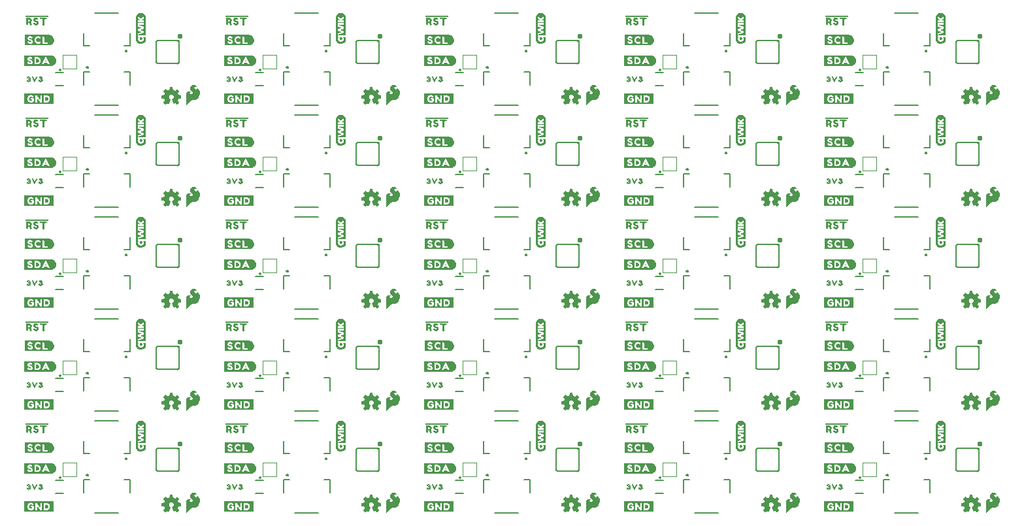
<source format=gto>
G04 EAGLE Gerber RS-274X export*
G75*
%MOMM*%
%FSLAX34Y34*%
%LPD*%
%INSilkscreen Top*%
%IPPOS*%
%AMOC8*
5,1,8,0,0,1.08239X$1,22.5*%
G01*
%ADD10C,0.015238*%
%ADD11C,0.152400*%
%ADD12C,0.406400*%
%ADD13C,0.355600*%
%ADD14C,0.100000*%
%ADD15C,0.203200*%

G36*
X54774Y187464D02*
X54774Y187464D01*
X54777Y187461D01*
X56177Y187661D01*
X56178Y187662D01*
X56178Y187661D01*
X56778Y187761D01*
X56785Y187769D01*
X56792Y187766D01*
X57391Y188065D01*
X58089Y188365D01*
X58092Y188369D01*
X58095Y188368D01*
X58595Y188668D01*
X58596Y188669D01*
X58597Y188669D01*
X59197Y189069D01*
X59200Y189076D01*
X59205Y189075D01*
X59705Y189575D01*
X59705Y189579D01*
X59708Y189579D01*
X60508Y190579D01*
X60509Y190587D01*
X60514Y190588D01*
X61114Y191788D01*
X61113Y191795D01*
X61117Y191796D01*
X61317Y192495D01*
X61517Y193094D01*
X61515Y193101D01*
X61519Y193103D01*
X61619Y193803D01*
X61616Y193808D01*
X61619Y193810D01*
X61619Y194510D01*
X61616Y194514D01*
X61619Y194517D01*
X61519Y195217D01*
X61518Y195218D01*
X61519Y195218D01*
X61419Y195818D01*
X61415Y195821D01*
X61417Y195824D01*
X61217Y196524D01*
X61216Y196525D01*
X61217Y196526D01*
X61017Y197126D01*
X61012Y197129D01*
X61014Y197132D01*
X60714Y197732D01*
X60710Y197734D01*
X60711Y197737D01*
X60311Y198337D01*
X60308Y198338D01*
X60308Y198341D01*
X59908Y198841D01*
X59904Y198842D01*
X59905Y198845D01*
X59405Y199345D01*
X59401Y199345D01*
X59401Y199348D01*
X58901Y199748D01*
X58897Y199749D01*
X58897Y199751D01*
X58297Y200151D01*
X58293Y200151D01*
X58292Y200154D01*
X57092Y200754D01*
X57087Y200753D01*
X57086Y200757D01*
X56486Y200957D01*
X56481Y200955D01*
X56479Y200955D01*
X56477Y200959D01*
X55077Y201159D01*
X55072Y201156D01*
X55070Y201159D01*
X20870Y201159D01*
X20844Y201140D01*
X20831Y201140D01*
X20531Y200740D01*
X20531Y200728D01*
X20523Y200722D01*
X20528Y200715D01*
X20521Y200710D01*
X20521Y187810D01*
X20540Y187784D01*
X20540Y187771D01*
X20940Y187471D01*
X20962Y187471D01*
X20970Y187461D01*
X54770Y187461D01*
X54774Y187464D01*
G37*
G36*
X1091094Y583704D02*
X1091094Y583704D01*
X1091097Y583701D01*
X1092497Y583901D01*
X1092498Y583902D01*
X1092498Y583901D01*
X1093098Y584001D01*
X1093105Y584009D01*
X1093112Y584006D01*
X1093711Y584305D01*
X1094409Y584605D01*
X1094412Y584609D01*
X1094415Y584608D01*
X1094915Y584908D01*
X1094916Y584909D01*
X1094917Y584909D01*
X1095517Y585309D01*
X1095520Y585316D01*
X1095525Y585315D01*
X1096025Y585815D01*
X1096025Y585819D01*
X1096028Y585819D01*
X1096828Y586819D01*
X1096829Y586827D01*
X1096834Y586828D01*
X1097434Y588028D01*
X1097433Y588035D01*
X1097437Y588036D01*
X1097637Y588735D01*
X1097837Y589334D01*
X1097835Y589341D01*
X1097839Y589343D01*
X1097939Y590043D01*
X1097936Y590048D01*
X1097939Y590050D01*
X1097939Y590750D01*
X1097936Y590754D01*
X1097939Y590757D01*
X1097839Y591457D01*
X1097838Y591458D01*
X1097839Y591458D01*
X1097739Y592058D01*
X1097735Y592061D01*
X1097737Y592064D01*
X1097537Y592764D01*
X1097536Y592765D01*
X1097537Y592766D01*
X1097337Y593366D01*
X1097332Y593369D01*
X1097334Y593372D01*
X1097034Y593972D01*
X1097030Y593974D01*
X1097031Y593977D01*
X1096631Y594577D01*
X1096628Y594578D01*
X1096628Y594581D01*
X1096228Y595081D01*
X1096224Y595082D01*
X1096225Y595085D01*
X1095725Y595585D01*
X1095721Y595585D01*
X1095721Y595588D01*
X1095221Y595988D01*
X1095217Y595989D01*
X1095217Y595991D01*
X1094617Y596391D01*
X1094613Y596391D01*
X1094612Y596394D01*
X1093412Y596994D01*
X1093407Y596993D01*
X1093406Y596997D01*
X1092806Y597197D01*
X1092801Y597195D01*
X1092799Y597195D01*
X1092797Y597199D01*
X1091397Y597399D01*
X1091392Y597396D01*
X1091390Y597399D01*
X1057190Y597399D01*
X1057164Y597380D01*
X1057151Y597380D01*
X1056851Y596980D01*
X1056851Y596968D01*
X1056843Y596962D01*
X1056848Y596955D01*
X1056841Y596950D01*
X1056841Y584050D01*
X1056860Y584024D01*
X1056860Y584011D01*
X1057260Y583711D01*
X1057282Y583711D01*
X1057290Y583701D01*
X1091090Y583701D01*
X1091094Y583704D01*
G37*
G36*
X572934Y583704D02*
X572934Y583704D01*
X572937Y583701D01*
X574337Y583901D01*
X574338Y583902D01*
X574338Y583901D01*
X574938Y584001D01*
X574945Y584009D01*
X574952Y584006D01*
X575551Y584305D01*
X576249Y584605D01*
X576252Y584609D01*
X576255Y584608D01*
X576755Y584908D01*
X576756Y584909D01*
X576757Y584909D01*
X577357Y585309D01*
X577360Y585316D01*
X577365Y585315D01*
X577865Y585815D01*
X577865Y585819D01*
X577868Y585819D01*
X578668Y586819D01*
X578669Y586827D01*
X578674Y586828D01*
X579274Y588028D01*
X579273Y588035D01*
X579277Y588036D01*
X579477Y588735D01*
X579677Y589334D01*
X579675Y589341D01*
X579679Y589343D01*
X579779Y590043D01*
X579776Y590048D01*
X579779Y590050D01*
X579779Y590750D01*
X579776Y590754D01*
X579779Y590757D01*
X579679Y591457D01*
X579678Y591458D01*
X579679Y591458D01*
X579579Y592058D01*
X579575Y592061D01*
X579577Y592064D01*
X579377Y592764D01*
X579376Y592765D01*
X579377Y592766D01*
X579177Y593366D01*
X579172Y593369D01*
X579174Y593372D01*
X578874Y593972D01*
X578870Y593974D01*
X578871Y593977D01*
X578471Y594577D01*
X578468Y594578D01*
X578468Y594581D01*
X578068Y595081D01*
X578064Y595082D01*
X578065Y595085D01*
X577565Y595585D01*
X577561Y595585D01*
X577561Y595588D01*
X577061Y595988D01*
X577057Y595989D01*
X577057Y595991D01*
X576457Y596391D01*
X576453Y596391D01*
X576452Y596394D01*
X575252Y596994D01*
X575247Y596993D01*
X575246Y596997D01*
X574646Y597197D01*
X574641Y597195D01*
X574639Y597195D01*
X574637Y597199D01*
X573237Y597399D01*
X573232Y597396D01*
X573230Y597399D01*
X539030Y597399D01*
X539004Y597380D01*
X538991Y597380D01*
X538691Y596980D01*
X538691Y596968D01*
X538683Y596962D01*
X538688Y596955D01*
X538681Y596950D01*
X538681Y584050D01*
X538700Y584024D01*
X538700Y584011D01*
X539100Y583711D01*
X539122Y583711D01*
X539130Y583701D01*
X572930Y583701D01*
X572934Y583704D01*
G37*
G36*
X54774Y583704D02*
X54774Y583704D01*
X54777Y583701D01*
X56177Y583901D01*
X56178Y583902D01*
X56178Y583901D01*
X56778Y584001D01*
X56785Y584009D01*
X56792Y584006D01*
X57391Y584305D01*
X58089Y584605D01*
X58092Y584609D01*
X58095Y584608D01*
X58595Y584908D01*
X58596Y584909D01*
X58597Y584909D01*
X59197Y585309D01*
X59200Y585316D01*
X59205Y585315D01*
X59705Y585815D01*
X59705Y585819D01*
X59708Y585819D01*
X60508Y586819D01*
X60509Y586827D01*
X60514Y586828D01*
X61114Y588028D01*
X61113Y588035D01*
X61117Y588036D01*
X61317Y588735D01*
X61517Y589334D01*
X61515Y589341D01*
X61519Y589343D01*
X61619Y590043D01*
X61616Y590048D01*
X61619Y590050D01*
X61619Y590750D01*
X61616Y590754D01*
X61619Y590757D01*
X61519Y591457D01*
X61518Y591458D01*
X61519Y591458D01*
X61419Y592058D01*
X61415Y592061D01*
X61417Y592064D01*
X61217Y592764D01*
X61216Y592765D01*
X61217Y592766D01*
X61017Y593366D01*
X61012Y593369D01*
X61014Y593372D01*
X60714Y593972D01*
X60710Y593974D01*
X60711Y593977D01*
X60311Y594577D01*
X60308Y594578D01*
X60308Y594581D01*
X59908Y595081D01*
X59904Y595082D01*
X59905Y595085D01*
X59405Y595585D01*
X59401Y595585D01*
X59401Y595588D01*
X58901Y595988D01*
X58897Y595989D01*
X58897Y595991D01*
X58297Y596391D01*
X58293Y596391D01*
X58292Y596394D01*
X57092Y596994D01*
X57087Y596993D01*
X57086Y596997D01*
X56486Y597197D01*
X56481Y597195D01*
X56479Y597195D01*
X56477Y597199D01*
X55077Y597399D01*
X55072Y597396D01*
X55070Y597399D01*
X20870Y597399D01*
X20844Y597380D01*
X20831Y597380D01*
X20531Y596980D01*
X20531Y596968D01*
X20523Y596962D01*
X20528Y596955D01*
X20521Y596950D01*
X20521Y584050D01*
X20540Y584024D01*
X20540Y584011D01*
X20940Y583711D01*
X20962Y583711D01*
X20970Y583701D01*
X54770Y583701D01*
X54774Y583704D01*
G37*
G36*
X832014Y583704D02*
X832014Y583704D01*
X832017Y583701D01*
X833417Y583901D01*
X833418Y583902D01*
X833418Y583901D01*
X834018Y584001D01*
X834025Y584009D01*
X834032Y584006D01*
X834631Y584305D01*
X835329Y584605D01*
X835332Y584609D01*
X835335Y584608D01*
X835835Y584908D01*
X835836Y584909D01*
X835837Y584909D01*
X836437Y585309D01*
X836440Y585316D01*
X836445Y585315D01*
X836945Y585815D01*
X836945Y585819D01*
X836948Y585819D01*
X837748Y586819D01*
X837749Y586827D01*
X837754Y586828D01*
X838354Y588028D01*
X838353Y588035D01*
X838357Y588036D01*
X838557Y588735D01*
X838757Y589334D01*
X838755Y589341D01*
X838759Y589343D01*
X838859Y590043D01*
X838856Y590048D01*
X838859Y590050D01*
X838859Y590750D01*
X838856Y590754D01*
X838859Y590757D01*
X838759Y591457D01*
X838758Y591458D01*
X838759Y591458D01*
X838659Y592058D01*
X838655Y592061D01*
X838657Y592064D01*
X838457Y592764D01*
X838456Y592765D01*
X838457Y592766D01*
X838257Y593366D01*
X838252Y593369D01*
X838254Y593372D01*
X837954Y593972D01*
X837950Y593974D01*
X837951Y593977D01*
X837551Y594577D01*
X837548Y594578D01*
X837548Y594581D01*
X837148Y595081D01*
X837144Y595082D01*
X837145Y595085D01*
X836645Y595585D01*
X836641Y595585D01*
X836641Y595588D01*
X836141Y595988D01*
X836137Y595989D01*
X836137Y595991D01*
X835537Y596391D01*
X835533Y596391D01*
X835532Y596394D01*
X834332Y596994D01*
X834327Y596993D01*
X834326Y596997D01*
X833726Y597197D01*
X833721Y597195D01*
X833719Y597195D01*
X833717Y597199D01*
X832317Y597399D01*
X832312Y597396D01*
X832310Y597399D01*
X798110Y597399D01*
X798084Y597380D01*
X798071Y597380D01*
X797771Y596980D01*
X797771Y596968D01*
X797763Y596962D01*
X797768Y596955D01*
X797761Y596950D01*
X797761Y584050D01*
X797780Y584024D01*
X797780Y584011D01*
X798180Y583711D01*
X798202Y583711D01*
X798210Y583701D01*
X832010Y583701D01*
X832014Y583704D01*
G37*
G36*
X313854Y583704D02*
X313854Y583704D01*
X313857Y583701D01*
X315257Y583901D01*
X315258Y583902D01*
X315258Y583901D01*
X315858Y584001D01*
X315865Y584009D01*
X315872Y584006D01*
X316471Y584305D01*
X317169Y584605D01*
X317172Y584609D01*
X317175Y584608D01*
X317675Y584908D01*
X317676Y584909D01*
X317677Y584909D01*
X318277Y585309D01*
X318280Y585316D01*
X318285Y585315D01*
X318785Y585815D01*
X318785Y585819D01*
X318788Y585819D01*
X319588Y586819D01*
X319589Y586827D01*
X319594Y586828D01*
X320194Y588028D01*
X320193Y588035D01*
X320197Y588036D01*
X320397Y588735D01*
X320597Y589334D01*
X320595Y589341D01*
X320599Y589343D01*
X320699Y590043D01*
X320696Y590048D01*
X320699Y590050D01*
X320699Y590750D01*
X320696Y590754D01*
X320699Y590757D01*
X320599Y591457D01*
X320598Y591458D01*
X320599Y591458D01*
X320499Y592058D01*
X320495Y592061D01*
X320497Y592064D01*
X320297Y592764D01*
X320296Y592765D01*
X320297Y592766D01*
X320097Y593366D01*
X320092Y593369D01*
X320094Y593372D01*
X319794Y593972D01*
X319790Y593974D01*
X319791Y593977D01*
X319391Y594577D01*
X319388Y594578D01*
X319388Y594581D01*
X318988Y595081D01*
X318984Y595082D01*
X318985Y595085D01*
X318485Y595585D01*
X318481Y595585D01*
X318481Y595588D01*
X317981Y595988D01*
X317977Y595989D01*
X317977Y595991D01*
X317377Y596391D01*
X317373Y596391D01*
X317372Y596394D01*
X316172Y596994D01*
X316167Y596993D01*
X316166Y596997D01*
X315566Y597197D01*
X315561Y597195D01*
X315559Y597195D01*
X315557Y597199D01*
X314157Y597399D01*
X314152Y597396D01*
X314150Y597399D01*
X279950Y597399D01*
X279924Y597380D01*
X279911Y597380D01*
X279611Y596980D01*
X279611Y596968D01*
X279603Y596962D01*
X279608Y596955D01*
X279601Y596950D01*
X279601Y584050D01*
X279620Y584024D01*
X279620Y584011D01*
X280020Y583711D01*
X280042Y583711D01*
X280050Y583701D01*
X313850Y583701D01*
X313854Y583704D01*
G37*
G36*
X54774Y55384D02*
X54774Y55384D01*
X54777Y55381D01*
X56177Y55581D01*
X56178Y55582D01*
X56178Y55581D01*
X56778Y55681D01*
X56785Y55689D01*
X56792Y55686D01*
X57391Y55985D01*
X58089Y56285D01*
X58092Y56289D01*
X58095Y56288D01*
X58595Y56588D01*
X58596Y56589D01*
X58597Y56589D01*
X59197Y56989D01*
X59200Y56996D01*
X59205Y56995D01*
X59705Y57495D01*
X59705Y57499D01*
X59708Y57499D01*
X60508Y58499D01*
X60509Y58507D01*
X60514Y58508D01*
X61114Y59708D01*
X61113Y59715D01*
X61117Y59716D01*
X61317Y60415D01*
X61517Y61014D01*
X61515Y61021D01*
X61519Y61023D01*
X61619Y61723D01*
X61616Y61728D01*
X61619Y61730D01*
X61619Y62430D01*
X61616Y62434D01*
X61619Y62437D01*
X61519Y63137D01*
X61518Y63138D01*
X61519Y63138D01*
X61419Y63738D01*
X61415Y63741D01*
X61417Y63744D01*
X61217Y64444D01*
X61216Y64445D01*
X61217Y64446D01*
X61017Y65046D01*
X61012Y65049D01*
X61014Y65052D01*
X60714Y65652D01*
X60710Y65654D01*
X60711Y65657D01*
X60311Y66257D01*
X60308Y66258D01*
X60308Y66261D01*
X59908Y66761D01*
X59904Y66762D01*
X59905Y66765D01*
X59405Y67265D01*
X59401Y67265D01*
X59401Y67268D01*
X58901Y67668D01*
X58897Y67669D01*
X58897Y67671D01*
X58297Y68071D01*
X58293Y68071D01*
X58292Y68074D01*
X57092Y68674D01*
X57087Y68673D01*
X57086Y68677D01*
X56486Y68877D01*
X56481Y68875D01*
X56479Y68875D01*
X56477Y68879D01*
X55077Y69079D01*
X55072Y69076D01*
X55070Y69079D01*
X20870Y69079D01*
X20844Y69060D01*
X20831Y69060D01*
X20531Y68660D01*
X20531Y68648D01*
X20523Y68642D01*
X20528Y68635D01*
X20521Y68630D01*
X20521Y55730D01*
X20540Y55704D01*
X20540Y55691D01*
X20940Y55391D01*
X20962Y55391D01*
X20970Y55381D01*
X54770Y55381D01*
X54774Y55384D01*
G37*
G36*
X572934Y55384D02*
X572934Y55384D01*
X572937Y55381D01*
X574337Y55581D01*
X574338Y55582D01*
X574338Y55581D01*
X574938Y55681D01*
X574945Y55689D01*
X574952Y55686D01*
X575551Y55985D01*
X576249Y56285D01*
X576252Y56289D01*
X576255Y56288D01*
X576755Y56588D01*
X576756Y56589D01*
X576757Y56589D01*
X577357Y56989D01*
X577360Y56996D01*
X577365Y56995D01*
X577865Y57495D01*
X577865Y57499D01*
X577868Y57499D01*
X578668Y58499D01*
X578669Y58507D01*
X578674Y58508D01*
X579274Y59708D01*
X579273Y59715D01*
X579277Y59716D01*
X579477Y60415D01*
X579677Y61014D01*
X579675Y61021D01*
X579679Y61023D01*
X579779Y61723D01*
X579776Y61728D01*
X579779Y61730D01*
X579779Y62430D01*
X579776Y62434D01*
X579779Y62437D01*
X579679Y63137D01*
X579678Y63138D01*
X579679Y63138D01*
X579579Y63738D01*
X579575Y63741D01*
X579577Y63744D01*
X579377Y64444D01*
X579376Y64445D01*
X579377Y64446D01*
X579177Y65046D01*
X579172Y65049D01*
X579174Y65052D01*
X578874Y65652D01*
X578870Y65654D01*
X578871Y65657D01*
X578471Y66257D01*
X578468Y66258D01*
X578468Y66261D01*
X578068Y66761D01*
X578064Y66762D01*
X578065Y66765D01*
X577565Y67265D01*
X577561Y67265D01*
X577561Y67268D01*
X577061Y67668D01*
X577057Y67669D01*
X577057Y67671D01*
X576457Y68071D01*
X576453Y68071D01*
X576452Y68074D01*
X575252Y68674D01*
X575247Y68673D01*
X575246Y68677D01*
X574646Y68877D01*
X574641Y68875D01*
X574639Y68875D01*
X574637Y68879D01*
X573237Y69079D01*
X573232Y69076D01*
X573230Y69079D01*
X539030Y69079D01*
X539004Y69060D01*
X538991Y69060D01*
X538691Y68660D01*
X538691Y68648D01*
X538683Y68642D01*
X538688Y68635D01*
X538681Y68630D01*
X538681Y55730D01*
X538700Y55704D01*
X538700Y55691D01*
X539100Y55391D01*
X539122Y55391D01*
X539130Y55381D01*
X572930Y55381D01*
X572934Y55384D01*
G37*
G36*
X1091094Y187464D02*
X1091094Y187464D01*
X1091097Y187461D01*
X1092497Y187661D01*
X1092498Y187662D01*
X1092498Y187661D01*
X1093098Y187761D01*
X1093105Y187769D01*
X1093112Y187766D01*
X1093711Y188065D01*
X1094409Y188365D01*
X1094412Y188369D01*
X1094415Y188368D01*
X1094915Y188668D01*
X1094916Y188669D01*
X1094917Y188669D01*
X1095517Y189069D01*
X1095520Y189076D01*
X1095525Y189075D01*
X1096025Y189575D01*
X1096025Y189579D01*
X1096028Y189579D01*
X1096828Y190579D01*
X1096829Y190587D01*
X1096834Y190588D01*
X1097434Y191788D01*
X1097433Y191795D01*
X1097437Y191796D01*
X1097637Y192495D01*
X1097837Y193094D01*
X1097835Y193101D01*
X1097839Y193103D01*
X1097939Y193803D01*
X1097936Y193808D01*
X1097939Y193810D01*
X1097939Y194510D01*
X1097936Y194514D01*
X1097939Y194517D01*
X1097839Y195217D01*
X1097838Y195218D01*
X1097839Y195218D01*
X1097739Y195818D01*
X1097735Y195821D01*
X1097737Y195824D01*
X1097537Y196524D01*
X1097536Y196525D01*
X1097537Y196526D01*
X1097337Y197126D01*
X1097332Y197129D01*
X1097334Y197132D01*
X1097034Y197732D01*
X1097030Y197734D01*
X1097031Y197737D01*
X1096631Y198337D01*
X1096628Y198338D01*
X1096628Y198341D01*
X1096228Y198841D01*
X1096224Y198842D01*
X1096225Y198845D01*
X1095725Y199345D01*
X1095721Y199345D01*
X1095721Y199348D01*
X1095221Y199748D01*
X1095217Y199749D01*
X1095217Y199751D01*
X1094617Y200151D01*
X1094613Y200151D01*
X1094612Y200154D01*
X1093412Y200754D01*
X1093407Y200753D01*
X1093406Y200757D01*
X1092806Y200957D01*
X1092801Y200955D01*
X1092799Y200955D01*
X1092797Y200959D01*
X1091397Y201159D01*
X1091392Y201156D01*
X1091390Y201159D01*
X1057190Y201159D01*
X1057164Y201140D01*
X1057151Y201140D01*
X1056851Y200740D01*
X1056851Y200728D01*
X1056843Y200722D01*
X1056848Y200715D01*
X1056841Y200710D01*
X1056841Y187810D01*
X1056860Y187784D01*
X1056860Y187771D01*
X1057260Y187471D01*
X1057282Y187471D01*
X1057290Y187461D01*
X1091090Y187461D01*
X1091094Y187464D01*
G37*
G36*
X1091094Y55384D02*
X1091094Y55384D01*
X1091097Y55381D01*
X1092497Y55581D01*
X1092498Y55582D01*
X1092498Y55581D01*
X1093098Y55681D01*
X1093105Y55689D01*
X1093112Y55686D01*
X1093711Y55985D01*
X1094409Y56285D01*
X1094412Y56289D01*
X1094415Y56288D01*
X1094915Y56588D01*
X1094916Y56589D01*
X1094917Y56589D01*
X1095517Y56989D01*
X1095520Y56996D01*
X1095525Y56995D01*
X1096025Y57495D01*
X1096025Y57499D01*
X1096028Y57499D01*
X1096828Y58499D01*
X1096829Y58507D01*
X1096834Y58508D01*
X1097434Y59708D01*
X1097433Y59715D01*
X1097437Y59716D01*
X1097637Y60415D01*
X1097837Y61014D01*
X1097835Y61021D01*
X1097839Y61023D01*
X1097939Y61723D01*
X1097936Y61728D01*
X1097939Y61730D01*
X1097939Y62430D01*
X1097936Y62434D01*
X1097939Y62437D01*
X1097839Y63137D01*
X1097838Y63138D01*
X1097839Y63138D01*
X1097739Y63738D01*
X1097735Y63741D01*
X1097737Y63744D01*
X1097537Y64444D01*
X1097536Y64445D01*
X1097537Y64446D01*
X1097337Y65046D01*
X1097332Y65049D01*
X1097334Y65052D01*
X1097034Y65652D01*
X1097030Y65654D01*
X1097031Y65657D01*
X1096631Y66257D01*
X1096628Y66258D01*
X1096628Y66261D01*
X1096228Y66761D01*
X1096224Y66762D01*
X1096225Y66765D01*
X1095725Y67265D01*
X1095721Y67265D01*
X1095721Y67268D01*
X1095221Y67668D01*
X1095217Y67669D01*
X1095217Y67671D01*
X1094617Y68071D01*
X1094613Y68071D01*
X1094612Y68074D01*
X1093412Y68674D01*
X1093407Y68673D01*
X1093406Y68677D01*
X1092806Y68877D01*
X1092801Y68875D01*
X1092799Y68875D01*
X1092797Y68879D01*
X1091397Y69079D01*
X1091392Y69076D01*
X1091390Y69079D01*
X1057190Y69079D01*
X1057164Y69060D01*
X1057151Y69060D01*
X1056851Y68660D01*
X1056851Y68648D01*
X1056843Y68642D01*
X1056848Y68635D01*
X1056841Y68630D01*
X1056841Y55730D01*
X1056860Y55704D01*
X1056860Y55691D01*
X1057260Y55391D01*
X1057282Y55391D01*
X1057290Y55381D01*
X1091090Y55381D01*
X1091094Y55384D01*
G37*
G36*
X54774Y451624D02*
X54774Y451624D01*
X54777Y451621D01*
X56177Y451821D01*
X56178Y451822D01*
X56178Y451821D01*
X56778Y451921D01*
X56785Y451929D01*
X56792Y451926D01*
X57391Y452225D01*
X58089Y452525D01*
X58092Y452529D01*
X58095Y452528D01*
X58595Y452828D01*
X58596Y452829D01*
X58597Y452829D01*
X59197Y453229D01*
X59200Y453236D01*
X59205Y453235D01*
X59705Y453735D01*
X59705Y453739D01*
X59708Y453739D01*
X60508Y454739D01*
X60509Y454747D01*
X60514Y454748D01*
X61114Y455948D01*
X61113Y455955D01*
X61117Y455956D01*
X61317Y456655D01*
X61517Y457254D01*
X61515Y457261D01*
X61519Y457263D01*
X61619Y457963D01*
X61616Y457968D01*
X61619Y457970D01*
X61619Y458670D01*
X61616Y458674D01*
X61619Y458677D01*
X61519Y459377D01*
X61518Y459378D01*
X61519Y459378D01*
X61419Y459978D01*
X61415Y459981D01*
X61417Y459984D01*
X61217Y460684D01*
X61216Y460685D01*
X61217Y460686D01*
X61017Y461286D01*
X61012Y461289D01*
X61014Y461292D01*
X60714Y461892D01*
X60710Y461894D01*
X60711Y461897D01*
X60311Y462497D01*
X60308Y462498D01*
X60308Y462501D01*
X59908Y463001D01*
X59904Y463002D01*
X59905Y463005D01*
X59405Y463505D01*
X59401Y463505D01*
X59401Y463508D01*
X58901Y463908D01*
X58897Y463909D01*
X58897Y463911D01*
X58297Y464311D01*
X58293Y464311D01*
X58292Y464314D01*
X57092Y464914D01*
X57087Y464913D01*
X57086Y464917D01*
X56486Y465117D01*
X56481Y465115D01*
X56479Y465115D01*
X56477Y465119D01*
X55077Y465319D01*
X55072Y465316D01*
X55070Y465319D01*
X20870Y465319D01*
X20844Y465300D01*
X20831Y465300D01*
X20531Y464900D01*
X20531Y464888D01*
X20523Y464882D01*
X20528Y464875D01*
X20521Y464870D01*
X20521Y451970D01*
X20540Y451944D01*
X20540Y451931D01*
X20940Y451631D01*
X20962Y451631D01*
X20970Y451621D01*
X54770Y451621D01*
X54774Y451624D01*
G37*
G36*
X572934Y451624D02*
X572934Y451624D01*
X572937Y451621D01*
X574337Y451821D01*
X574338Y451822D01*
X574338Y451821D01*
X574938Y451921D01*
X574945Y451929D01*
X574952Y451926D01*
X575551Y452225D01*
X576249Y452525D01*
X576252Y452529D01*
X576255Y452528D01*
X576755Y452828D01*
X576756Y452829D01*
X576757Y452829D01*
X577357Y453229D01*
X577360Y453236D01*
X577365Y453235D01*
X577865Y453735D01*
X577865Y453739D01*
X577868Y453739D01*
X578668Y454739D01*
X578669Y454747D01*
X578674Y454748D01*
X579274Y455948D01*
X579273Y455955D01*
X579277Y455956D01*
X579477Y456655D01*
X579677Y457254D01*
X579675Y457261D01*
X579679Y457263D01*
X579779Y457963D01*
X579776Y457968D01*
X579779Y457970D01*
X579779Y458670D01*
X579776Y458674D01*
X579779Y458677D01*
X579679Y459377D01*
X579678Y459378D01*
X579679Y459378D01*
X579579Y459978D01*
X579575Y459981D01*
X579577Y459984D01*
X579377Y460684D01*
X579376Y460685D01*
X579377Y460686D01*
X579177Y461286D01*
X579172Y461289D01*
X579174Y461292D01*
X578874Y461892D01*
X578870Y461894D01*
X578871Y461897D01*
X578471Y462497D01*
X578468Y462498D01*
X578468Y462501D01*
X578068Y463001D01*
X578064Y463002D01*
X578065Y463005D01*
X577565Y463505D01*
X577561Y463505D01*
X577561Y463508D01*
X577061Y463908D01*
X577057Y463909D01*
X577057Y463911D01*
X576457Y464311D01*
X576453Y464311D01*
X576452Y464314D01*
X575252Y464914D01*
X575247Y464913D01*
X575246Y464917D01*
X574646Y465117D01*
X574641Y465115D01*
X574639Y465115D01*
X574637Y465119D01*
X573237Y465319D01*
X573232Y465316D01*
X573230Y465319D01*
X539030Y465319D01*
X539004Y465300D01*
X538991Y465300D01*
X538691Y464900D01*
X538691Y464888D01*
X538683Y464882D01*
X538688Y464875D01*
X538681Y464870D01*
X538681Y451970D01*
X538700Y451944D01*
X538700Y451931D01*
X539100Y451631D01*
X539122Y451631D01*
X539130Y451621D01*
X572930Y451621D01*
X572934Y451624D01*
G37*
G36*
X832014Y451624D02*
X832014Y451624D01*
X832017Y451621D01*
X833417Y451821D01*
X833418Y451822D01*
X833418Y451821D01*
X834018Y451921D01*
X834025Y451929D01*
X834032Y451926D01*
X834631Y452225D01*
X835329Y452525D01*
X835332Y452529D01*
X835335Y452528D01*
X835835Y452828D01*
X835836Y452829D01*
X835837Y452829D01*
X836437Y453229D01*
X836440Y453236D01*
X836445Y453235D01*
X836945Y453735D01*
X836945Y453739D01*
X836948Y453739D01*
X837748Y454739D01*
X837749Y454747D01*
X837754Y454748D01*
X838354Y455948D01*
X838353Y455955D01*
X838357Y455956D01*
X838557Y456655D01*
X838757Y457254D01*
X838755Y457261D01*
X838759Y457263D01*
X838859Y457963D01*
X838856Y457968D01*
X838859Y457970D01*
X838859Y458670D01*
X838856Y458674D01*
X838859Y458677D01*
X838759Y459377D01*
X838758Y459378D01*
X838759Y459378D01*
X838659Y459978D01*
X838655Y459981D01*
X838657Y459984D01*
X838457Y460684D01*
X838456Y460685D01*
X838457Y460686D01*
X838257Y461286D01*
X838252Y461289D01*
X838254Y461292D01*
X837954Y461892D01*
X837950Y461894D01*
X837951Y461897D01*
X837551Y462497D01*
X837548Y462498D01*
X837548Y462501D01*
X837148Y463001D01*
X837144Y463002D01*
X837145Y463005D01*
X836645Y463505D01*
X836641Y463505D01*
X836641Y463508D01*
X836141Y463908D01*
X836137Y463909D01*
X836137Y463911D01*
X835537Y464311D01*
X835533Y464311D01*
X835532Y464314D01*
X834332Y464914D01*
X834327Y464913D01*
X834326Y464917D01*
X833726Y465117D01*
X833721Y465115D01*
X833719Y465115D01*
X833717Y465119D01*
X832317Y465319D01*
X832312Y465316D01*
X832310Y465319D01*
X798110Y465319D01*
X798084Y465300D01*
X798071Y465300D01*
X797771Y464900D01*
X797771Y464888D01*
X797763Y464882D01*
X797768Y464875D01*
X797761Y464870D01*
X797761Y451970D01*
X797780Y451944D01*
X797780Y451931D01*
X798180Y451631D01*
X798202Y451631D01*
X798210Y451621D01*
X832010Y451621D01*
X832014Y451624D01*
G37*
G36*
X313854Y451624D02*
X313854Y451624D01*
X313857Y451621D01*
X315257Y451821D01*
X315258Y451822D01*
X315258Y451821D01*
X315858Y451921D01*
X315865Y451929D01*
X315872Y451926D01*
X316471Y452225D01*
X317169Y452525D01*
X317172Y452529D01*
X317175Y452528D01*
X317675Y452828D01*
X317676Y452829D01*
X317677Y452829D01*
X318277Y453229D01*
X318280Y453236D01*
X318285Y453235D01*
X318785Y453735D01*
X318785Y453739D01*
X318788Y453739D01*
X319588Y454739D01*
X319589Y454747D01*
X319594Y454748D01*
X320194Y455948D01*
X320193Y455955D01*
X320197Y455956D01*
X320397Y456655D01*
X320597Y457254D01*
X320595Y457261D01*
X320599Y457263D01*
X320699Y457963D01*
X320696Y457968D01*
X320699Y457970D01*
X320699Y458670D01*
X320696Y458674D01*
X320699Y458677D01*
X320599Y459377D01*
X320598Y459378D01*
X320599Y459378D01*
X320499Y459978D01*
X320495Y459981D01*
X320497Y459984D01*
X320297Y460684D01*
X320296Y460685D01*
X320297Y460686D01*
X320097Y461286D01*
X320092Y461289D01*
X320094Y461292D01*
X319794Y461892D01*
X319790Y461894D01*
X319791Y461897D01*
X319391Y462497D01*
X319388Y462498D01*
X319388Y462501D01*
X318988Y463001D01*
X318984Y463002D01*
X318985Y463005D01*
X318485Y463505D01*
X318481Y463505D01*
X318481Y463508D01*
X317981Y463908D01*
X317977Y463909D01*
X317977Y463911D01*
X317377Y464311D01*
X317373Y464311D01*
X317372Y464314D01*
X316172Y464914D01*
X316167Y464913D01*
X316166Y464917D01*
X315566Y465117D01*
X315561Y465115D01*
X315559Y465115D01*
X315557Y465119D01*
X314157Y465319D01*
X314152Y465316D01*
X314150Y465319D01*
X279950Y465319D01*
X279924Y465300D01*
X279911Y465300D01*
X279611Y464900D01*
X279611Y464888D01*
X279603Y464882D01*
X279608Y464875D01*
X279601Y464870D01*
X279601Y451970D01*
X279620Y451944D01*
X279620Y451931D01*
X280020Y451631D01*
X280042Y451631D01*
X280050Y451621D01*
X313850Y451621D01*
X313854Y451624D01*
G37*
G36*
X1091094Y451624D02*
X1091094Y451624D01*
X1091097Y451621D01*
X1092497Y451821D01*
X1092498Y451822D01*
X1092498Y451821D01*
X1093098Y451921D01*
X1093105Y451929D01*
X1093112Y451926D01*
X1093711Y452225D01*
X1094409Y452525D01*
X1094412Y452529D01*
X1094415Y452528D01*
X1094915Y452828D01*
X1094916Y452829D01*
X1094917Y452829D01*
X1095517Y453229D01*
X1095520Y453236D01*
X1095525Y453235D01*
X1096025Y453735D01*
X1096025Y453739D01*
X1096028Y453739D01*
X1096828Y454739D01*
X1096829Y454747D01*
X1096834Y454748D01*
X1097434Y455948D01*
X1097433Y455955D01*
X1097437Y455956D01*
X1097637Y456655D01*
X1097837Y457254D01*
X1097835Y457261D01*
X1097839Y457263D01*
X1097939Y457963D01*
X1097936Y457968D01*
X1097939Y457970D01*
X1097939Y458670D01*
X1097936Y458674D01*
X1097939Y458677D01*
X1097839Y459377D01*
X1097838Y459378D01*
X1097839Y459378D01*
X1097739Y459978D01*
X1097735Y459981D01*
X1097737Y459984D01*
X1097537Y460684D01*
X1097536Y460685D01*
X1097537Y460686D01*
X1097337Y461286D01*
X1097332Y461289D01*
X1097334Y461292D01*
X1097034Y461892D01*
X1097030Y461894D01*
X1097031Y461897D01*
X1096631Y462497D01*
X1096628Y462498D01*
X1096628Y462501D01*
X1096228Y463001D01*
X1096224Y463002D01*
X1096225Y463005D01*
X1095725Y463505D01*
X1095721Y463505D01*
X1095721Y463508D01*
X1095221Y463908D01*
X1095217Y463909D01*
X1095217Y463911D01*
X1094617Y464311D01*
X1094613Y464311D01*
X1094612Y464314D01*
X1093412Y464914D01*
X1093407Y464913D01*
X1093406Y464917D01*
X1092806Y465117D01*
X1092801Y465115D01*
X1092799Y465115D01*
X1092797Y465119D01*
X1091397Y465319D01*
X1091392Y465316D01*
X1091390Y465319D01*
X1057190Y465319D01*
X1057164Y465300D01*
X1057151Y465300D01*
X1056851Y464900D01*
X1056851Y464888D01*
X1056843Y464882D01*
X1056848Y464875D01*
X1056841Y464870D01*
X1056841Y451970D01*
X1056860Y451944D01*
X1056860Y451931D01*
X1057260Y451631D01*
X1057282Y451631D01*
X1057290Y451621D01*
X1091090Y451621D01*
X1091094Y451624D01*
G37*
G36*
X313854Y55384D02*
X313854Y55384D01*
X313857Y55381D01*
X315257Y55581D01*
X315258Y55582D01*
X315258Y55581D01*
X315858Y55681D01*
X315865Y55689D01*
X315872Y55686D01*
X316471Y55985D01*
X317169Y56285D01*
X317172Y56289D01*
X317175Y56288D01*
X317675Y56588D01*
X317676Y56589D01*
X317677Y56589D01*
X318277Y56989D01*
X318280Y56996D01*
X318285Y56995D01*
X318785Y57495D01*
X318785Y57499D01*
X318788Y57499D01*
X319588Y58499D01*
X319589Y58507D01*
X319594Y58508D01*
X320194Y59708D01*
X320193Y59715D01*
X320197Y59716D01*
X320397Y60415D01*
X320597Y61014D01*
X320595Y61021D01*
X320599Y61023D01*
X320699Y61723D01*
X320696Y61728D01*
X320699Y61730D01*
X320699Y62430D01*
X320696Y62434D01*
X320699Y62437D01*
X320599Y63137D01*
X320598Y63138D01*
X320599Y63138D01*
X320499Y63738D01*
X320495Y63741D01*
X320497Y63744D01*
X320297Y64444D01*
X320296Y64445D01*
X320297Y64446D01*
X320097Y65046D01*
X320092Y65049D01*
X320094Y65052D01*
X319794Y65652D01*
X319790Y65654D01*
X319791Y65657D01*
X319391Y66257D01*
X319388Y66258D01*
X319388Y66261D01*
X318988Y66761D01*
X318984Y66762D01*
X318985Y66765D01*
X318485Y67265D01*
X318481Y67265D01*
X318481Y67268D01*
X317981Y67668D01*
X317977Y67669D01*
X317977Y67671D01*
X317377Y68071D01*
X317373Y68071D01*
X317372Y68074D01*
X316172Y68674D01*
X316167Y68673D01*
X316166Y68677D01*
X315566Y68877D01*
X315561Y68875D01*
X315559Y68875D01*
X315557Y68879D01*
X314157Y69079D01*
X314152Y69076D01*
X314150Y69079D01*
X279950Y69079D01*
X279924Y69060D01*
X279911Y69060D01*
X279611Y68660D01*
X279611Y68648D01*
X279603Y68642D01*
X279608Y68635D01*
X279601Y68630D01*
X279601Y55730D01*
X279620Y55704D01*
X279620Y55691D01*
X280020Y55391D01*
X280042Y55391D01*
X280050Y55381D01*
X313850Y55381D01*
X313854Y55384D01*
G37*
G36*
X572934Y187464D02*
X572934Y187464D01*
X572937Y187461D01*
X574337Y187661D01*
X574338Y187662D01*
X574338Y187661D01*
X574938Y187761D01*
X574945Y187769D01*
X574952Y187766D01*
X575551Y188065D01*
X576249Y188365D01*
X576252Y188369D01*
X576255Y188368D01*
X576755Y188668D01*
X576756Y188669D01*
X576757Y188669D01*
X577357Y189069D01*
X577360Y189076D01*
X577365Y189075D01*
X577865Y189575D01*
X577865Y189579D01*
X577868Y189579D01*
X578668Y190579D01*
X578669Y190587D01*
X578674Y190588D01*
X579274Y191788D01*
X579273Y191795D01*
X579277Y191796D01*
X579477Y192495D01*
X579677Y193094D01*
X579675Y193101D01*
X579679Y193103D01*
X579779Y193803D01*
X579776Y193808D01*
X579779Y193810D01*
X579779Y194510D01*
X579776Y194514D01*
X579779Y194517D01*
X579679Y195217D01*
X579678Y195218D01*
X579679Y195218D01*
X579579Y195818D01*
X579575Y195821D01*
X579577Y195824D01*
X579377Y196524D01*
X579376Y196525D01*
X579377Y196526D01*
X579177Y197126D01*
X579172Y197129D01*
X579174Y197132D01*
X578874Y197732D01*
X578870Y197734D01*
X578871Y197737D01*
X578471Y198337D01*
X578468Y198338D01*
X578468Y198341D01*
X578068Y198841D01*
X578064Y198842D01*
X578065Y198845D01*
X577565Y199345D01*
X577561Y199345D01*
X577561Y199348D01*
X577061Y199748D01*
X577057Y199749D01*
X577057Y199751D01*
X576457Y200151D01*
X576453Y200151D01*
X576452Y200154D01*
X575252Y200754D01*
X575247Y200753D01*
X575246Y200757D01*
X574646Y200957D01*
X574641Y200955D01*
X574639Y200955D01*
X574637Y200959D01*
X573237Y201159D01*
X573232Y201156D01*
X573230Y201159D01*
X539030Y201159D01*
X539004Y201140D01*
X538991Y201140D01*
X538691Y200740D01*
X538691Y200728D01*
X538683Y200722D01*
X538688Y200715D01*
X538681Y200710D01*
X538681Y187810D01*
X538700Y187784D01*
X538700Y187771D01*
X539100Y187471D01*
X539122Y187471D01*
X539130Y187461D01*
X572930Y187461D01*
X572934Y187464D01*
G37*
G36*
X313854Y187464D02*
X313854Y187464D01*
X313857Y187461D01*
X315257Y187661D01*
X315258Y187662D01*
X315258Y187661D01*
X315858Y187761D01*
X315865Y187769D01*
X315872Y187766D01*
X316471Y188065D01*
X317169Y188365D01*
X317172Y188369D01*
X317175Y188368D01*
X317675Y188668D01*
X317676Y188669D01*
X317677Y188669D01*
X318277Y189069D01*
X318280Y189076D01*
X318285Y189075D01*
X318785Y189575D01*
X318785Y189579D01*
X318788Y189579D01*
X319588Y190579D01*
X319589Y190587D01*
X319594Y190588D01*
X320194Y191788D01*
X320193Y191795D01*
X320197Y191796D01*
X320397Y192495D01*
X320597Y193094D01*
X320595Y193101D01*
X320599Y193103D01*
X320699Y193803D01*
X320696Y193808D01*
X320699Y193810D01*
X320699Y194510D01*
X320696Y194514D01*
X320699Y194517D01*
X320599Y195217D01*
X320598Y195218D01*
X320599Y195218D01*
X320499Y195818D01*
X320495Y195821D01*
X320497Y195824D01*
X320297Y196524D01*
X320296Y196525D01*
X320297Y196526D01*
X320097Y197126D01*
X320092Y197129D01*
X320094Y197132D01*
X319794Y197732D01*
X319790Y197734D01*
X319791Y197737D01*
X319391Y198337D01*
X319388Y198338D01*
X319388Y198341D01*
X318988Y198841D01*
X318984Y198842D01*
X318985Y198845D01*
X318485Y199345D01*
X318481Y199345D01*
X318481Y199348D01*
X317981Y199748D01*
X317977Y199749D01*
X317977Y199751D01*
X317377Y200151D01*
X317373Y200151D01*
X317372Y200154D01*
X316172Y200754D01*
X316167Y200753D01*
X316166Y200757D01*
X315566Y200957D01*
X315561Y200955D01*
X315559Y200955D01*
X315557Y200959D01*
X314157Y201159D01*
X314152Y201156D01*
X314150Y201159D01*
X279950Y201159D01*
X279924Y201140D01*
X279911Y201140D01*
X279611Y200740D01*
X279611Y200728D01*
X279603Y200722D01*
X279608Y200715D01*
X279601Y200710D01*
X279601Y187810D01*
X279620Y187784D01*
X279620Y187771D01*
X280020Y187471D01*
X280042Y187471D01*
X280050Y187461D01*
X313850Y187461D01*
X313854Y187464D01*
G37*
G36*
X832014Y319544D02*
X832014Y319544D01*
X832017Y319541D01*
X833417Y319741D01*
X833418Y319742D01*
X833418Y319741D01*
X834018Y319841D01*
X834025Y319849D01*
X834032Y319846D01*
X834631Y320145D01*
X835329Y320445D01*
X835332Y320449D01*
X835335Y320448D01*
X835835Y320748D01*
X835836Y320749D01*
X835837Y320749D01*
X836437Y321149D01*
X836440Y321156D01*
X836445Y321155D01*
X836945Y321655D01*
X836945Y321659D01*
X836948Y321659D01*
X837748Y322659D01*
X837749Y322667D01*
X837754Y322668D01*
X838354Y323868D01*
X838353Y323875D01*
X838357Y323876D01*
X838557Y324575D01*
X838757Y325174D01*
X838755Y325181D01*
X838759Y325183D01*
X838859Y325883D01*
X838856Y325888D01*
X838859Y325890D01*
X838859Y326590D01*
X838856Y326594D01*
X838859Y326597D01*
X838759Y327297D01*
X838758Y327298D01*
X838759Y327298D01*
X838659Y327898D01*
X838655Y327901D01*
X838657Y327904D01*
X838457Y328604D01*
X838456Y328605D01*
X838457Y328606D01*
X838257Y329206D01*
X838252Y329209D01*
X838254Y329212D01*
X837954Y329812D01*
X837950Y329814D01*
X837951Y329817D01*
X837551Y330417D01*
X837548Y330418D01*
X837548Y330421D01*
X837148Y330921D01*
X837144Y330922D01*
X837145Y330925D01*
X836645Y331425D01*
X836641Y331425D01*
X836641Y331428D01*
X836141Y331828D01*
X836137Y331829D01*
X836137Y331831D01*
X835537Y332231D01*
X835533Y332231D01*
X835532Y332234D01*
X834332Y332834D01*
X834327Y332833D01*
X834326Y332837D01*
X833726Y333037D01*
X833721Y333035D01*
X833719Y333035D01*
X833717Y333039D01*
X832317Y333239D01*
X832312Y333236D01*
X832310Y333239D01*
X798110Y333239D01*
X798084Y333220D01*
X798071Y333220D01*
X797771Y332820D01*
X797771Y332808D01*
X797763Y332802D01*
X797768Y332795D01*
X797761Y332790D01*
X797761Y319890D01*
X797780Y319864D01*
X797780Y319851D01*
X798180Y319551D01*
X798202Y319551D01*
X798210Y319541D01*
X832010Y319541D01*
X832014Y319544D01*
G37*
G36*
X54774Y319544D02*
X54774Y319544D01*
X54777Y319541D01*
X56177Y319741D01*
X56178Y319742D01*
X56178Y319741D01*
X56778Y319841D01*
X56785Y319849D01*
X56792Y319846D01*
X57391Y320145D01*
X58089Y320445D01*
X58092Y320449D01*
X58095Y320448D01*
X58595Y320748D01*
X58596Y320749D01*
X58597Y320749D01*
X59197Y321149D01*
X59200Y321156D01*
X59205Y321155D01*
X59705Y321655D01*
X59705Y321659D01*
X59708Y321659D01*
X60508Y322659D01*
X60509Y322667D01*
X60514Y322668D01*
X61114Y323868D01*
X61113Y323875D01*
X61117Y323876D01*
X61317Y324575D01*
X61517Y325174D01*
X61515Y325181D01*
X61519Y325183D01*
X61619Y325883D01*
X61616Y325888D01*
X61619Y325890D01*
X61619Y326590D01*
X61616Y326594D01*
X61619Y326597D01*
X61519Y327297D01*
X61518Y327298D01*
X61519Y327298D01*
X61419Y327898D01*
X61415Y327901D01*
X61417Y327904D01*
X61217Y328604D01*
X61216Y328605D01*
X61217Y328606D01*
X61017Y329206D01*
X61012Y329209D01*
X61014Y329212D01*
X60714Y329812D01*
X60710Y329814D01*
X60711Y329817D01*
X60311Y330417D01*
X60308Y330418D01*
X60308Y330421D01*
X59908Y330921D01*
X59904Y330922D01*
X59905Y330925D01*
X59405Y331425D01*
X59401Y331425D01*
X59401Y331428D01*
X58901Y331828D01*
X58897Y331829D01*
X58897Y331831D01*
X58297Y332231D01*
X58293Y332231D01*
X58292Y332234D01*
X57092Y332834D01*
X57087Y332833D01*
X57086Y332837D01*
X56486Y333037D01*
X56481Y333035D01*
X56479Y333035D01*
X56477Y333039D01*
X55077Y333239D01*
X55072Y333236D01*
X55070Y333239D01*
X20870Y333239D01*
X20844Y333220D01*
X20831Y333220D01*
X20531Y332820D01*
X20531Y332808D01*
X20523Y332802D01*
X20528Y332795D01*
X20521Y332790D01*
X20521Y319890D01*
X20540Y319864D01*
X20540Y319851D01*
X20940Y319551D01*
X20962Y319551D01*
X20970Y319541D01*
X54770Y319541D01*
X54774Y319544D01*
G37*
G36*
X313854Y319544D02*
X313854Y319544D01*
X313857Y319541D01*
X315257Y319741D01*
X315258Y319742D01*
X315258Y319741D01*
X315858Y319841D01*
X315865Y319849D01*
X315872Y319846D01*
X316471Y320145D01*
X317169Y320445D01*
X317172Y320449D01*
X317175Y320448D01*
X317675Y320748D01*
X317676Y320749D01*
X317677Y320749D01*
X318277Y321149D01*
X318280Y321156D01*
X318285Y321155D01*
X318785Y321655D01*
X318785Y321659D01*
X318788Y321659D01*
X319588Y322659D01*
X319589Y322667D01*
X319594Y322668D01*
X320194Y323868D01*
X320193Y323875D01*
X320197Y323876D01*
X320397Y324575D01*
X320597Y325174D01*
X320595Y325181D01*
X320599Y325183D01*
X320699Y325883D01*
X320696Y325888D01*
X320699Y325890D01*
X320699Y326590D01*
X320696Y326594D01*
X320699Y326597D01*
X320599Y327297D01*
X320598Y327298D01*
X320599Y327298D01*
X320499Y327898D01*
X320495Y327901D01*
X320497Y327904D01*
X320297Y328604D01*
X320296Y328605D01*
X320297Y328606D01*
X320097Y329206D01*
X320092Y329209D01*
X320094Y329212D01*
X319794Y329812D01*
X319790Y329814D01*
X319791Y329817D01*
X319391Y330417D01*
X319388Y330418D01*
X319388Y330421D01*
X318988Y330921D01*
X318984Y330922D01*
X318985Y330925D01*
X318485Y331425D01*
X318481Y331425D01*
X318481Y331428D01*
X317981Y331828D01*
X317977Y331829D01*
X317977Y331831D01*
X317377Y332231D01*
X317373Y332231D01*
X317372Y332234D01*
X316172Y332834D01*
X316167Y332833D01*
X316166Y332837D01*
X315566Y333037D01*
X315561Y333035D01*
X315559Y333035D01*
X315557Y333039D01*
X314157Y333239D01*
X314152Y333236D01*
X314150Y333239D01*
X279950Y333239D01*
X279924Y333220D01*
X279911Y333220D01*
X279611Y332820D01*
X279611Y332808D01*
X279603Y332802D01*
X279608Y332795D01*
X279601Y332790D01*
X279601Y319890D01*
X279620Y319864D01*
X279620Y319851D01*
X280020Y319551D01*
X280042Y319551D01*
X280050Y319541D01*
X313850Y319541D01*
X313854Y319544D01*
G37*
G36*
X1091094Y319544D02*
X1091094Y319544D01*
X1091097Y319541D01*
X1092497Y319741D01*
X1092498Y319742D01*
X1092498Y319741D01*
X1093098Y319841D01*
X1093105Y319849D01*
X1093112Y319846D01*
X1093711Y320145D01*
X1094409Y320445D01*
X1094412Y320449D01*
X1094415Y320448D01*
X1094915Y320748D01*
X1094916Y320749D01*
X1094917Y320749D01*
X1095517Y321149D01*
X1095520Y321156D01*
X1095525Y321155D01*
X1096025Y321655D01*
X1096025Y321659D01*
X1096028Y321659D01*
X1096828Y322659D01*
X1096829Y322667D01*
X1096834Y322668D01*
X1097434Y323868D01*
X1097433Y323875D01*
X1097437Y323876D01*
X1097637Y324575D01*
X1097837Y325174D01*
X1097835Y325181D01*
X1097839Y325183D01*
X1097939Y325883D01*
X1097936Y325888D01*
X1097939Y325890D01*
X1097939Y326590D01*
X1097936Y326594D01*
X1097939Y326597D01*
X1097839Y327297D01*
X1097838Y327298D01*
X1097839Y327298D01*
X1097739Y327898D01*
X1097735Y327901D01*
X1097737Y327904D01*
X1097537Y328604D01*
X1097536Y328605D01*
X1097537Y328606D01*
X1097337Y329206D01*
X1097332Y329209D01*
X1097334Y329212D01*
X1097034Y329812D01*
X1097030Y329814D01*
X1097031Y329817D01*
X1096631Y330417D01*
X1096628Y330418D01*
X1096628Y330421D01*
X1096228Y330921D01*
X1096224Y330922D01*
X1096225Y330925D01*
X1095725Y331425D01*
X1095721Y331425D01*
X1095721Y331428D01*
X1095221Y331828D01*
X1095217Y331829D01*
X1095217Y331831D01*
X1094617Y332231D01*
X1094613Y332231D01*
X1094612Y332234D01*
X1093412Y332834D01*
X1093407Y332833D01*
X1093406Y332837D01*
X1092806Y333037D01*
X1092801Y333035D01*
X1092799Y333035D01*
X1092797Y333039D01*
X1091397Y333239D01*
X1091392Y333236D01*
X1091390Y333239D01*
X1057190Y333239D01*
X1057164Y333220D01*
X1057151Y333220D01*
X1056851Y332820D01*
X1056851Y332808D01*
X1056843Y332802D01*
X1056848Y332795D01*
X1056841Y332790D01*
X1056841Y319890D01*
X1056860Y319864D01*
X1056860Y319851D01*
X1057260Y319551D01*
X1057282Y319551D01*
X1057290Y319541D01*
X1091090Y319541D01*
X1091094Y319544D01*
G37*
G36*
X572934Y319544D02*
X572934Y319544D01*
X572937Y319541D01*
X574337Y319741D01*
X574338Y319742D01*
X574338Y319741D01*
X574938Y319841D01*
X574945Y319849D01*
X574952Y319846D01*
X575551Y320145D01*
X576249Y320445D01*
X576252Y320449D01*
X576255Y320448D01*
X576755Y320748D01*
X576756Y320749D01*
X576757Y320749D01*
X577357Y321149D01*
X577360Y321156D01*
X577365Y321155D01*
X577865Y321655D01*
X577865Y321659D01*
X577868Y321659D01*
X578668Y322659D01*
X578669Y322667D01*
X578674Y322668D01*
X579274Y323868D01*
X579273Y323875D01*
X579277Y323876D01*
X579477Y324575D01*
X579677Y325174D01*
X579675Y325181D01*
X579679Y325183D01*
X579779Y325883D01*
X579776Y325888D01*
X579779Y325890D01*
X579779Y326590D01*
X579776Y326594D01*
X579779Y326597D01*
X579679Y327297D01*
X579678Y327298D01*
X579679Y327298D01*
X579579Y327898D01*
X579575Y327901D01*
X579577Y327904D01*
X579377Y328604D01*
X579376Y328605D01*
X579377Y328606D01*
X579177Y329206D01*
X579172Y329209D01*
X579174Y329212D01*
X578874Y329812D01*
X578870Y329814D01*
X578871Y329817D01*
X578471Y330417D01*
X578468Y330418D01*
X578468Y330421D01*
X578068Y330921D01*
X578064Y330922D01*
X578065Y330925D01*
X577565Y331425D01*
X577561Y331425D01*
X577561Y331428D01*
X577061Y331828D01*
X577057Y331829D01*
X577057Y331831D01*
X576457Y332231D01*
X576453Y332231D01*
X576452Y332234D01*
X575252Y332834D01*
X575247Y332833D01*
X575246Y332837D01*
X574646Y333037D01*
X574641Y333035D01*
X574639Y333035D01*
X574637Y333039D01*
X573237Y333239D01*
X573232Y333236D01*
X573230Y333239D01*
X539030Y333239D01*
X539004Y333220D01*
X538991Y333220D01*
X538691Y332820D01*
X538691Y332808D01*
X538683Y332802D01*
X538688Y332795D01*
X538681Y332790D01*
X538681Y319890D01*
X538700Y319864D01*
X538700Y319851D01*
X539100Y319551D01*
X539122Y319551D01*
X539130Y319541D01*
X572930Y319541D01*
X572934Y319544D01*
G37*
G36*
X832014Y187464D02*
X832014Y187464D01*
X832017Y187461D01*
X833417Y187661D01*
X833418Y187662D01*
X833418Y187661D01*
X834018Y187761D01*
X834025Y187769D01*
X834032Y187766D01*
X834631Y188065D01*
X835329Y188365D01*
X835332Y188369D01*
X835335Y188368D01*
X835835Y188668D01*
X835836Y188669D01*
X835837Y188669D01*
X836437Y189069D01*
X836440Y189076D01*
X836445Y189075D01*
X836945Y189575D01*
X836945Y189579D01*
X836948Y189579D01*
X837748Y190579D01*
X837749Y190587D01*
X837754Y190588D01*
X838354Y191788D01*
X838353Y191795D01*
X838357Y191796D01*
X838557Y192495D01*
X838757Y193094D01*
X838755Y193101D01*
X838759Y193103D01*
X838859Y193803D01*
X838856Y193808D01*
X838859Y193810D01*
X838859Y194510D01*
X838856Y194514D01*
X838859Y194517D01*
X838759Y195217D01*
X838758Y195218D01*
X838759Y195218D01*
X838659Y195818D01*
X838655Y195821D01*
X838657Y195824D01*
X838457Y196524D01*
X838456Y196525D01*
X838457Y196526D01*
X838257Y197126D01*
X838252Y197129D01*
X838254Y197132D01*
X837954Y197732D01*
X837950Y197734D01*
X837951Y197737D01*
X837551Y198337D01*
X837548Y198338D01*
X837548Y198341D01*
X837148Y198841D01*
X837144Y198842D01*
X837145Y198845D01*
X836645Y199345D01*
X836641Y199345D01*
X836641Y199348D01*
X836141Y199748D01*
X836137Y199749D01*
X836137Y199751D01*
X835537Y200151D01*
X835533Y200151D01*
X835532Y200154D01*
X834332Y200754D01*
X834327Y200753D01*
X834326Y200757D01*
X833726Y200957D01*
X833721Y200955D01*
X833719Y200955D01*
X833717Y200959D01*
X832317Y201159D01*
X832312Y201156D01*
X832310Y201159D01*
X798110Y201159D01*
X798084Y201140D01*
X798071Y201140D01*
X797771Y200740D01*
X797771Y200728D01*
X797763Y200722D01*
X797768Y200715D01*
X797761Y200710D01*
X797761Y187810D01*
X797780Y187784D01*
X797780Y187771D01*
X798180Y187471D01*
X798202Y187471D01*
X798210Y187461D01*
X832010Y187461D01*
X832014Y187464D01*
G37*
G36*
X832014Y55384D02*
X832014Y55384D01*
X832017Y55381D01*
X833417Y55581D01*
X833418Y55582D01*
X833418Y55581D01*
X834018Y55681D01*
X834025Y55689D01*
X834032Y55686D01*
X834631Y55985D01*
X835329Y56285D01*
X835332Y56289D01*
X835335Y56288D01*
X835835Y56588D01*
X835836Y56589D01*
X835837Y56589D01*
X836437Y56989D01*
X836440Y56996D01*
X836445Y56995D01*
X836945Y57495D01*
X836945Y57499D01*
X836948Y57499D01*
X837748Y58499D01*
X837749Y58507D01*
X837754Y58508D01*
X838354Y59708D01*
X838353Y59715D01*
X838357Y59716D01*
X838557Y60415D01*
X838757Y61014D01*
X838755Y61021D01*
X838759Y61023D01*
X838859Y61723D01*
X838856Y61728D01*
X838859Y61730D01*
X838859Y62430D01*
X838856Y62434D01*
X838859Y62437D01*
X838759Y63137D01*
X838758Y63138D01*
X838759Y63138D01*
X838659Y63738D01*
X838655Y63741D01*
X838657Y63744D01*
X838457Y64444D01*
X838456Y64445D01*
X838457Y64446D01*
X838257Y65046D01*
X838252Y65049D01*
X838254Y65052D01*
X837954Y65652D01*
X837950Y65654D01*
X837951Y65657D01*
X837551Y66257D01*
X837548Y66258D01*
X837548Y66261D01*
X837148Y66761D01*
X837144Y66762D01*
X837145Y66765D01*
X836645Y67265D01*
X836641Y67265D01*
X836641Y67268D01*
X836141Y67668D01*
X836137Y67669D01*
X836137Y67671D01*
X835537Y68071D01*
X835533Y68071D01*
X835532Y68074D01*
X834332Y68674D01*
X834327Y68673D01*
X834326Y68677D01*
X833726Y68877D01*
X833721Y68875D01*
X833719Y68875D01*
X833717Y68879D01*
X832317Y69079D01*
X832312Y69076D01*
X832310Y69079D01*
X798110Y69079D01*
X798084Y69060D01*
X798071Y69060D01*
X797771Y68660D01*
X797771Y68648D01*
X797763Y68642D01*
X797768Y68635D01*
X797761Y68630D01*
X797761Y55730D01*
X797780Y55704D01*
X797780Y55691D01*
X798180Y55391D01*
X798202Y55391D01*
X798210Y55381D01*
X832010Y55381D01*
X832014Y55384D01*
G37*
G36*
X835557Y402127D02*
X835557Y402127D01*
X835552Y402134D01*
X835559Y402140D01*
X835559Y415640D01*
X835523Y415687D01*
X835520Y415685D01*
X835518Y415689D01*
X834918Y415789D01*
X834913Y415786D01*
X834910Y415789D01*
X801110Y415789D01*
X801103Y415784D01*
X801094Y415787D01*
X801090Y415774D01*
X801063Y415753D01*
X801068Y415747D01*
X801067Y415746D01*
X801077Y415734D01*
X801076Y415733D01*
X801050Y415769D01*
X801018Y415779D01*
X801010Y415789D01*
X797710Y415789D01*
X797663Y415753D01*
X797666Y415749D01*
X797663Y415746D01*
X797665Y415743D01*
X797661Y415740D01*
X797661Y402240D01*
X797697Y402193D01*
X797700Y402195D01*
X797702Y402191D01*
X798302Y402091D01*
X798307Y402094D01*
X798310Y402091D01*
X835510Y402091D01*
X835557Y402127D01*
G37*
G36*
X576477Y270047D02*
X576477Y270047D01*
X576472Y270054D01*
X576479Y270060D01*
X576479Y283560D01*
X576443Y283607D01*
X576440Y283605D01*
X576438Y283609D01*
X575838Y283709D01*
X575833Y283706D01*
X575830Y283709D01*
X542030Y283709D01*
X542023Y283704D01*
X542014Y283707D01*
X542010Y283694D01*
X541983Y283673D01*
X541988Y283667D01*
X541987Y283666D01*
X541997Y283654D01*
X541996Y283653D01*
X541970Y283689D01*
X541938Y283699D01*
X541930Y283709D01*
X538630Y283709D01*
X538583Y283673D01*
X538586Y283669D01*
X538583Y283666D01*
X538585Y283663D01*
X538581Y283660D01*
X538581Y270160D01*
X538617Y270113D01*
X538620Y270115D01*
X538622Y270111D01*
X539222Y270011D01*
X539227Y270014D01*
X539230Y270011D01*
X576430Y270011D01*
X576477Y270047D01*
G37*
G36*
X317397Y402127D02*
X317397Y402127D01*
X317392Y402134D01*
X317399Y402140D01*
X317399Y415640D01*
X317363Y415687D01*
X317360Y415685D01*
X317358Y415689D01*
X316758Y415789D01*
X316753Y415786D01*
X316750Y415789D01*
X282950Y415789D01*
X282943Y415784D01*
X282934Y415787D01*
X282930Y415774D01*
X282903Y415753D01*
X282908Y415747D01*
X282907Y415746D01*
X282917Y415734D01*
X282916Y415733D01*
X282890Y415769D01*
X282858Y415779D01*
X282850Y415789D01*
X279550Y415789D01*
X279503Y415753D01*
X279506Y415749D01*
X279503Y415746D01*
X279505Y415743D01*
X279501Y415740D01*
X279501Y402240D01*
X279537Y402193D01*
X279540Y402195D01*
X279542Y402191D01*
X280142Y402091D01*
X280147Y402094D01*
X280150Y402091D01*
X317350Y402091D01*
X317397Y402127D01*
G37*
G36*
X1094637Y402127D02*
X1094637Y402127D01*
X1094632Y402134D01*
X1094639Y402140D01*
X1094639Y415640D01*
X1094603Y415687D01*
X1094600Y415685D01*
X1094598Y415689D01*
X1093998Y415789D01*
X1093993Y415786D01*
X1093990Y415789D01*
X1060190Y415789D01*
X1060183Y415784D01*
X1060174Y415787D01*
X1060170Y415774D01*
X1060143Y415753D01*
X1060148Y415747D01*
X1060147Y415746D01*
X1060157Y415734D01*
X1060156Y415733D01*
X1060130Y415769D01*
X1060098Y415779D01*
X1060090Y415789D01*
X1056790Y415789D01*
X1056743Y415753D01*
X1056746Y415749D01*
X1056743Y415746D01*
X1056745Y415743D01*
X1056741Y415740D01*
X1056741Y402240D01*
X1056777Y402193D01*
X1056780Y402195D01*
X1056782Y402191D01*
X1057382Y402091D01*
X1057387Y402094D01*
X1057390Y402091D01*
X1094590Y402091D01*
X1094637Y402127D01*
G37*
G36*
X58317Y402127D02*
X58317Y402127D01*
X58312Y402134D01*
X58319Y402140D01*
X58319Y415640D01*
X58283Y415687D01*
X58280Y415685D01*
X58278Y415689D01*
X57678Y415789D01*
X57673Y415786D01*
X57670Y415789D01*
X23870Y415789D01*
X23863Y415784D01*
X23854Y415787D01*
X23850Y415774D01*
X23823Y415753D01*
X23828Y415747D01*
X23827Y415746D01*
X23837Y415734D01*
X23836Y415733D01*
X23810Y415769D01*
X23778Y415779D01*
X23770Y415789D01*
X20470Y415789D01*
X20423Y415753D01*
X20426Y415749D01*
X20423Y415746D01*
X20425Y415743D01*
X20421Y415740D01*
X20421Y402240D01*
X20457Y402193D01*
X20460Y402195D01*
X20462Y402191D01*
X21062Y402091D01*
X21067Y402094D01*
X21070Y402091D01*
X58270Y402091D01*
X58317Y402127D01*
G37*
G36*
X835557Y137967D02*
X835557Y137967D01*
X835552Y137974D01*
X835559Y137980D01*
X835559Y151480D01*
X835523Y151527D01*
X835520Y151525D01*
X835518Y151529D01*
X834918Y151629D01*
X834913Y151626D01*
X834910Y151629D01*
X801110Y151629D01*
X801103Y151624D01*
X801094Y151627D01*
X801090Y151614D01*
X801063Y151593D01*
X801068Y151587D01*
X801067Y151586D01*
X801077Y151574D01*
X801076Y151573D01*
X801050Y151609D01*
X801018Y151619D01*
X801010Y151629D01*
X797710Y151629D01*
X797663Y151593D01*
X797666Y151589D01*
X797663Y151586D01*
X797665Y151583D01*
X797661Y151580D01*
X797661Y138080D01*
X797697Y138033D01*
X797700Y138035D01*
X797702Y138031D01*
X798302Y137931D01*
X798307Y137934D01*
X798310Y137931D01*
X835510Y137931D01*
X835557Y137967D01*
G37*
G36*
X1094637Y137967D02*
X1094637Y137967D01*
X1094632Y137974D01*
X1094639Y137980D01*
X1094639Y151480D01*
X1094603Y151527D01*
X1094600Y151525D01*
X1094598Y151529D01*
X1093998Y151629D01*
X1093993Y151626D01*
X1093990Y151629D01*
X1060190Y151629D01*
X1060183Y151624D01*
X1060174Y151627D01*
X1060170Y151614D01*
X1060143Y151593D01*
X1060148Y151587D01*
X1060147Y151586D01*
X1060157Y151574D01*
X1060156Y151573D01*
X1060130Y151609D01*
X1060098Y151619D01*
X1060090Y151629D01*
X1056790Y151629D01*
X1056743Y151593D01*
X1056746Y151589D01*
X1056743Y151586D01*
X1056745Y151583D01*
X1056741Y151580D01*
X1056741Y138080D01*
X1056777Y138033D01*
X1056780Y138035D01*
X1056782Y138031D01*
X1057382Y137931D01*
X1057387Y137934D01*
X1057390Y137931D01*
X1094590Y137931D01*
X1094637Y137967D01*
G37*
G36*
X576477Y137967D02*
X576477Y137967D01*
X576472Y137974D01*
X576479Y137980D01*
X576479Y151480D01*
X576443Y151527D01*
X576440Y151525D01*
X576438Y151529D01*
X575838Y151629D01*
X575833Y151626D01*
X575830Y151629D01*
X542030Y151629D01*
X542023Y151624D01*
X542014Y151627D01*
X542010Y151614D01*
X541983Y151593D01*
X541988Y151587D01*
X541987Y151586D01*
X541997Y151574D01*
X541996Y151573D01*
X541970Y151609D01*
X541938Y151619D01*
X541930Y151629D01*
X538630Y151629D01*
X538583Y151593D01*
X538586Y151589D01*
X538583Y151586D01*
X538585Y151583D01*
X538581Y151580D01*
X538581Y138080D01*
X538617Y138033D01*
X538620Y138035D01*
X538622Y138031D01*
X539222Y137931D01*
X539227Y137934D01*
X539230Y137931D01*
X576430Y137931D01*
X576477Y137967D01*
G37*
G36*
X58317Y137967D02*
X58317Y137967D01*
X58312Y137974D01*
X58319Y137980D01*
X58319Y151480D01*
X58283Y151527D01*
X58280Y151525D01*
X58278Y151529D01*
X57678Y151629D01*
X57673Y151626D01*
X57670Y151629D01*
X23870Y151629D01*
X23863Y151624D01*
X23854Y151627D01*
X23850Y151614D01*
X23823Y151593D01*
X23828Y151587D01*
X23827Y151586D01*
X23837Y151574D01*
X23836Y151573D01*
X23810Y151609D01*
X23778Y151619D01*
X23770Y151629D01*
X20470Y151629D01*
X20423Y151593D01*
X20426Y151589D01*
X20423Y151586D01*
X20425Y151583D01*
X20421Y151580D01*
X20421Y138080D01*
X20457Y138033D01*
X20460Y138035D01*
X20462Y138031D01*
X21062Y137931D01*
X21067Y137934D01*
X21070Y137931D01*
X58270Y137931D01*
X58317Y137967D01*
G37*
G36*
X317397Y137967D02*
X317397Y137967D01*
X317392Y137974D01*
X317399Y137980D01*
X317399Y151480D01*
X317363Y151527D01*
X317360Y151525D01*
X317358Y151529D01*
X316758Y151629D01*
X316753Y151626D01*
X316750Y151629D01*
X282950Y151629D01*
X282943Y151624D01*
X282934Y151627D01*
X282930Y151614D01*
X282903Y151593D01*
X282908Y151587D01*
X282907Y151586D01*
X282917Y151574D01*
X282916Y151573D01*
X282890Y151609D01*
X282858Y151619D01*
X282850Y151629D01*
X279550Y151629D01*
X279503Y151593D01*
X279506Y151589D01*
X279503Y151586D01*
X279505Y151583D01*
X279501Y151580D01*
X279501Y138080D01*
X279537Y138033D01*
X279540Y138035D01*
X279542Y138031D01*
X280142Y137931D01*
X280147Y137934D01*
X280150Y137931D01*
X317350Y137931D01*
X317397Y137967D01*
G37*
G36*
X835557Y270047D02*
X835557Y270047D01*
X835552Y270054D01*
X835559Y270060D01*
X835559Y283560D01*
X835523Y283607D01*
X835520Y283605D01*
X835518Y283609D01*
X834918Y283709D01*
X834913Y283706D01*
X834910Y283709D01*
X801110Y283709D01*
X801103Y283704D01*
X801094Y283707D01*
X801090Y283694D01*
X801063Y283673D01*
X801068Y283667D01*
X801067Y283666D01*
X801077Y283654D01*
X801076Y283653D01*
X801050Y283689D01*
X801018Y283699D01*
X801010Y283709D01*
X797710Y283709D01*
X797663Y283673D01*
X797666Y283669D01*
X797663Y283666D01*
X797665Y283663D01*
X797661Y283660D01*
X797661Y270160D01*
X797697Y270113D01*
X797700Y270115D01*
X797702Y270111D01*
X798302Y270011D01*
X798307Y270014D01*
X798310Y270011D01*
X835510Y270011D01*
X835557Y270047D01*
G37*
G36*
X58317Y270047D02*
X58317Y270047D01*
X58312Y270054D01*
X58319Y270060D01*
X58319Y283560D01*
X58283Y283607D01*
X58280Y283605D01*
X58278Y283609D01*
X57678Y283709D01*
X57673Y283706D01*
X57670Y283709D01*
X23870Y283709D01*
X23863Y283704D01*
X23854Y283707D01*
X23850Y283694D01*
X23823Y283673D01*
X23828Y283667D01*
X23827Y283666D01*
X23837Y283654D01*
X23836Y283653D01*
X23810Y283689D01*
X23778Y283699D01*
X23770Y283709D01*
X20470Y283709D01*
X20423Y283673D01*
X20426Y283669D01*
X20423Y283666D01*
X20425Y283663D01*
X20421Y283660D01*
X20421Y270160D01*
X20457Y270113D01*
X20460Y270115D01*
X20462Y270111D01*
X21062Y270011D01*
X21067Y270014D01*
X21070Y270011D01*
X58270Y270011D01*
X58317Y270047D01*
G37*
G36*
X317397Y534207D02*
X317397Y534207D01*
X317392Y534214D01*
X317399Y534220D01*
X317399Y547720D01*
X317363Y547767D01*
X317360Y547765D01*
X317358Y547769D01*
X316758Y547869D01*
X316753Y547866D01*
X316750Y547869D01*
X282950Y547869D01*
X282943Y547864D01*
X282934Y547867D01*
X282930Y547854D01*
X282903Y547833D01*
X282908Y547827D01*
X282907Y547826D01*
X282917Y547814D01*
X282916Y547813D01*
X282890Y547849D01*
X282858Y547859D01*
X282850Y547869D01*
X279550Y547869D01*
X279503Y547833D01*
X279506Y547829D01*
X279503Y547826D01*
X279505Y547823D01*
X279501Y547820D01*
X279501Y534320D01*
X279537Y534273D01*
X279540Y534275D01*
X279542Y534271D01*
X280142Y534171D01*
X280147Y534174D01*
X280150Y534171D01*
X317350Y534171D01*
X317397Y534207D01*
G37*
G36*
X317397Y270047D02*
X317397Y270047D01*
X317392Y270054D01*
X317399Y270060D01*
X317399Y283560D01*
X317363Y283607D01*
X317360Y283605D01*
X317358Y283609D01*
X316758Y283709D01*
X316753Y283706D01*
X316750Y283709D01*
X282950Y283709D01*
X282943Y283704D01*
X282934Y283707D01*
X282930Y283694D01*
X282903Y283673D01*
X282908Y283667D01*
X282907Y283666D01*
X282917Y283654D01*
X282916Y283653D01*
X282890Y283689D01*
X282858Y283699D01*
X282850Y283709D01*
X279550Y283709D01*
X279503Y283673D01*
X279506Y283669D01*
X279503Y283666D01*
X279505Y283663D01*
X279501Y283660D01*
X279501Y270160D01*
X279537Y270113D01*
X279540Y270115D01*
X279542Y270111D01*
X280142Y270011D01*
X280147Y270014D01*
X280150Y270011D01*
X317350Y270011D01*
X317397Y270047D01*
G37*
G36*
X58317Y534207D02*
X58317Y534207D01*
X58312Y534214D01*
X58319Y534220D01*
X58319Y547720D01*
X58283Y547767D01*
X58280Y547765D01*
X58278Y547769D01*
X57678Y547869D01*
X57673Y547866D01*
X57670Y547869D01*
X23870Y547869D01*
X23863Y547864D01*
X23854Y547867D01*
X23850Y547854D01*
X23823Y547833D01*
X23828Y547827D01*
X23827Y547826D01*
X23837Y547814D01*
X23836Y547813D01*
X23810Y547849D01*
X23778Y547859D01*
X23770Y547869D01*
X20470Y547869D01*
X20423Y547833D01*
X20426Y547829D01*
X20423Y547826D01*
X20425Y547823D01*
X20421Y547820D01*
X20421Y534320D01*
X20457Y534273D01*
X20460Y534275D01*
X20462Y534271D01*
X21062Y534171D01*
X21067Y534174D01*
X21070Y534171D01*
X58270Y534171D01*
X58317Y534207D01*
G37*
G36*
X835557Y534207D02*
X835557Y534207D01*
X835552Y534214D01*
X835559Y534220D01*
X835559Y547720D01*
X835523Y547767D01*
X835520Y547765D01*
X835518Y547769D01*
X834918Y547869D01*
X834913Y547866D01*
X834910Y547869D01*
X801110Y547869D01*
X801103Y547864D01*
X801094Y547867D01*
X801090Y547854D01*
X801063Y547833D01*
X801068Y547827D01*
X801067Y547826D01*
X801077Y547814D01*
X801076Y547813D01*
X801050Y547849D01*
X801018Y547859D01*
X801010Y547869D01*
X797710Y547869D01*
X797663Y547833D01*
X797666Y547829D01*
X797663Y547826D01*
X797665Y547823D01*
X797661Y547820D01*
X797661Y534320D01*
X797697Y534273D01*
X797700Y534275D01*
X797702Y534271D01*
X798302Y534171D01*
X798307Y534174D01*
X798310Y534171D01*
X835510Y534171D01*
X835557Y534207D01*
G37*
G36*
X1094637Y534207D02*
X1094637Y534207D01*
X1094632Y534214D01*
X1094639Y534220D01*
X1094639Y547720D01*
X1094603Y547767D01*
X1094600Y547765D01*
X1094598Y547769D01*
X1093998Y547869D01*
X1093993Y547866D01*
X1093990Y547869D01*
X1060190Y547869D01*
X1060183Y547864D01*
X1060174Y547867D01*
X1060170Y547854D01*
X1060143Y547833D01*
X1060148Y547827D01*
X1060147Y547826D01*
X1060157Y547814D01*
X1060156Y547813D01*
X1060130Y547849D01*
X1060098Y547859D01*
X1060090Y547869D01*
X1056790Y547869D01*
X1056743Y547833D01*
X1056746Y547829D01*
X1056743Y547826D01*
X1056745Y547823D01*
X1056741Y547820D01*
X1056741Y534320D01*
X1056777Y534273D01*
X1056780Y534275D01*
X1056782Y534271D01*
X1057382Y534171D01*
X1057387Y534174D01*
X1057390Y534171D01*
X1094590Y534171D01*
X1094637Y534207D01*
G37*
G36*
X576477Y402127D02*
X576477Y402127D01*
X576472Y402134D01*
X576479Y402140D01*
X576479Y415640D01*
X576443Y415687D01*
X576440Y415685D01*
X576438Y415689D01*
X575838Y415789D01*
X575833Y415786D01*
X575830Y415789D01*
X542030Y415789D01*
X542023Y415784D01*
X542014Y415787D01*
X542010Y415774D01*
X541983Y415753D01*
X541988Y415747D01*
X541987Y415746D01*
X541997Y415734D01*
X541996Y415733D01*
X541970Y415769D01*
X541938Y415779D01*
X541930Y415789D01*
X538630Y415789D01*
X538583Y415753D01*
X538586Y415749D01*
X538583Y415746D01*
X538585Y415743D01*
X538581Y415740D01*
X538581Y402240D01*
X538617Y402193D01*
X538620Y402195D01*
X538622Y402191D01*
X539222Y402091D01*
X539227Y402094D01*
X539230Y402091D01*
X576430Y402091D01*
X576477Y402127D01*
G37*
G36*
X1094637Y270047D02*
X1094637Y270047D01*
X1094632Y270054D01*
X1094639Y270060D01*
X1094639Y283560D01*
X1094603Y283607D01*
X1094600Y283605D01*
X1094598Y283609D01*
X1093998Y283709D01*
X1093993Y283706D01*
X1093990Y283709D01*
X1060190Y283709D01*
X1060183Y283704D01*
X1060174Y283707D01*
X1060170Y283694D01*
X1060143Y283673D01*
X1060148Y283667D01*
X1060147Y283666D01*
X1060157Y283654D01*
X1060156Y283653D01*
X1060130Y283689D01*
X1060098Y283699D01*
X1060090Y283709D01*
X1056790Y283709D01*
X1056743Y283673D01*
X1056746Y283669D01*
X1056743Y283666D01*
X1056745Y283663D01*
X1056741Y283660D01*
X1056741Y270160D01*
X1056777Y270113D01*
X1056780Y270115D01*
X1056782Y270111D01*
X1057382Y270011D01*
X1057387Y270014D01*
X1057390Y270011D01*
X1094590Y270011D01*
X1094637Y270047D01*
G37*
G36*
X576477Y534207D02*
X576477Y534207D01*
X576472Y534214D01*
X576479Y534220D01*
X576479Y547720D01*
X576443Y547767D01*
X576440Y547765D01*
X576438Y547769D01*
X575838Y547869D01*
X575833Y547866D01*
X575830Y547869D01*
X542030Y547869D01*
X542023Y547864D01*
X542014Y547867D01*
X542010Y547854D01*
X541983Y547833D01*
X541988Y547827D01*
X541987Y547826D01*
X541997Y547814D01*
X541996Y547813D01*
X541970Y547849D01*
X541938Y547859D01*
X541930Y547869D01*
X538630Y547869D01*
X538583Y547833D01*
X538586Y547829D01*
X538583Y547826D01*
X538585Y547823D01*
X538581Y547820D01*
X538581Y534320D01*
X538617Y534273D01*
X538620Y534275D01*
X538622Y534271D01*
X539222Y534171D01*
X539227Y534174D01*
X539230Y534171D01*
X576430Y534171D01*
X576477Y534207D01*
G37*
G36*
X1094637Y5887D02*
X1094637Y5887D01*
X1094632Y5894D01*
X1094639Y5900D01*
X1094639Y19400D01*
X1094603Y19447D01*
X1094600Y19445D01*
X1094598Y19449D01*
X1093998Y19549D01*
X1093993Y19546D01*
X1093990Y19549D01*
X1060190Y19549D01*
X1060183Y19544D01*
X1060174Y19547D01*
X1060170Y19534D01*
X1060143Y19513D01*
X1060148Y19507D01*
X1060147Y19506D01*
X1060157Y19494D01*
X1060156Y19493D01*
X1060130Y19529D01*
X1060098Y19539D01*
X1060090Y19549D01*
X1056790Y19549D01*
X1056743Y19513D01*
X1056746Y19509D01*
X1056743Y19506D01*
X1056745Y19503D01*
X1056741Y19500D01*
X1056741Y6000D01*
X1056777Y5953D01*
X1056780Y5955D01*
X1056782Y5951D01*
X1057382Y5851D01*
X1057387Y5854D01*
X1057390Y5851D01*
X1094590Y5851D01*
X1094637Y5887D01*
G37*
G36*
X835557Y5887D02*
X835557Y5887D01*
X835552Y5894D01*
X835559Y5900D01*
X835559Y19400D01*
X835523Y19447D01*
X835520Y19445D01*
X835518Y19449D01*
X834918Y19549D01*
X834913Y19546D01*
X834910Y19549D01*
X801110Y19549D01*
X801103Y19544D01*
X801094Y19547D01*
X801090Y19534D01*
X801063Y19513D01*
X801068Y19507D01*
X801067Y19506D01*
X801077Y19494D01*
X801076Y19493D01*
X801050Y19529D01*
X801018Y19539D01*
X801010Y19549D01*
X797710Y19549D01*
X797663Y19513D01*
X797666Y19509D01*
X797663Y19506D01*
X797665Y19503D01*
X797661Y19500D01*
X797661Y6000D01*
X797697Y5953D01*
X797700Y5955D01*
X797702Y5951D01*
X798302Y5851D01*
X798307Y5854D01*
X798310Y5851D01*
X835510Y5851D01*
X835557Y5887D01*
G37*
G36*
X58317Y5887D02*
X58317Y5887D01*
X58312Y5894D01*
X58319Y5900D01*
X58319Y19400D01*
X58283Y19447D01*
X58280Y19445D01*
X58278Y19449D01*
X57678Y19549D01*
X57673Y19546D01*
X57670Y19549D01*
X23870Y19549D01*
X23863Y19544D01*
X23854Y19547D01*
X23850Y19534D01*
X23823Y19513D01*
X23828Y19507D01*
X23827Y19506D01*
X23837Y19494D01*
X23836Y19493D01*
X23810Y19529D01*
X23778Y19539D01*
X23770Y19549D01*
X20470Y19549D01*
X20423Y19513D01*
X20426Y19509D01*
X20423Y19506D01*
X20425Y19503D01*
X20421Y19500D01*
X20421Y6000D01*
X20457Y5953D01*
X20460Y5955D01*
X20462Y5951D01*
X21062Y5851D01*
X21067Y5854D01*
X21070Y5851D01*
X58270Y5851D01*
X58317Y5887D01*
G37*
G36*
X576477Y5887D02*
X576477Y5887D01*
X576472Y5894D01*
X576479Y5900D01*
X576479Y19400D01*
X576443Y19447D01*
X576440Y19445D01*
X576438Y19449D01*
X575838Y19549D01*
X575833Y19546D01*
X575830Y19549D01*
X542030Y19549D01*
X542023Y19544D01*
X542014Y19547D01*
X542010Y19534D01*
X541983Y19513D01*
X541988Y19507D01*
X541987Y19506D01*
X541997Y19494D01*
X541996Y19493D01*
X541970Y19529D01*
X541938Y19539D01*
X541930Y19549D01*
X538630Y19549D01*
X538583Y19513D01*
X538586Y19509D01*
X538583Y19506D01*
X538585Y19503D01*
X538581Y19500D01*
X538581Y6000D01*
X538617Y5953D01*
X538620Y5955D01*
X538622Y5951D01*
X539222Y5851D01*
X539227Y5854D01*
X539230Y5851D01*
X576430Y5851D01*
X576477Y5887D01*
G37*
G36*
X317397Y5887D02*
X317397Y5887D01*
X317392Y5894D01*
X317399Y5900D01*
X317399Y19400D01*
X317363Y19447D01*
X317360Y19445D01*
X317358Y19449D01*
X316758Y19549D01*
X316753Y19546D01*
X316750Y19549D01*
X282950Y19549D01*
X282943Y19544D01*
X282934Y19547D01*
X282930Y19534D01*
X282903Y19513D01*
X282908Y19507D01*
X282907Y19506D01*
X282917Y19494D01*
X282916Y19493D01*
X282890Y19529D01*
X282858Y19539D01*
X282850Y19549D01*
X279550Y19549D01*
X279503Y19513D01*
X279506Y19509D01*
X279503Y19506D01*
X279505Y19503D01*
X279501Y19500D01*
X279501Y6000D01*
X279537Y5953D01*
X279540Y5955D01*
X279542Y5951D01*
X280142Y5851D01*
X280147Y5854D01*
X280150Y5851D01*
X317350Y5851D01*
X317397Y5887D01*
G37*
G36*
X1088824Y610374D02*
X1088824Y610374D01*
X1088827Y610371D01*
X1089527Y610471D01*
X1089531Y610475D01*
X1089534Y610473D01*
X1090234Y610673D01*
X1090235Y610674D01*
X1090236Y610673D01*
X1091436Y611073D01*
X1091441Y611081D01*
X1091447Y611079D01*
X1092647Y611879D01*
X1092648Y611882D01*
X1092651Y611882D01*
X1093151Y612282D01*
X1093153Y612289D01*
X1093158Y612289D01*
X1093558Y612789D01*
X1094058Y613388D01*
X1094058Y613394D01*
X1094062Y613395D01*
X1094362Y613895D01*
X1094362Y613898D01*
X1094364Y613898D01*
X1094664Y614498D01*
X1094663Y614505D01*
X1094667Y614506D01*
X1094867Y615205D01*
X1095067Y615804D01*
X1095065Y615811D01*
X1095069Y615813D01*
X1095269Y617213D01*
X1095264Y617222D01*
X1095269Y617227D01*
X1095169Y617927D01*
X1095168Y617928D01*
X1095169Y617928D01*
X1095069Y618528D01*
X1094969Y619227D01*
X1094961Y619235D01*
X1094964Y619242D01*
X1094064Y621042D01*
X1094057Y621045D01*
X1094058Y621051D01*
X1093658Y621551D01*
X1093654Y621552D01*
X1093655Y621555D01*
X1092655Y622555D01*
X1092651Y622555D01*
X1092651Y622558D01*
X1092151Y622958D01*
X1092143Y622959D01*
X1092142Y622964D01*
X1090942Y623564D01*
X1090935Y623563D01*
X1090934Y623567D01*
X1090235Y623767D01*
X1089636Y623967D01*
X1089629Y623965D01*
X1089627Y623969D01*
X1088927Y624069D01*
X1088922Y624066D01*
X1088920Y624069D01*
X1057120Y624069D01*
X1057073Y624033D01*
X1057075Y624030D01*
X1057071Y624028D01*
X1056971Y623428D01*
X1056974Y623423D01*
X1056971Y623420D01*
X1056971Y610520D01*
X1057007Y610473D01*
X1057011Y610476D01*
X1057013Y610471D01*
X1057713Y610371D01*
X1057718Y610374D01*
X1057720Y610371D01*
X1088820Y610371D01*
X1088824Y610374D01*
G37*
G36*
X52504Y610374D02*
X52504Y610374D01*
X52507Y610371D01*
X53207Y610471D01*
X53211Y610475D01*
X53214Y610473D01*
X53914Y610673D01*
X53915Y610674D01*
X53916Y610673D01*
X55116Y611073D01*
X55121Y611081D01*
X55127Y611079D01*
X56327Y611879D01*
X56328Y611882D01*
X56331Y611882D01*
X56831Y612282D01*
X56833Y612289D01*
X56838Y612289D01*
X57238Y612789D01*
X57738Y613388D01*
X57738Y613394D01*
X57742Y613395D01*
X58042Y613895D01*
X58042Y613898D01*
X58044Y613898D01*
X58344Y614498D01*
X58343Y614505D01*
X58347Y614506D01*
X58547Y615205D01*
X58747Y615804D01*
X58745Y615811D01*
X58749Y615813D01*
X58949Y617213D01*
X58944Y617222D01*
X58949Y617227D01*
X58849Y617927D01*
X58848Y617928D01*
X58849Y617928D01*
X58749Y618528D01*
X58649Y619227D01*
X58641Y619235D01*
X58644Y619242D01*
X57744Y621042D01*
X57737Y621045D01*
X57738Y621051D01*
X57338Y621551D01*
X57334Y621552D01*
X57335Y621555D01*
X56335Y622555D01*
X56331Y622555D01*
X56331Y622558D01*
X55831Y622958D01*
X55823Y622959D01*
X55822Y622964D01*
X54622Y623564D01*
X54615Y623563D01*
X54614Y623567D01*
X53915Y623767D01*
X53316Y623967D01*
X53309Y623965D01*
X53307Y623969D01*
X52607Y624069D01*
X52602Y624066D01*
X52600Y624069D01*
X20800Y624069D01*
X20753Y624033D01*
X20755Y624030D01*
X20751Y624028D01*
X20651Y623428D01*
X20654Y623423D01*
X20651Y623420D01*
X20651Y610520D01*
X20687Y610473D01*
X20691Y610476D01*
X20693Y610471D01*
X21393Y610371D01*
X21398Y610374D01*
X21400Y610371D01*
X52500Y610371D01*
X52504Y610374D01*
G37*
G36*
X311584Y610374D02*
X311584Y610374D01*
X311587Y610371D01*
X312287Y610471D01*
X312291Y610475D01*
X312294Y610473D01*
X312994Y610673D01*
X312995Y610674D01*
X312996Y610673D01*
X314196Y611073D01*
X314201Y611081D01*
X314207Y611079D01*
X315407Y611879D01*
X315408Y611882D01*
X315411Y611882D01*
X315911Y612282D01*
X315913Y612289D01*
X315918Y612289D01*
X316318Y612789D01*
X316818Y613388D01*
X316818Y613394D01*
X316822Y613395D01*
X317122Y613895D01*
X317122Y613898D01*
X317124Y613898D01*
X317424Y614498D01*
X317423Y614505D01*
X317427Y614506D01*
X317627Y615205D01*
X317827Y615804D01*
X317825Y615811D01*
X317829Y615813D01*
X318029Y617213D01*
X318024Y617222D01*
X318029Y617227D01*
X317929Y617927D01*
X317928Y617928D01*
X317929Y617928D01*
X317829Y618528D01*
X317729Y619227D01*
X317721Y619235D01*
X317724Y619242D01*
X316824Y621042D01*
X316817Y621045D01*
X316818Y621051D01*
X316418Y621551D01*
X316414Y621552D01*
X316415Y621555D01*
X315415Y622555D01*
X315411Y622555D01*
X315411Y622558D01*
X314911Y622958D01*
X314903Y622959D01*
X314902Y622964D01*
X313702Y623564D01*
X313695Y623563D01*
X313694Y623567D01*
X312995Y623767D01*
X312396Y623967D01*
X312389Y623965D01*
X312387Y623969D01*
X311687Y624069D01*
X311682Y624066D01*
X311680Y624069D01*
X279880Y624069D01*
X279833Y624033D01*
X279835Y624030D01*
X279831Y624028D01*
X279731Y623428D01*
X279734Y623423D01*
X279731Y623420D01*
X279731Y610520D01*
X279767Y610473D01*
X279771Y610476D01*
X279773Y610471D01*
X280473Y610371D01*
X280478Y610374D01*
X280480Y610371D01*
X311580Y610371D01*
X311584Y610374D01*
G37*
G36*
X829744Y610374D02*
X829744Y610374D01*
X829747Y610371D01*
X830447Y610471D01*
X830451Y610475D01*
X830454Y610473D01*
X831154Y610673D01*
X831155Y610674D01*
X831156Y610673D01*
X832356Y611073D01*
X832361Y611081D01*
X832367Y611079D01*
X833567Y611879D01*
X833568Y611882D01*
X833571Y611882D01*
X834071Y612282D01*
X834073Y612289D01*
X834078Y612289D01*
X834478Y612789D01*
X834978Y613388D01*
X834978Y613394D01*
X834982Y613395D01*
X835282Y613895D01*
X835282Y613898D01*
X835284Y613898D01*
X835584Y614498D01*
X835583Y614505D01*
X835587Y614506D01*
X835787Y615205D01*
X835987Y615804D01*
X835985Y615811D01*
X835989Y615813D01*
X836189Y617213D01*
X836184Y617222D01*
X836189Y617227D01*
X836089Y617927D01*
X836088Y617928D01*
X836089Y617928D01*
X835989Y618528D01*
X835889Y619227D01*
X835881Y619235D01*
X835884Y619242D01*
X834984Y621042D01*
X834977Y621045D01*
X834978Y621051D01*
X834578Y621551D01*
X834574Y621552D01*
X834575Y621555D01*
X833575Y622555D01*
X833571Y622555D01*
X833571Y622558D01*
X833071Y622958D01*
X833063Y622959D01*
X833062Y622964D01*
X831862Y623564D01*
X831855Y623563D01*
X831854Y623567D01*
X831155Y623767D01*
X830556Y623967D01*
X830549Y623965D01*
X830547Y623969D01*
X829847Y624069D01*
X829842Y624066D01*
X829840Y624069D01*
X798040Y624069D01*
X797993Y624033D01*
X797995Y624030D01*
X797991Y624028D01*
X797891Y623428D01*
X797894Y623423D01*
X797891Y623420D01*
X797891Y610520D01*
X797927Y610473D01*
X797931Y610476D01*
X797933Y610471D01*
X798633Y610371D01*
X798638Y610374D01*
X798640Y610371D01*
X829740Y610371D01*
X829744Y610374D01*
G37*
G36*
X570664Y610374D02*
X570664Y610374D01*
X570667Y610371D01*
X571367Y610471D01*
X571371Y610475D01*
X571374Y610473D01*
X572074Y610673D01*
X572075Y610674D01*
X572076Y610673D01*
X573276Y611073D01*
X573281Y611081D01*
X573287Y611079D01*
X574487Y611879D01*
X574488Y611882D01*
X574491Y611882D01*
X574991Y612282D01*
X574993Y612289D01*
X574998Y612289D01*
X575398Y612789D01*
X575898Y613388D01*
X575898Y613394D01*
X575902Y613395D01*
X576202Y613895D01*
X576202Y613898D01*
X576204Y613898D01*
X576504Y614498D01*
X576503Y614505D01*
X576507Y614506D01*
X576707Y615205D01*
X576907Y615804D01*
X576905Y615811D01*
X576909Y615813D01*
X577109Y617213D01*
X577104Y617222D01*
X577109Y617227D01*
X577009Y617927D01*
X577008Y617928D01*
X577009Y617928D01*
X576909Y618528D01*
X576809Y619227D01*
X576801Y619235D01*
X576804Y619242D01*
X575904Y621042D01*
X575897Y621045D01*
X575898Y621051D01*
X575498Y621551D01*
X575494Y621552D01*
X575495Y621555D01*
X574495Y622555D01*
X574491Y622555D01*
X574491Y622558D01*
X573991Y622958D01*
X573983Y622959D01*
X573982Y622964D01*
X572782Y623564D01*
X572775Y623563D01*
X572774Y623567D01*
X572075Y623767D01*
X571476Y623967D01*
X571469Y623965D01*
X571467Y623969D01*
X570767Y624069D01*
X570762Y624066D01*
X570760Y624069D01*
X538960Y624069D01*
X538913Y624033D01*
X538915Y624030D01*
X538911Y624028D01*
X538811Y623428D01*
X538814Y623423D01*
X538811Y623420D01*
X538811Y610520D01*
X538847Y610473D01*
X538851Y610476D01*
X538853Y610471D01*
X539553Y610371D01*
X539558Y610374D01*
X539560Y610371D01*
X570660Y610371D01*
X570664Y610374D01*
G37*
G36*
X52504Y214134D02*
X52504Y214134D01*
X52507Y214131D01*
X53207Y214231D01*
X53211Y214235D01*
X53214Y214233D01*
X53914Y214433D01*
X53915Y214434D01*
X53916Y214433D01*
X55116Y214833D01*
X55121Y214841D01*
X55127Y214839D01*
X56327Y215639D01*
X56328Y215642D01*
X56331Y215642D01*
X56831Y216042D01*
X56833Y216049D01*
X56838Y216049D01*
X57238Y216549D01*
X57738Y217148D01*
X57738Y217154D01*
X57742Y217155D01*
X58042Y217655D01*
X58042Y217658D01*
X58044Y217658D01*
X58344Y218258D01*
X58343Y218265D01*
X58347Y218266D01*
X58547Y218965D01*
X58747Y219564D01*
X58745Y219571D01*
X58749Y219573D01*
X58949Y220973D01*
X58944Y220982D01*
X58949Y220987D01*
X58849Y221687D01*
X58848Y221688D01*
X58849Y221688D01*
X58749Y222288D01*
X58649Y222987D01*
X58641Y222995D01*
X58644Y223002D01*
X57744Y224802D01*
X57737Y224805D01*
X57738Y224811D01*
X57338Y225311D01*
X57334Y225312D01*
X57335Y225315D01*
X56335Y226315D01*
X56331Y226315D01*
X56331Y226318D01*
X55831Y226718D01*
X55823Y226719D01*
X55822Y226724D01*
X54622Y227324D01*
X54615Y227323D01*
X54614Y227327D01*
X53915Y227527D01*
X53316Y227727D01*
X53309Y227725D01*
X53307Y227729D01*
X52607Y227829D01*
X52602Y227826D01*
X52600Y227829D01*
X20800Y227829D01*
X20753Y227793D01*
X20755Y227790D01*
X20751Y227788D01*
X20651Y227188D01*
X20654Y227183D01*
X20651Y227180D01*
X20651Y214280D01*
X20687Y214233D01*
X20691Y214236D01*
X20693Y214231D01*
X21393Y214131D01*
X21398Y214134D01*
X21400Y214131D01*
X52500Y214131D01*
X52504Y214134D01*
G37*
G36*
X311584Y214134D02*
X311584Y214134D01*
X311587Y214131D01*
X312287Y214231D01*
X312291Y214235D01*
X312294Y214233D01*
X312994Y214433D01*
X312995Y214434D01*
X312996Y214433D01*
X314196Y214833D01*
X314201Y214841D01*
X314207Y214839D01*
X315407Y215639D01*
X315408Y215642D01*
X315411Y215642D01*
X315911Y216042D01*
X315913Y216049D01*
X315918Y216049D01*
X316318Y216549D01*
X316818Y217148D01*
X316818Y217154D01*
X316822Y217155D01*
X317122Y217655D01*
X317122Y217658D01*
X317124Y217658D01*
X317424Y218258D01*
X317423Y218265D01*
X317427Y218266D01*
X317627Y218965D01*
X317827Y219564D01*
X317825Y219571D01*
X317829Y219573D01*
X318029Y220973D01*
X318024Y220982D01*
X318029Y220987D01*
X317929Y221687D01*
X317928Y221688D01*
X317929Y221688D01*
X317829Y222288D01*
X317729Y222987D01*
X317721Y222995D01*
X317724Y223002D01*
X316824Y224802D01*
X316817Y224805D01*
X316818Y224811D01*
X316418Y225311D01*
X316414Y225312D01*
X316415Y225315D01*
X315415Y226315D01*
X315411Y226315D01*
X315411Y226318D01*
X314911Y226718D01*
X314903Y226719D01*
X314902Y226724D01*
X313702Y227324D01*
X313695Y227323D01*
X313694Y227327D01*
X312995Y227527D01*
X312396Y227727D01*
X312389Y227725D01*
X312387Y227729D01*
X311687Y227829D01*
X311682Y227826D01*
X311680Y227829D01*
X279880Y227829D01*
X279833Y227793D01*
X279835Y227790D01*
X279831Y227788D01*
X279731Y227188D01*
X279734Y227183D01*
X279731Y227180D01*
X279731Y214280D01*
X279767Y214233D01*
X279771Y214236D01*
X279773Y214231D01*
X280473Y214131D01*
X280478Y214134D01*
X280480Y214131D01*
X311580Y214131D01*
X311584Y214134D01*
G37*
G36*
X1088824Y82054D02*
X1088824Y82054D01*
X1088827Y82051D01*
X1089527Y82151D01*
X1089531Y82155D01*
X1089534Y82153D01*
X1090234Y82353D01*
X1090235Y82354D01*
X1090236Y82353D01*
X1091436Y82753D01*
X1091441Y82761D01*
X1091447Y82759D01*
X1092647Y83559D01*
X1092648Y83562D01*
X1092651Y83562D01*
X1093151Y83962D01*
X1093153Y83969D01*
X1093158Y83969D01*
X1093558Y84469D01*
X1094058Y85068D01*
X1094058Y85074D01*
X1094062Y85075D01*
X1094362Y85575D01*
X1094362Y85578D01*
X1094364Y85578D01*
X1094664Y86178D01*
X1094663Y86185D01*
X1094667Y86186D01*
X1094867Y86885D01*
X1095067Y87484D01*
X1095065Y87491D01*
X1095069Y87493D01*
X1095269Y88893D01*
X1095264Y88902D01*
X1095269Y88907D01*
X1095169Y89607D01*
X1095168Y89608D01*
X1095169Y89608D01*
X1095069Y90208D01*
X1094969Y90907D01*
X1094961Y90915D01*
X1094964Y90922D01*
X1094064Y92722D01*
X1094057Y92725D01*
X1094058Y92731D01*
X1093658Y93231D01*
X1093654Y93232D01*
X1093655Y93235D01*
X1092655Y94235D01*
X1092651Y94235D01*
X1092651Y94238D01*
X1092151Y94638D01*
X1092143Y94639D01*
X1092142Y94644D01*
X1090942Y95244D01*
X1090935Y95243D01*
X1090934Y95247D01*
X1090235Y95447D01*
X1089636Y95647D01*
X1089629Y95645D01*
X1089627Y95649D01*
X1088927Y95749D01*
X1088922Y95746D01*
X1088920Y95749D01*
X1057120Y95749D01*
X1057073Y95713D01*
X1057075Y95710D01*
X1057071Y95708D01*
X1056971Y95108D01*
X1056974Y95103D01*
X1056971Y95100D01*
X1056971Y82200D01*
X1057007Y82153D01*
X1057011Y82156D01*
X1057013Y82151D01*
X1057713Y82051D01*
X1057718Y82054D01*
X1057720Y82051D01*
X1088820Y82051D01*
X1088824Y82054D01*
G37*
G36*
X311584Y82054D02*
X311584Y82054D01*
X311587Y82051D01*
X312287Y82151D01*
X312291Y82155D01*
X312294Y82153D01*
X312994Y82353D01*
X312995Y82354D01*
X312996Y82353D01*
X314196Y82753D01*
X314201Y82761D01*
X314207Y82759D01*
X315407Y83559D01*
X315408Y83562D01*
X315411Y83562D01*
X315911Y83962D01*
X315913Y83969D01*
X315918Y83969D01*
X316318Y84469D01*
X316818Y85068D01*
X316818Y85074D01*
X316822Y85075D01*
X317122Y85575D01*
X317122Y85578D01*
X317124Y85578D01*
X317424Y86178D01*
X317423Y86185D01*
X317427Y86186D01*
X317627Y86885D01*
X317827Y87484D01*
X317825Y87491D01*
X317829Y87493D01*
X318029Y88893D01*
X318024Y88902D01*
X318029Y88907D01*
X317929Y89607D01*
X317928Y89608D01*
X317929Y89608D01*
X317829Y90208D01*
X317729Y90907D01*
X317721Y90915D01*
X317724Y90922D01*
X316824Y92722D01*
X316817Y92725D01*
X316818Y92731D01*
X316418Y93231D01*
X316414Y93232D01*
X316415Y93235D01*
X315415Y94235D01*
X315411Y94235D01*
X315411Y94238D01*
X314911Y94638D01*
X314903Y94639D01*
X314902Y94644D01*
X313702Y95244D01*
X313695Y95243D01*
X313694Y95247D01*
X312995Y95447D01*
X312396Y95647D01*
X312389Y95645D01*
X312387Y95649D01*
X311687Y95749D01*
X311682Y95746D01*
X311680Y95749D01*
X279880Y95749D01*
X279833Y95713D01*
X279835Y95710D01*
X279831Y95708D01*
X279731Y95108D01*
X279734Y95103D01*
X279731Y95100D01*
X279731Y82200D01*
X279767Y82153D01*
X279771Y82156D01*
X279773Y82151D01*
X280473Y82051D01*
X280478Y82054D01*
X280480Y82051D01*
X311580Y82051D01*
X311584Y82054D01*
G37*
G36*
X829744Y82054D02*
X829744Y82054D01*
X829747Y82051D01*
X830447Y82151D01*
X830451Y82155D01*
X830454Y82153D01*
X831154Y82353D01*
X831155Y82354D01*
X831156Y82353D01*
X832356Y82753D01*
X832361Y82761D01*
X832367Y82759D01*
X833567Y83559D01*
X833568Y83562D01*
X833571Y83562D01*
X834071Y83962D01*
X834073Y83969D01*
X834078Y83969D01*
X834478Y84469D01*
X834978Y85068D01*
X834978Y85074D01*
X834982Y85075D01*
X835282Y85575D01*
X835282Y85578D01*
X835284Y85578D01*
X835584Y86178D01*
X835583Y86185D01*
X835587Y86186D01*
X835787Y86885D01*
X835987Y87484D01*
X835985Y87491D01*
X835989Y87493D01*
X836189Y88893D01*
X836184Y88902D01*
X836189Y88907D01*
X836089Y89607D01*
X836088Y89608D01*
X836089Y89608D01*
X835989Y90208D01*
X835889Y90907D01*
X835881Y90915D01*
X835884Y90922D01*
X834984Y92722D01*
X834977Y92725D01*
X834978Y92731D01*
X834578Y93231D01*
X834574Y93232D01*
X834575Y93235D01*
X833575Y94235D01*
X833571Y94235D01*
X833571Y94238D01*
X833071Y94638D01*
X833063Y94639D01*
X833062Y94644D01*
X831862Y95244D01*
X831855Y95243D01*
X831854Y95247D01*
X831155Y95447D01*
X830556Y95647D01*
X830549Y95645D01*
X830547Y95649D01*
X829847Y95749D01*
X829842Y95746D01*
X829840Y95749D01*
X798040Y95749D01*
X797993Y95713D01*
X797995Y95710D01*
X797991Y95708D01*
X797891Y95108D01*
X797894Y95103D01*
X797891Y95100D01*
X797891Y82200D01*
X797927Y82153D01*
X797931Y82156D01*
X797933Y82151D01*
X798633Y82051D01*
X798638Y82054D01*
X798640Y82051D01*
X829740Y82051D01*
X829744Y82054D01*
G37*
G36*
X52504Y82054D02*
X52504Y82054D01*
X52507Y82051D01*
X53207Y82151D01*
X53211Y82155D01*
X53214Y82153D01*
X53914Y82353D01*
X53915Y82354D01*
X53916Y82353D01*
X55116Y82753D01*
X55121Y82761D01*
X55127Y82759D01*
X56327Y83559D01*
X56328Y83562D01*
X56331Y83562D01*
X56831Y83962D01*
X56833Y83969D01*
X56838Y83969D01*
X57238Y84469D01*
X57738Y85068D01*
X57738Y85074D01*
X57742Y85075D01*
X58042Y85575D01*
X58042Y85578D01*
X58044Y85578D01*
X58344Y86178D01*
X58343Y86185D01*
X58347Y86186D01*
X58547Y86885D01*
X58747Y87484D01*
X58745Y87491D01*
X58749Y87493D01*
X58949Y88893D01*
X58944Y88902D01*
X58949Y88907D01*
X58849Y89607D01*
X58848Y89608D01*
X58849Y89608D01*
X58749Y90208D01*
X58649Y90907D01*
X58641Y90915D01*
X58644Y90922D01*
X57744Y92722D01*
X57737Y92725D01*
X57738Y92731D01*
X57338Y93231D01*
X57334Y93232D01*
X57335Y93235D01*
X56335Y94235D01*
X56331Y94235D01*
X56331Y94238D01*
X55831Y94638D01*
X55823Y94639D01*
X55822Y94644D01*
X54622Y95244D01*
X54615Y95243D01*
X54614Y95247D01*
X53915Y95447D01*
X53316Y95647D01*
X53309Y95645D01*
X53307Y95649D01*
X52607Y95749D01*
X52602Y95746D01*
X52600Y95749D01*
X20800Y95749D01*
X20753Y95713D01*
X20755Y95710D01*
X20751Y95708D01*
X20651Y95108D01*
X20654Y95103D01*
X20651Y95100D01*
X20651Y82200D01*
X20687Y82153D01*
X20691Y82156D01*
X20693Y82151D01*
X21393Y82051D01*
X21398Y82054D01*
X21400Y82051D01*
X52500Y82051D01*
X52504Y82054D01*
G37*
G36*
X570664Y82054D02*
X570664Y82054D01*
X570667Y82051D01*
X571367Y82151D01*
X571371Y82155D01*
X571374Y82153D01*
X572074Y82353D01*
X572075Y82354D01*
X572076Y82353D01*
X573276Y82753D01*
X573281Y82761D01*
X573287Y82759D01*
X574487Y83559D01*
X574488Y83562D01*
X574491Y83562D01*
X574991Y83962D01*
X574993Y83969D01*
X574998Y83969D01*
X575398Y84469D01*
X575898Y85068D01*
X575898Y85074D01*
X575902Y85075D01*
X576202Y85575D01*
X576202Y85578D01*
X576204Y85578D01*
X576504Y86178D01*
X576503Y86185D01*
X576507Y86186D01*
X576707Y86885D01*
X576907Y87484D01*
X576905Y87491D01*
X576909Y87493D01*
X577109Y88893D01*
X577104Y88902D01*
X577109Y88907D01*
X577009Y89607D01*
X577008Y89608D01*
X577009Y89608D01*
X576909Y90208D01*
X576809Y90907D01*
X576801Y90915D01*
X576804Y90922D01*
X575904Y92722D01*
X575897Y92725D01*
X575898Y92731D01*
X575498Y93231D01*
X575494Y93232D01*
X575495Y93235D01*
X574495Y94235D01*
X574491Y94235D01*
X574491Y94238D01*
X573991Y94638D01*
X573983Y94639D01*
X573982Y94644D01*
X572782Y95244D01*
X572775Y95243D01*
X572774Y95247D01*
X572075Y95447D01*
X571476Y95647D01*
X571469Y95645D01*
X571467Y95649D01*
X570767Y95749D01*
X570762Y95746D01*
X570760Y95749D01*
X538960Y95749D01*
X538913Y95713D01*
X538915Y95710D01*
X538911Y95708D01*
X538811Y95108D01*
X538814Y95103D01*
X538811Y95100D01*
X538811Y82200D01*
X538847Y82153D01*
X538851Y82156D01*
X538853Y82151D01*
X539553Y82051D01*
X539558Y82054D01*
X539560Y82051D01*
X570660Y82051D01*
X570664Y82054D01*
G37*
G36*
X1088824Y214134D02*
X1088824Y214134D01*
X1088827Y214131D01*
X1089527Y214231D01*
X1089531Y214235D01*
X1089534Y214233D01*
X1090234Y214433D01*
X1090235Y214434D01*
X1090236Y214433D01*
X1091436Y214833D01*
X1091441Y214841D01*
X1091447Y214839D01*
X1092647Y215639D01*
X1092648Y215642D01*
X1092651Y215642D01*
X1093151Y216042D01*
X1093153Y216049D01*
X1093158Y216049D01*
X1093558Y216549D01*
X1094058Y217148D01*
X1094058Y217154D01*
X1094062Y217155D01*
X1094362Y217655D01*
X1094362Y217658D01*
X1094364Y217658D01*
X1094664Y218258D01*
X1094663Y218265D01*
X1094667Y218266D01*
X1094867Y218965D01*
X1095067Y219564D01*
X1095065Y219571D01*
X1095069Y219573D01*
X1095269Y220973D01*
X1095264Y220982D01*
X1095269Y220987D01*
X1095169Y221687D01*
X1095168Y221688D01*
X1095169Y221688D01*
X1095069Y222288D01*
X1094969Y222987D01*
X1094961Y222995D01*
X1094964Y223002D01*
X1094064Y224802D01*
X1094057Y224805D01*
X1094058Y224811D01*
X1093658Y225311D01*
X1093654Y225312D01*
X1093655Y225315D01*
X1092655Y226315D01*
X1092651Y226315D01*
X1092651Y226318D01*
X1092151Y226718D01*
X1092143Y226719D01*
X1092142Y226724D01*
X1090942Y227324D01*
X1090935Y227323D01*
X1090934Y227327D01*
X1090235Y227527D01*
X1089636Y227727D01*
X1089629Y227725D01*
X1089627Y227729D01*
X1088927Y227829D01*
X1088922Y227826D01*
X1088920Y227829D01*
X1057120Y227829D01*
X1057073Y227793D01*
X1057075Y227790D01*
X1057071Y227788D01*
X1056971Y227188D01*
X1056974Y227183D01*
X1056971Y227180D01*
X1056971Y214280D01*
X1057007Y214233D01*
X1057011Y214236D01*
X1057013Y214231D01*
X1057713Y214131D01*
X1057718Y214134D01*
X1057720Y214131D01*
X1088820Y214131D01*
X1088824Y214134D01*
G37*
G36*
X570664Y346214D02*
X570664Y346214D01*
X570667Y346211D01*
X571367Y346311D01*
X571371Y346315D01*
X571374Y346313D01*
X572074Y346513D01*
X572075Y346514D01*
X572076Y346513D01*
X573276Y346913D01*
X573281Y346921D01*
X573287Y346919D01*
X574487Y347719D01*
X574488Y347722D01*
X574491Y347722D01*
X574991Y348122D01*
X574993Y348129D01*
X574998Y348129D01*
X575398Y348629D01*
X575898Y349228D01*
X575898Y349234D01*
X575902Y349235D01*
X576202Y349735D01*
X576202Y349738D01*
X576204Y349738D01*
X576504Y350338D01*
X576503Y350345D01*
X576507Y350346D01*
X576707Y351045D01*
X576907Y351644D01*
X576905Y351651D01*
X576909Y351653D01*
X577109Y353053D01*
X577104Y353062D01*
X577109Y353067D01*
X577009Y353767D01*
X577008Y353768D01*
X577009Y353768D01*
X576909Y354368D01*
X576809Y355067D01*
X576801Y355075D01*
X576804Y355082D01*
X575904Y356882D01*
X575897Y356885D01*
X575898Y356891D01*
X575498Y357391D01*
X575494Y357392D01*
X575495Y357395D01*
X574495Y358395D01*
X574491Y358395D01*
X574491Y358398D01*
X573991Y358798D01*
X573983Y358799D01*
X573982Y358804D01*
X572782Y359404D01*
X572775Y359403D01*
X572774Y359407D01*
X572075Y359607D01*
X571476Y359807D01*
X571469Y359805D01*
X571467Y359809D01*
X570767Y359909D01*
X570762Y359906D01*
X570760Y359909D01*
X538960Y359909D01*
X538913Y359873D01*
X538915Y359870D01*
X538911Y359868D01*
X538811Y359268D01*
X538814Y359263D01*
X538811Y359260D01*
X538811Y346360D01*
X538847Y346313D01*
X538851Y346316D01*
X538853Y346311D01*
X539553Y346211D01*
X539558Y346214D01*
X539560Y346211D01*
X570660Y346211D01*
X570664Y346214D01*
G37*
G36*
X311584Y478294D02*
X311584Y478294D01*
X311587Y478291D01*
X312287Y478391D01*
X312291Y478395D01*
X312294Y478393D01*
X312994Y478593D01*
X312995Y478594D01*
X312996Y478593D01*
X314196Y478993D01*
X314201Y479001D01*
X314207Y478999D01*
X315407Y479799D01*
X315408Y479802D01*
X315411Y479802D01*
X315911Y480202D01*
X315913Y480209D01*
X315918Y480209D01*
X316318Y480709D01*
X316818Y481308D01*
X316818Y481314D01*
X316822Y481315D01*
X317122Y481815D01*
X317122Y481818D01*
X317124Y481818D01*
X317424Y482418D01*
X317423Y482425D01*
X317427Y482426D01*
X317627Y483125D01*
X317827Y483724D01*
X317825Y483731D01*
X317829Y483733D01*
X318029Y485133D01*
X318024Y485142D01*
X318029Y485147D01*
X317929Y485847D01*
X317928Y485848D01*
X317929Y485848D01*
X317829Y486448D01*
X317729Y487147D01*
X317721Y487155D01*
X317724Y487162D01*
X316824Y488962D01*
X316817Y488965D01*
X316818Y488971D01*
X316418Y489471D01*
X316414Y489472D01*
X316415Y489475D01*
X315415Y490475D01*
X315411Y490475D01*
X315411Y490478D01*
X314911Y490878D01*
X314903Y490879D01*
X314902Y490884D01*
X313702Y491484D01*
X313695Y491483D01*
X313694Y491487D01*
X312995Y491687D01*
X312396Y491887D01*
X312389Y491885D01*
X312387Y491889D01*
X311687Y491989D01*
X311682Y491986D01*
X311680Y491989D01*
X279880Y491989D01*
X279833Y491953D01*
X279835Y491950D01*
X279831Y491948D01*
X279731Y491348D01*
X279734Y491343D01*
X279731Y491340D01*
X279731Y478440D01*
X279767Y478393D01*
X279771Y478396D01*
X279773Y478391D01*
X280473Y478291D01*
X280478Y478294D01*
X280480Y478291D01*
X311580Y478291D01*
X311584Y478294D01*
G37*
G36*
X829744Y346214D02*
X829744Y346214D01*
X829747Y346211D01*
X830447Y346311D01*
X830451Y346315D01*
X830454Y346313D01*
X831154Y346513D01*
X831155Y346514D01*
X831156Y346513D01*
X832356Y346913D01*
X832361Y346921D01*
X832367Y346919D01*
X833567Y347719D01*
X833568Y347722D01*
X833571Y347722D01*
X834071Y348122D01*
X834073Y348129D01*
X834078Y348129D01*
X834478Y348629D01*
X834978Y349228D01*
X834978Y349234D01*
X834982Y349235D01*
X835282Y349735D01*
X835282Y349738D01*
X835284Y349738D01*
X835584Y350338D01*
X835583Y350345D01*
X835587Y350346D01*
X835787Y351045D01*
X835987Y351644D01*
X835985Y351651D01*
X835989Y351653D01*
X836189Y353053D01*
X836184Y353062D01*
X836189Y353067D01*
X836089Y353767D01*
X836088Y353768D01*
X836089Y353768D01*
X835989Y354368D01*
X835889Y355067D01*
X835881Y355075D01*
X835884Y355082D01*
X834984Y356882D01*
X834977Y356885D01*
X834978Y356891D01*
X834578Y357391D01*
X834574Y357392D01*
X834575Y357395D01*
X833575Y358395D01*
X833571Y358395D01*
X833571Y358398D01*
X833071Y358798D01*
X833063Y358799D01*
X833062Y358804D01*
X831862Y359404D01*
X831855Y359403D01*
X831854Y359407D01*
X831155Y359607D01*
X830556Y359807D01*
X830549Y359805D01*
X830547Y359809D01*
X829847Y359909D01*
X829842Y359906D01*
X829840Y359909D01*
X798040Y359909D01*
X797993Y359873D01*
X797995Y359870D01*
X797991Y359868D01*
X797891Y359268D01*
X797894Y359263D01*
X797891Y359260D01*
X797891Y346360D01*
X797927Y346313D01*
X797931Y346316D01*
X797933Y346311D01*
X798633Y346211D01*
X798638Y346214D01*
X798640Y346211D01*
X829740Y346211D01*
X829744Y346214D01*
G37*
G36*
X829744Y214134D02*
X829744Y214134D01*
X829747Y214131D01*
X830447Y214231D01*
X830451Y214235D01*
X830454Y214233D01*
X831154Y214433D01*
X831155Y214434D01*
X831156Y214433D01*
X832356Y214833D01*
X832361Y214841D01*
X832367Y214839D01*
X833567Y215639D01*
X833568Y215642D01*
X833571Y215642D01*
X834071Y216042D01*
X834073Y216049D01*
X834078Y216049D01*
X834478Y216549D01*
X834978Y217148D01*
X834978Y217154D01*
X834982Y217155D01*
X835282Y217655D01*
X835282Y217658D01*
X835284Y217658D01*
X835584Y218258D01*
X835583Y218265D01*
X835587Y218266D01*
X835787Y218965D01*
X835987Y219564D01*
X835985Y219571D01*
X835989Y219573D01*
X836189Y220973D01*
X836184Y220982D01*
X836189Y220987D01*
X836089Y221687D01*
X836088Y221688D01*
X836089Y221688D01*
X835989Y222288D01*
X835889Y222987D01*
X835881Y222995D01*
X835884Y223002D01*
X834984Y224802D01*
X834977Y224805D01*
X834978Y224811D01*
X834578Y225311D01*
X834574Y225312D01*
X834575Y225315D01*
X833575Y226315D01*
X833571Y226315D01*
X833571Y226318D01*
X833071Y226718D01*
X833063Y226719D01*
X833062Y226724D01*
X831862Y227324D01*
X831855Y227323D01*
X831854Y227327D01*
X831155Y227527D01*
X830556Y227727D01*
X830549Y227725D01*
X830547Y227729D01*
X829847Y227829D01*
X829842Y227826D01*
X829840Y227829D01*
X798040Y227829D01*
X797993Y227793D01*
X797995Y227790D01*
X797991Y227788D01*
X797891Y227188D01*
X797894Y227183D01*
X797891Y227180D01*
X797891Y214280D01*
X797927Y214233D01*
X797931Y214236D01*
X797933Y214231D01*
X798633Y214131D01*
X798638Y214134D01*
X798640Y214131D01*
X829740Y214131D01*
X829744Y214134D01*
G37*
G36*
X570664Y214134D02*
X570664Y214134D01*
X570667Y214131D01*
X571367Y214231D01*
X571371Y214235D01*
X571374Y214233D01*
X572074Y214433D01*
X572075Y214434D01*
X572076Y214433D01*
X573276Y214833D01*
X573281Y214841D01*
X573287Y214839D01*
X574487Y215639D01*
X574488Y215642D01*
X574491Y215642D01*
X574991Y216042D01*
X574993Y216049D01*
X574998Y216049D01*
X575398Y216549D01*
X575898Y217148D01*
X575898Y217154D01*
X575902Y217155D01*
X576202Y217655D01*
X576202Y217658D01*
X576204Y217658D01*
X576504Y218258D01*
X576503Y218265D01*
X576507Y218266D01*
X576707Y218965D01*
X576907Y219564D01*
X576905Y219571D01*
X576909Y219573D01*
X577109Y220973D01*
X577104Y220982D01*
X577109Y220987D01*
X577009Y221687D01*
X577008Y221688D01*
X577009Y221688D01*
X576909Y222288D01*
X576809Y222987D01*
X576801Y222995D01*
X576804Y223002D01*
X575904Y224802D01*
X575897Y224805D01*
X575898Y224811D01*
X575498Y225311D01*
X575494Y225312D01*
X575495Y225315D01*
X574495Y226315D01*
X574491Y226315D01*
X574491Y226318D01*
X573991Y226718D01*
X573983Y226719D01*
X573982Y226724D01*
X572782Y227324D01*
X572775Y227323D01*
X572774Y227327D01*
X572075Y227527D01*
X571476Y227727D01*
X571469Y227725D01*
X571467Y227729D01*
X570767Y227829D01*
X570762Y227826D01*
X570760Y227829D01*
X538960Y227829D01*
X538913Y227793D01*
X538915Y227790D01*
X538911Y227788D01*
X538811Y227188D01*
X538814Y227183D01*
X538811Y227180D01*
X538811Y214280D01*
X538847Y214233D01*
X538851Y214236D01*
X538853Y214231D01*
X539553Y214131D01*
X539558Y214134D01*
X539560Y214131D01*
X570660Y214131D01*
X570664Y214134D01*
G37*
G36*
X1088824Y478294D02*
X1088824Y478294D01*
X1088827Y478291D01*
X1089527Y478391D01*
X1089531Y478395D01*
X1089534Y478393D01*
X1090234Y478593D01*
X1090235Y478594D01*
X1090236Y478593D01*
X1091436Y478993D01*
X1091441Y479001D01*
X1091447Y478999D01*
X1092647Y479799D01*
X1092648Y479802D01*
X1092651Y479802D01*
X1093151Y480202D01*
X1093153Y480209D01*
X1093158Y480209D01*
X1093558Y480709D01*
X1094058Y481308D01*
X1094058Y481314D01*
X1094062Y481315D01*
X1094362Y481815D01*
X1094362Y481818D01*
X1094364Y481818D01*
X1094664Y482418D01*
X1094663Y482425D01*
X1094667Y482426D01*
X1094867Y483125D01*
X1095067Y483724D01*
X1095065Y483731D01*
X1095069Y483733D01*
X1095269Y485133D01*
X1095264Y485142D01*
X1095269Y485147D01*
X1095169Y485847D01*
X1095168Y485848D01*
X1095169Y485848D01*
X1095069Y486448D01*
X1094969Y487147D01*
X1094961Y487155D01*
X1094964Y487162D01*
X1094064Y488962D01*
X1094057Y488965D01*
X1094058Y488971D01*
X1093658Y489471D01*
X1093654Y489472D01*
X1093655Y489475D01*
X1092655Y490475D01*
X1092651Y490475D01*
X1092651Y490478D01*
X1092151Y490878D01*
X1092143Y490879D01*
X1092142Y490884D01*
X1090942Y491484D01*
X1090935Y491483D01*
X1090934Y491487D01*
X1090235Y491687D01*
X1089636Y491887D01*
X1089629Y491885D01*
X1089627Y491889D01*
X1088927Y491989D01*
X1088922Y491986D01*
X1088920Y491989D01*
X1057120Y491989D01*
X1057073Y491953D01*
X1057075Y491950D01*
X1057071Y491948D01*
X1056971Y491348D01*
X1056974Y491343D01*
X1056971Y491340D01*
X1056971Y478440D01*
X1057007Y478393D01*
X1057011Y478396D01*
X1057013Y478391D01*
X1057713Y478291D01*
X1057718Y478294D01*
X1057720Y478291D01*
X1088820Y478291D01*
X1088824Y478294D01*
G37*
G36*
X311584Y346214D02*
X311584Y346214D01*
X311587Y346211D01*
X312287Y346311D01*
X312291Y346315D01*
X312294Y346313D01*
X312994Y346513D01*
X312995Y346514D01*
X312996Y346513D01*
X314196Y346913D01*
X314201Y346921D01*
X314207Y346919D01*
X315407Y347719D01*
X315408Y347722D01*
X315411Y347722D01*
X315911Y348122D01*
X315913Y348129D01*
X315918Y348129D01*
X316318Y348629D01*
X316818Y349228D01*
X316818Y349234D01*
X316822Y349235D01*
X317122Y349735D01*
X317122Y349738D01*
X317124Y349738D01*
X317424Y350338D01*
X317423Y350345D01*
X317427Y350346D01*
X317627Y351045D01*
X317827Y351644D01*
X317825Y351651D01*
X317829Y351653D01*
X318029Y353053D01*
X318024Y353062D01*
X318029Y353067D01*
X317929Y353767D01*
X317928Y353768D01*
X317929Y353768D01*
X317829Y354368D01*
X317729Y355067D01*
X317721Y355075D01*
X317724Y355082D01*
X316824Y356882D01*
X316817Y356885D01*
X316818Y356891D01*
X316418Y357391D01*
X316414Y357392D01*
X316415Y357395D01*
X315415Y358395D01*
X315411Y358395D01*
X315411Y358398D01*
X314911Y358798D01*
X314903Y358799D01*
X314902Y358804D01*
X313702Y359404D01*
X313695Y359403D01*
X313694Y359407D01*
X312995Y359607D01*
X312396Y359807D01*
X312389Y359805D01*
X312387Y359809D01*
X311687Y359909D01*
X311682Y359906D01*
X311680Y359909D01*
X279880Y359909D01*
X279833Y359873D01*
X279835Y359870D01*
X279831Y359868D01*
X279731Y359268D01*
X279734Y359263D01*
X279731Y359260D01*
X279731Y346360D01*
X279767Y346313D01*
X279771Y346316D01*
X279773Y346311D01*
X280473Y346211D01*
X280478Y346214D01*
X280480Y346211D01*
X311580Y346211D01*
X311584Y346214D01*
G37*
G36*
X52504Y346214D02*
X52504Y346214D01*
X52507Y346211D01*
X53207Y346311D01*
X53211Y346315D01*
X53214Y346313D01*
X53914Y346513D01*
X53915Y346514D01*
X53916Y346513D01*
X55116Y346913D01*
X55121Y346921D01*
X55127Y346919D01*
X56327Y347719D01*
X56328Y347722D01*
X56331Y347722D01*
X56831Y348122D01*
X56833Y348129D01*
X56838Y348129D01*
X57238Y348629D01*
X57738Y349228D01*
X57738Y349234D01*
X57742Y349235D01*
X58042Y349735D01*
X58042Y349738D01*
X58044Y349738D01*
X58344Y350338D01*
X58343Y350345D01*
X58347Y350346D01*
X58547Y351045D01*
X58747Y351644D01*
X58745Y351651D01*
X58749Y351653D01*
X58949Y353053D01*
X58944Y353062D01*
X58949Y353067D01*
X58849Y353767D01*
X58848Y353768D01*
X58849Y353768D01*
X58749Y354368D01*
X58649Y355067D01*
X58641Y355075D01*
X58644Y355082D01*
X57744Y356882D01*
X57737Y356885D01*
X57738Y356891D01*
X57338Y357391D01*
X57334Y357392D01*
X57335Y357395D01*
X56335Y358395D01*
X56331Y358395D01*
X56331Y358398D01*
X55831Y358798D01*
X55823Y358799D01*
X55822Y358804D01*
X54622Y359404D01*
X54615Y359403D01*
X54614Y359407D01*
X53915Y359607D01*
X53316Y359807D01*
X53309Y359805D01*
X53307Y359809D01*
X52607Y359909D01*
X52602Y359906D01*
X52600Y359909D01*
X20800Y359909D01*
X20753Y359873D01*
X20755Y359870D01*
X20751Y359868D01*
X20651Y359268D01*
X20654Y359263D01*
X20651Y359260D01*
X20651Y346360D01*
X20687Y346313D01*
X20691Y346316D01*
X20693Y346311D01*
X21393Y346211D01*
X21398Y346214D01*
X21400Y346211D01*
X52500Y346211D01*
X52504Y346214D01*
G37*
G36*
X570664Y478294D02*
X570664Y478294D01*
X570667Y478291D01*
X571367Y478391D01*
X571371Y478395D01*
X571374Y478393D01*
X572074Y478593D01*
X572075Y478594D01*
X572076Y478593D01*
X573276Y478993D01*
X573281Y479001D01*
X573287Y478999D01*
X574487Y479799D01*
X574488Y479802D01*
X574491Y479802D01*
X574991Y480202D01*
X574993Y480209D01*
X574998Y480209D01*
X575398Y480709D01*
X575898Y481308D01*
X575898Y481314D01*
X575902Y481315D01*
X576202Y481815D01*
X576202Y481818D01*
X576204Y481818D01*
X576504Y482418D01*
X576503Y482425D01*
X576507Y482426D01*
X576707Y483125D01*
X576907Y483724D01*
X576905Y483731D01*
X576909Y483733D01*
X577109Y485133D01*
X577104Y485142D01*
X577109Y485147D01*
X577009Y485847D01*
X577008Y485848D01*
X577009Y485848D01*
X576909Y486448D01*
X576809Y487147D01*
X576801Y487155D01*
X576804Y487162D01*
X575904Y488962D01*
X575897Y488965D01*
X575898Y488971D01*
X575498Y489471D01*
X575494Y489472D01*
X575495Y489475D01*
X574495Y490475D01*
X574491Y490475D01*
X574491Y490478D01*
X573991Y490878D01*
X573983Y490879D01*
X573982Y490884D01*
X572782Y491484D01*
X572775Y491483D01*
X572774Y491487D01*
X572075Y491687D01*
X571476Y491887D01*
X571469Y491885D01*
X571467Y491889D01*
X570767Y491989D01*
X570762Y491986D01*
X570760Y491989D01*
X538960Y491989D01*
X538913Y491953D01*
X538915Y491950D01*
X538911Y491948D01*
X538811Y491348D01*
X538814Y491343D01*
X538811Y491340D01*
X538811Y478440D01*
X538847Y478393D01*
X538851Y478396D01*
X538853Y478391D01*
X539553Y478291D01*
X539558Y478294D01*
X539560Y478291D01*
X570660Y478291D01*
X570664Y478294D01*
G37*
G36*
X52504Y478294D02*
X52504Y478294D01*
X52507Y478291D01*
X53207Y478391D01*
X53211Y478395D01*
X53214Y478393D01*
X53914Y478593D01*
X53915Y478594D01*
X53916Y478593D01*
X55116Y478993D01*
X55121Y479001D01*
X55127Y478999D01*
X56327Y479799D01*
X56328Y479802D01*
X56331Y479802D01*
X56831Y480202D01*
X56833Y480209D01*
X56838Y480209D01*
X57238Y480709D01*
X57738Y481308D01*
X57738Y481314D01*
X57742Y481315D01*
X58042Y481815D01*
X58042Y481818D01*
X58044Y481818D01*
X58344Y482418D01*
X58343Y482425D01*
X58347Y482426D01*
X58547Y483125D01*
X58747Y483724D01*
X58745Y483731D01*
X58749Y483733D01*
X58949Y485133D01*
X58944Y485142D01*
X58949Y485147D01*
X58849Y485847D01*
X58848Y485848D01*
X58849Y485848D01*
X58749Y486448D01*
X58649Y487147D01*
X58641Y487155D01*
X58644Y487162D01*
X57744Y488962D01*
X57737Y488965D01*
X57738Y488971D01*
X57338Y489471D01*
X57334Y489472D01*
X57335Y489475D01*
X56335Y490475D01*
X56331Y490475D01*
X56331Y490478D01*
X55831Y490878D01*
X55823Y490879D01*
X55822Y490884D01*
X54622Y491484D01*
X54615Y491483D01*
X54614Y491487D01*
X53915Y491687D01*
X53316Y491887D01*
X53309Y491885D01*
X53307Y491889D01*
X52607Y491989D01*
X52602Y491986D01*
X52600Y491989D01*
X20800Y491989D01*
X20753Y491953D01*
X20755Y491950D01*
X20751Y491948D01*
X20651Y491348D01*
X20654Y491343D01*
X20651Y491340D01*
X20651Y478440D01*
X20687Y478393D01*
X20691Y478396D01*
X20693Y478391D01*
X21393Y478291D01*
X21398Y478294D01*
X21400Y478291D01*
X52500Y478291D01*
X52504Y478294D01*
G37*
G36*
X829744Y478294D02*
X829744Y478294D01*
X829747Y478291D01*
X830447Y478391D01*
X830451Y478395D01*
X830454Y478393D01*
X831154Y478593D01*
X831155Y478594D01*
X831156Y478593D01*
X832356Y478993D01*
X832361Y479001D01*
X832367Y478999D01*
X833567Y479799D01*
X833568Y479802D01*
X833571Y479802D01*
X834071Y480202D01*
X834073Y480209D01*
X834078Y480209D01*
X834478Y480709D01*
X834978Y481308D01*
X834978Y481314D01*
X834982Y481315D01*
X835282Y481815D01*
X835282Y481818D01*
X835284Y481818D01*
X835584Y482418D01*
X835583Y482425D01*
X835587Y482426D01*
X835787Y483125D01*
X835987Y483724D01*
X835985Y483731D01*
X835989Y483733D01*
X836189Y485133D01*
X836184Y485142D01*
X836189Y485147D01*
X836089Y485847D01*
X836088Y485848D01*
X836089Y485848D01*
X835989Y486448D01*
X835889Y487147D01*
X835881Y487155D01*
X835884Y487162D01*
X834984Y488962D01*
X834977Y488965D01*
X834978Y488971D01*
X834578Y489471D01*
X834574Y489472D01*
X834575Y489475D01*
X833575Y490475D01*
X833571Y490475D01*
X833571Y490478D01*
X833071Y490878D01*
X833063Y490879D01*
X833062Y490884D01*
X831862Y491484D01*
X831855Y491483D01*
X831854Y491487D01*
X831155Y491687D01*
X830556Y491887D01*
X830549Y491885D01*
X830547Y491889D01*
X829847Y491989D01*
X829842Y491986D01*
X829840Y491989D01*
X798040Y491989D01*
X797993Y491953D01*
X797995Y491950D01*
X797991Y491948D01*
X797891Y491348D01*
X797894Y491343D01*
X797891Y491340D01*
X797891Y478440D01*
X797927Y478393D01*
X797931Y478396D01*
X797933Y478391D01*
X798633Y478291D01*
X798638Y478294D01*
X798640Y478291D01*
X829740Y478291D01*
X829744Y478294D01*
G37*
G36*
X1088824Y346214D02*
X1088824Y346214D01*
X1088827Y346211D01*
X1089527Y346311D01*
X1089531Y346315D01*
X1089534Y346313D01*
X1090234Y346513D01*
X1090235Y346514D01*
X1090236Y346513D01*
X1091436Y346913D01*
X1091441Y346921D01*
X1091447Y346919D01*
X1092647Y347719D01*
X1092648Y347722D01*
X1092651Y347722D01*
X1093151Y348122D01*
X1093153Y348129D01*
X1093158Y348129D01*
X1093558Y348629D01*
X1094058Y349228D01*
X1094058Y349234D01*
X1094062Y349235D01*
X1094362Y349735D01*
X1094362Y349738D01*
X1094364Y349738D01*
X1094664Y350338D01*
X1094663Y350345D01*
X1094667Y350346D01*
X1094867Y351045D01*
X1095067Y351644D01*
X1095065Y351651D01*
X1095069Y351653D01*
X1095269Y353053D01*
X1095264Y353062D01*
X1095269Y353067D01*
X1095169Y353767D01*
X1095168Y353768D01*
X1095169Y353768D01*
X1095069Y354368D01*
X1094969Y355067D01*
X1094961Y355075D01*
X1094964Y355082D01*
X1094064Y356882D01*
X1094057Y356885D01*
X1094058Y356891D01*
X1093658Y357391D01*
X1093654Y357392D01*
X1093655Y357395D01*
X1092655Y358395D01*
X1092651Y358395D01*
X1092651Y358398D01*
X1092151Y358798D01*
X1092143Y358799D01*
X1092142Y358804D01*
X1090942Y359404D01*
X1090935Y359403D01*
X1090934Y359407D01*
X1090235Y359607D01*
X1089636Y359807D01*
X1089629Y359805D01*
X1089627Y359809D01*
X1088927Y359909D01*
X1088922Y359906D01*
X1088920Y359909D01*
X1057120Y359909D01*
X1057073Y359873D01*
X1057075Y359870D01*
X1057071Y359868D01*
X1056971Y359268D01*
X1056974Y359263D01*
X1056971Y359260D01*
X1056971Y346360D01*
X1057007Y346313D01*
X1057011Y346316D01*
X1057013Y346311D01*
X1057713Y346211D01*
X1057718Y346214D01*
X1057720Y346211D01*
X1088820Y346211D01*
X1088824Y346214D01*
G37*
G36*
X689896Y612383D02*
X689896Y612383D01*
X689897Y612384D01*
X689899Y612383D01*
X690426Y612436D01*
X690427Y612437D01*
X690429Y612437D01*
X690950Y612520D01*
X690953Y612523D01*
X690959Y612522D01*
X691971Y612836D01*
X691974Y612840D01*
X691981Y612841D01*
X692917Y613335D01*
X692919Y613338D01*
X692923Y613338D01*
X693359Y613635D01*
X693360Y613638D01*
X693365Y613639D01*
X694170Y614326D01*
X694171Y614330D01*
X694177Y614333D01*
X694852Y615151D01*
X694852Y615155D01*
X694858Y615160D01*
X695378Y616081D01*
X695378Y616084D01*
X695381Y616087D01*
X695590Y616571D01*
X695590Y616574D01*
X695593Y616577D01*
X695902Y617590D01*
X695900Y617595D01*
X695904Y617602D01*
X696010Y618656D01*
X696009Y618658D01*
X696010Y618660D01*
X696033Y619188D01*
X696033Y619189D01*
X696033Y619191D01*
X696033Y620882D01*
X696022Y620900D01*
X696019Y620922D01*
X696002Y620930D01*
X695997Y620939D01*
X695987Y620937D01*
X695972Y620944D01*
X695556Y620956D01*
X695555Y620956D01*
X692376Y620956D01*
X692367Y620950D01*
X692356Y620953D01*
X692340Y620933D01*
X692319Y620920D01*
X692321Y620909D01*
X692314Y620900D01*
X692328Y620857D01*
X692329Y620852D01*
X692330Y620852D01*
X692331Y620851D01*
X692628Y620534D01*
X692943Y620123D01*
X693165Y619658D01*
X693285Y619155D01*
X693319Y618638D01*
X693271Y618120D01*
X693153Y617615D01*
X692968Y617131D01*
X692711Y616682D01*
X692366Y616296D01*
X691962Y615971D01*
X691516Y615706D01*
X691040Y615499D01*
X690534Y615374D01*
X690016Y615301D01*
X689495Y615265D01*
X688974Y615305D01*
X688458Y615388D01*
X687954Y615520D01*
X687482Y615736D01*
X687047Y616018D01*
X686659Y616360D01*
X686332Y616760D01*
X686080Y617213D01*
X685921Y617706D01*
X685833Y618218D01*
X685800Y618737D01*
X685856Y619252D01*
X686005Y619747D01*
X686242Y620205D01*
X686572Y620610D01*
X686572Y620611D01*
X686573Y620612D01*
X686758Y620856D01*
X686758Y620861D01*
X686761Y620862D01*
X686760Y620865D01*
X686765Y620868D01*
X686761Y620896D01*
X686763Y620924D01*
X686756Y620927D01*
X686755Y620935D01*
X686708Y620956D01*
X686103Y620956D01*
X685877Y620967D01*
X685877Y623267D01*
X686123Y623263D01*
X686135Y623271D01*
X695781Y623291D01*
X695782Y623291D01*
X695784Y623291D01*
X695974Y623300D01*
X695991Y623312D01*
X696012Y623315D01*
X696020Y623333D01*
X696029Y623340D01*
X696027Y623349D01*
X696033Y623363D01*
X696031Y645941D01*
X696030Y645943D01*
X696031Y645947D01*
X695925Y647001D01*
X695923Y647004D01*
X695924Y647008D01*
X695812Y647523D01*
X695810Y647526D01*
X695811Y647530D01*
X695482Y648535D01*
X695478Y648539D01*
X695477Y648546D01*
X694972Y649477D01*
X694969Y649479D01*
X694968Y649481D01*
X694967Y649481D01*
X694966Y649486D01*
X694310Y650315D01*
X694307Y650316D01*
X694305Y650320D01*
X693937Y650697D01*
X693934Y650698D01*
X693932Y650702D01*
X693109Y651369D01*
X693104Y651369D01*
X693100Y651375D01*
X692169Y651881D01*
X692165Y651880D01*
X692160Y651884D01*
X691666Y652068D01*
X691664Y652067D01*
X691662Y652069D01*
X691157Y652226D01*
X691155Y652225D01*
X691153Y652227D01*
X690640Y652351D01*
X690636Y652349D01*
X690632Y652352D01*
X689578Y652459D01*
X689573Y652456D01*
X689566Y652459D01*
X688512Y652369D01*
X688510Y652368D01*
X688506Y652369D01*
X687987Y652278D01*
X687984Y652276D01*
X687979Y652276D01*
X686967Y651962D01*
X686964Y651958D01*
X686956Y651958D01*
X686023Y651457D01*
X686022Y651454D01*
X686017Y651453D01*
X685585Y651150D01*
X685584Y651148D01*
X685581Y651147D01*
X685172Y650810D01*
X685172Y650809D01*
X685170Y650808D01*
X684779Y650454D01*
X684778Y650450D01*
X684772Y650447D01*
X684098Y649630D01*
X684098Y649625D01*
X684092Y649621D01*
X683577Y648696D01*
X683577Y648693D01*
X683574Y648689D01*
X683372Y648203D01*
X683372Y648200D01*
X683370Y648196D01*
X683068Y647182D01*
X683069Y647177D01*
X683066Y647171D01*
X682959Y646116D01*
X682940Y645927D01*
X682942Y645924D01*
X682940Y645921D01*
X682940Y618905D01*
X682942Y618903D01*
X682940Y618899D01*
X683045Y617845D01*
X683047Y617842D01*
X683046Y617839D01*
X683150Y617322D01*
X683152Y617320D01*
X683152Y617315D01*
X683474Y616307D01*
X683478Y616303D01*
X683478Y616296D01*
X683984Y615365D01*
X683987Y615363D01*
X683988Y615357D01*
X684302Y614933D01*
X684303Y614932D01*
X684304Y614930D01*
X684641Y614521D01*
X684643Y614521D01*
X684644Y614518D01*
X685007Y614136D01*
X685011Y614135D01*
X685013Y614131D01*
X685831Y613458D01*
X685837Y613458D01*
X685841Y613452D01*
X686772Y612946D01*
X686776Y612946D01*
X686780Y612943D01*
X687272Y612753D01*
X687274Y612753D01*
X687276Y612751D01*
X687781Y612594D01*
X687783Y612595D01*
X687784Y612593D01*
X688296Y612462D01*
X688300Y612464D01*
X688305Y612461D01*
X689359Y612354D01*
X689363Y612356D01*
X689369Y612354D01*
X689896Y612383D01*
G37*
G36*
X1208056Y612383D02*
X1208056Y612383D01*
X1208057Y612384D01*
X1208059Y612383D01*
X1208586Y612436D01*
X1208587Y612437D01*
X1208589Y612437D01*
X1209110Y612520D01*
X1209113Y612523D01*
X1209119Y612522D01*
X1210131Y612836D01*
X1210134Y612840D01*
X1210141Y612841D01*
X1211077Y613335D01*
X1211079Y613338D01*
X1211083Y613338D01*
X1211519Y613635D01*
X1211520Y613638D01*
X1211525Y613639D01*
X1212330Y614326D01*
X1212331Y614330D01*
X1212337Y614333D01*
X1213012Y615151D01*
X1213012Y615155D01*
X1213018Y615160D01*
X1213538Y616081D01*
X1213538Y616084D01*
X1213541Y616087D01*
X1213750Y616571D01*
X1213750Y616574D01*
X1213753Y616577D01*
X1214062Y617590D01*
X1214060Y617595D01*
X1214064Y617602D01*
X1214170Y618656D01*
X1214169Y618658D01*
X1214170Y618660D01*
X1214193Y619188D01*
X1214193Y619189D01*
X1214193Y619191D01*
X1214193Y620882D01*
X1214182Y620900D01*
X1214179Y620922D01*
X1214162Y620930D01*
X1214157Y620939D01*
X1214147Y620937D01*
X1214132Y620944D01*
X1213716Y620956D01*
X1213715Y620956D01*
X1210536Y620956D01*
X1210527Y620950D01*
X1210516Y620953D01*
X1210500Y620933D01*
X1210479Y620920D01*
X1210481Y620909D01*
X1210474Y620900D01*
X1210488Y620857D01*
X1210489Y620852D01*
X1210490Y620852D01*
X1210491Y620851D01*
X1210788Y620534D01*
X1211103Y620123D01*
X1211325Y619658D01*
X1211445Y619155D01*
X1211479Y618638D01*
X1211431Y618120D01*
X1211313Y617615D01*
X1211128Y617131D01*
X1210871Y616682D01*
X1210526Y616296D01*
X1210122Y615971D01*
X1209676Y615706D01*
X1209200Y615499D01*
X1208694Y615374D01*
X1208176Y615301D01*
X1207655Y615265D01*
X1207134Y615305D01*
X1206618Y615388D01*
X1206114Y615520D01*
X1205642Y615736D01*
X1205207Y616018D01*
X1204819Y616360D01*
X1204492Y616760D01*
X1204240Y617213D01*
X1204081Y617706D01*
X1203993Y618218D01*
X1203960Y618737D01*
X1204016Y619252D01*
X1204165Y619747D01*
X1204402Y620205D01*
X1204732Y620610D01*
X1204732Y620611D01*
X1204733Y620612D01*
X1204918Y620856D01*
X1204918Y620861D01*
X1204921Y620862D01*
X1204920Y620865D01*
X1204925Y620868D01*
X1204921Y620896D01*
X1204923Y620924D01*
X1204916Y620927D01*
X1204915Y620935D01*
X1204868Y620956D01*
X1204263Y620956D01*
X1204037Y620967D01*
X1204037Y623267D01*
X1204283Y623263D01*
X1204295Y623271D01*
X1213941Y623291D01*
X1213942Y623291D01*
X1213944Y623291D01*
X1214134Y623300D01*
X1214151Y623312D01*
X1214172Y623315D01*
X1214180Y623333D01*
X1214189Y623340D01*
X1214187Y623349D01*
X1214193Y623363D01*
X1214191Y645941D01*
X1214190Y645943D01*
X1214191Y645947D01*
X1214085Y647001D01*
X1214083Y647004D01*
X1214084Y647008D01*
X1213972Y647523D01*
X1213970Y647526D01*
X1213971Y647530D01*
X1213642Y648535D01*
X1213638Y648539D01*
X1213637Y648546D01*
X1213132Y649477D01*
X1213129Y649479D01*
X1213128Y649481D01*
X1213127Y649481D01*
X1213126Y649486D01*
X1212470Y650315D01*
X1212467Y650316D01*
X1212465Y650320D01*
X1212097Y650697D01*
X1212094Y650698D01*
X1212092Y650702D01*
X1211269Y651369D01*
X1211264Y651369D01*
X1211260Y651375D01*
X1210329Y651881D01*
X1210325Y651880D01*
X1210320Y651884D01*
X1209826Y652068D01*
X1209824Y652067D01*
X1209822Y652069D01*
X1209317Y652226D01*
X1209315Y652225D01*
X1209313Y652227D01*
X1208800Y652351D01*
X1208796Y652349D01*
X1208792Y652352D01*
X1207738Y652459D01*
X1207733Y652456D01*
X1207726Y652459D01*
X1206672Y652369D01*
X1206670Y652368D01*
X1206666Y652369D01*
X1206147Y652278D01*
X1206144Y652276D01*
X1206139Y652276D01*
X1205127Y651962D01*
X1205124Y651958D01*
X1205116Y651958D01*
X1204183Y651457D01*
X1204182Y651454D01*
X1204177Y651453D01*
X1203745Y651150D01*
X1203744Y651148D01*
X1203741Y651147D01*
X1203332Y650810D01*
X1203332Y650809D01*
X1203330Y650808D01*
X1202939Y650454D01*
X1202938Y650450D01*
X1202932Y650447D01*
X1202258Y649630D01*
X1202258Y649625D01*
X1202252Y649621D01*
X1201737Y648696D01*
X1201737Y648693D01*
X1201734Y648689D01*
X1201532Y648203D01*
X1201532Y648200D01*
X1201530Y648196D01*
X1201228Y647182D01*
X1201229Y647177D01*
X1201226Y647171D01*
X1201119Y646116D01*
X1201100Y645927D01*
X1201102Y645924D01*
X1201100Y645921D01*
X1201100Y618905D01*
X1201102Y618903D01*
X1201100Y618899D01*
X1201205Y617845D01*
X1201207Y617842D01*
X1201206Y617839D01*
X1201310Y617322D01*
X1201312Y617320D01*
X1201312Y617315D01*
X1201634Y616307D01*
X1201638Y616303D01*
X1201638Y616296D01*
X1202144Y615365D01*
X1202147Y615363D01*
X1202148Y615357D01*
X1202462Y614933D01*
X1202463Y614932D01*
X1202464Y614930D01*
X1202801Y614521D01*
X1202803Y614521D01*
X1202804Y614518D01*
X1203167Y614136D01*
X1203171Y614135D01*
X1203173Y614131D01*
X1203991Y613458D01*
X1203997Y613458D01*
X1204001Y613452D01*
X1204932Y612946D01*
X1204936Y612946D01*
X1204940Y612943D01*
X1205432Y612753D01*
X1205434Y612753D01*
X1205436Y612751D01*
X1205941Y612594D01*
X1205943Y612595D01*
X1205944Y612593D01*
X1206456Y612462D01*
X1206460Y612464D01*
X1206465Y612461D01*
X1207519Y612354D01*
X1207523Y612356D01*
X1207529Y612354D01*
X1208056Y612383D01*
G37*
G36*
X171736Y612383D02*
X171736Y612383D01*
X171737Y612384D01*
X171739Y612383D01*
X172266Y612436D01*
X172267Y612437D01*
X172269Y612437D01*
X172790Y612520D01*
X172793Y612523D01*
X172799Y612522D01*
X173811Y612836D01*
X173814Y612840D01*
X173821Y612841D01*
X174757Y613335D01*
X174759Y613338D01*
X174763Y613338D01*
X175199Y613635D01*
X175200Y613638D01*
X175205Y613639D01*
X176010Y614326D01*
X176011Y614330D01*
X176017Y614333D01*
X176692Y615151D01*
X176692Y615155D01*
X176698Y615160D01*
X177218Y616081D01*
X177218Y616084D01*
X177221Y616087D01*
X177430Y616571D01*
X177430Y616574D01*
X177433Y616577D01*
X177742Y617590D01*
X177740Y617595D01*
X177744Y617602D01*
X177850Y618656D01*
X177849Y618658D01*
X177850Y618660D01*
X177873Y619188D01*
X177873Y619189D01*
X177873Y619191D01*
X177873Y620882D01*
X177862Y620900D01*
X177859Y620922D01*
X177842Y620930D01*
X177837Y620939D01*
X177827Y620937D01*
X177812Y620944D01*
X177396Y620956D01*
X177395Y620956D01*
X174216Y620956D01*
X174207Y620950D01*
X174196Y620953D01*
X174180Y620933D01*
X174159Y620920D01*
X174161Y620909D01*
X174154Y620900D01*
X174168Y620857D01*
X174169Y620852D01*
X174170Y620852D01*
X174171Y620851D01*
X174468Y620534D01*
X174783Y620123D01*
X175005Y619658D01*
X175125Y619155D01*
X175159Y618638D01*
X175111Y618120D01*
X174993Y617615D01*
X174808Y617131D01*
X174551Y616682D01*
X174206Y616296D01*
X173802Y615971D01*
X173356Y615706D01*
X172880Y615499D01*
X172374Y615374D01*
X171856Y615301D01*
X171335Y615265D01*
X170814Y615305D01*
X170298Y615388D01*
X169794Y615520D01*
X169322Y615736D01*
X168887Y616018D01*
X168499Y616360D01*
X168172Y616760D01*
X167920Y617213D01*
X167761Y617706D01*
X167673Y618218D01*
X167640Y618737D01*
X167696Y619252D01*
X167845Y619747D01*
X168082Y620205D01*
X168412Y620610D01*
X168412Y620611D01*
X168413Y620612D01*
X168598Y620856D01*
X168598Y620861D01*
X168601Y620862D01*
X168600Y620865D01*
X168605Y620868D01*
X168601Y620896D01*
X168603Y620924D01*
X168596Y620927D01*
X168595Y620935D01*
X168548Y620956D01*
X167943Y620956D01*
X167717Y620967D01*
X167717Y623267D01*
X167963Y623263D01*
X167975Y623271D01*
X177621Y623291D01*
X177622Y623291D01*
X177624Y623291D01*
X177814Y623300D01*
X177831Y623312D01*
X177852Y623315D01*
X177860Y623333D01*
X177869Y623340D01*
X177867Y623349D01*
X177873Y623363D01*
X177871Y645941D01*
X177870Y645943D01*
X177871Y645947D01*
X177765Y647001D01*
X177763Y647004D01*
X177764Y647008D01*
X177652Y647523D01*
X177650Y647526D01*
X177651Y647530D01*
X177322Y648535D01*
X177318Y648539D01*
X177317Y648546D01*
X176812Y649477D01*
X176809Y649479D01*
X176808Y649481D01*
X176807Y649481D01*
X176806Y649486D01*
X176150Y650315D01*
X176147Y650316D01*
X176145Y650320D01*
X175777Y650697D01*
X175774Y650698D01*
X175772Y650702D01*
X174949Y651369D01*
X174944Y651369D01*
X174940Y651375D01*
X174009Y651881D01*
X174005Y651880D01*
X174000Y651884D01*
X173506Y652068D01*
X173504Y652067D01*
X173502Y652069D01*
X172997Y652226D01*
X172995Y652225D01*
X172993Y652227D01*
X172480Y652351D01*
X172476Y652349D01*
X172472Y652352D01*
X171418Y652459D01*
X171413Y652456D01*
X171406Y652459D01*
X170352Y652369D01*
X170350Y652368D01*
X170346Y652369D01*
X169827Y652278D01*
X169824Y652276D01*
X169819Y652276D01*
X168807Y651962D01*
X168804Y651958D01*
X168796Y651958D01*
X167863Y651457D01*
X167862Y651454D01*
X167857Y651453D01*
X167425Y651150D01*
X167424Y651148D01*
X167421Y651147D01*
X167012Y650810D01*
X167012Y650809D01*
X167010Y650808D01*
X166619Y650454D01*
X166618Y650450D01*
X166612Y650447D01*
X165938Y649630D01*
X165938Y649625D01*
X165932Y649621D01*
X165417Y648696D01*
X165417Y648693D01*
X165414Y648689D01*
X165212Y648203D01*
X165212Y648200D01*
X165210Y648196D01*
X164908Y647182D01*
X164909Y647177D01*
X164906Y647171D01*
X164799Y646116D01*
X164780Y645927D01*
X164782Y645924D01*
X164780Y645921D01*
X164780Y618905D01*
X164782Y618903D01*
X164780Y618899D01*
X164885Y617845D01*
X164887Y617842D01*
X164886Y617839D01*
X164990Y617322D01*
X164992Y617320D01*
X164992Y617315D01*
X165314Y616307D01*
X165318Y616303D01*
X165318Y616296D01*
X165824Y615365D01*
X165827Y615363D01*
X165828Y615357D01*
X166142Y614933D01*
X166143Y614932D01*
X166144Y614930D01*
X166481Y614521D01*
X166483Y614521D01*
X166484Y614518D01*
X166847Y614136D01*
X166851Y614135D01*
X166853Y614131D01*
X167671Y613458D01*
X167677Y613458D01*
X167681Y613452D01*
X168612Y612946D01*
X168616Y612946D01*
X168620Y612943D01*
X169112Y612753D01*
X169114Y612753D01*
X169116Y612751D01*
X169621Y612594D01*
X169623Y612595D01*
X169624Y612593D01*
X170136Y612462D01*
X170140Y612464D01*
X170145Y612461D01*
X171199Y612354D01*
X171203Y612356D01*
X171209Y612354D01*
X171736Y612383D01*
G37*
G36*
X430816Y612383D02*
X430816Y612383D01*
X430817Y612384D01*
X430819Y612383D01*
X431346Y612436D01*
X431347Y612437D01*
X431349Y612437D01*
X431870Y612520D01*
X431873Y612523D01*
X431879Y612522D01*
X432891Y612836D01*
X432894Y612840D01*
X432901Y612841D01*
X433837Y613335D01*
X433839Y613338D01*
X433843Y613338D01*
X434279Y613635D01*
X434280Y613638D01*
X434285Y613639D01*
X435090Y614326D01*
X435091Y614330D01*
X435097Y614333D01*
X435772Y615151D01*
X435772Y615155D01*
X435778Y615160D01*
X436298Y616081D01*
X436298Y616084D01*
X436301Y616087D01*
X436510Y616571D01*
X436510Y616574D01*
X436513Y616577D01*
X436822Y617590D01*
X436820Y617595D01*
X436824Y617602D01*
X436930Y618656D01*
X436929Y618658D01*
X436930Y618660D01*
X436953Y619188D01*
X436953Y619189D01*
X436953Y619191D01*
X436953Y620882D01*
X436942Y620900D01*
X436939Y620922D01*
X436922Y620930D01*
X436917Y620939D01*
X436907Y620937D01*
X436892Y620944D01*
X436476Y620956D01*
X436475Y620956D01*
X433296Y620956D01*
X433287Y620950D01*
X433276Y620953D01*
X433260Y620933D01*
X433239Y620920D01*
X433241Y620909D01*
X433234Y620900D01*
X433248Y620857D01*
X433249Y620852D01*
X433250Y620852D01*
X433251Y620851D01*
X433548Y620534D01*
X433863Y620123D01*
X434085Y619658D01*
X434205Y619155D01*
X434239Y618638D01*
X434191Y618120D01*
X434073Y617615D01*
X433888Y617131D01*
X433631Y616682D01*
X433286Y616296D01*
X432882Y615971D01*
X432436Y615706D01*
X431960Y615499D01*
X431454Y615374D01*
X430936Y615301D01*
X430415Y615265D01*
X429894Y615305D01*
X429378Y615388D01*
X428874Y615520D01*
X428402Y615736D01*
X427967Y616018D01*
X427579Y616360D01*
X427252Y616760D01*
X427000Y617213D01*
X426841Y617706D01*
X426753Y618218D01*
X426720Y618737D01*
X426776Y619252D01*
X426925Y619747D01*
X427162Y620205D01*
X427492Y620610D01*
X427492Y620611D01*
X427493Y620612D01*
X427678Y620856D01*
X427678Y620861D01*
X427681Y620862D01*
X427680Y620865D01*
X427685Y620868D01*
X427681Y620896D01*
X427683Y620924D01*
X427676Y620927D01*
X427675Y620935D01*
X427628Y620956D01*
X427023Y620956D01*
X426797Y620967D01*
X426797Y623267D01*
X427043Y623263D01*
X427055Y623271D01*
X436701Y623291D01*
X436702Y623291D01*
X436704Y623291D01*
X436894Y623300D01*
X436911Y623312D01*
X436932Y623315D01*
X436940Y623333D01*
X436949Y623340D01*
X436947Y623349D01*
X436953Y623363D01*
X436951Y645941D01*
X436950Y645943D01*
X436951Y645947D01*
X436845Y647001D01*
X436843Y647004D01*
X436844Y647008D01*
X436732Y647523D01*
X436730Y647526D01*
X436731Y647530D01*
X436402Y648535D01*
X436398Y648539D01*
X436397Y648546D01*
X435892Y649477D01*
X435889Y649479D01*
X435888Y649481D01*
X435887Y649481D01*
X435886Y649486D01*
X435230Y650315D01*
X435227Y650316D01*
X435225Y650320D01*
X434857Y650697D01*
X434854Y650698D01*
X434852Y650702D01*
X434029Y651369D01*
X434024Y651369D01*
X434020Y651375D01*
X433089Y651881D01*
X433085Y651880D01*
X433080Y651884D01*
X432586Y652068D01*
X432584Y652067D01*
X432582Y652069D01*
X432077Y652226D01*
X432075Y652225D01*
X432073Y652227D01*
X431560Y652351D01*
X431556Y652349D01*
X431552Y652352D01*
X430498Y652459D01*
X430493Y652456D01*
X430486Y652459D01*
X429432Y652369D01*
X429430Y652368D01*
X429426Y652369D01*
X428907Y652278D01*
X428904Y652276D01*
X428899Y652276D01*
X427887Y651962D01*
X427884Y651958D01*
X427876Y651958D01*
X426943Y651457D01*
X426942Y651454D01*
X426937Y651453D01*
X426505Y651150D01*
X426504Y651148D01*
X426501Y651147D01*
X426092Y650810D01*
X426092Y650809D01*
X426090Y650808D01*
X425699Y650454D01*
X425698Y650450D01*
X425692Y650447D01*
X425018Y649630D01*
X425018Y649625D01*
X425012Y649621D01*
X424497Y648696D01*
X424497Y648693D01*
X424494Y648689D01*
X424292Y648203D01*
X424292Y648200D01*
X424290Y648196D01*
X423988Y647182D01*
X423989Y647177D01*
X423986Y647171D01*
X423879Y646116D01*
X423860Y645927D01*
X423862Y645924D01*
X423860Y645921D01*
X423860Y618905D01*
X423862Y618903D01*
X423860Y618899D01*
X423965Y617845D01*
X423967Y617842D01*
X423966Y617839D01*
X424070Y617322D01*
X424072Y617320D01*
X424072Y617315D01*
X424394Y616307D01*
X424398Y616303D01*
X424398Y616296D01*
X424904Y615365D01*
X424907Y615363D01*
X424908Y615357D01*
X425222Y614933D01*
X425223Y614932D01*
X425224Y614930D01*
X425561Y614521D01*
X425563Y614521D01*
X425564Y614518D01*
X425927Y614136D01*
X425931Y614135D01*
X425933Y614131D01*
X426751Y613458D01*
X426757Y613458D01*
X426761Y613452D01*
X427692Y612946D01*
X427696Y612946D01*
X427700Y612943D01*
X428192Y612753D01*
X428194Y612753D01*
X428196Y612751D01*
X428701Y612594D01*
X428703Y612595D01*
X428704Y612593D01*
X429216Y612462D01*
X429220Y612464D01*
X429225Y612461D01*
X430279Y612354D01*
X430283Y612356D01*
X430289Y612354D01*
X430816Y612383D01*
G37*
G36*
X171736Y348223D02*
X171736Y348223D01*
X171737Y348224D01*
X171739Y348223D01*
X172266Y348276D01*
X172267Y348277D01*
X172269Y348277D01*
X172790Y348360D01*
X172793Y348363D01*
X172799Y348362D01*
X173811Y348676D01*
X173814Y348680D01*
X173821Y348681D01*
X174757Y349175D01*
X174759Y349178D01*
X174763Y349178D01*
X175199Y349475D01*
X175200Y349478D01*
X175205Y349479D01*
X176010Y350166D01*
X176011Y350170D01*
X176017Y350173D01*
X176692Y350991D01*
X176692Y350995D01*
X176698Y351000D01*
X177218Y351921D01*
X177218Y351924D01*
X177221Y351927D01*
X177430Y352411D01*
X177430Y352414D01*
X177433Y352417D01*
X177742Y353430D01*
X177740Y353435D01*
X177744Y353442D01*
X177850Y354496D01*
X177849Y354498D01*
X177850Y354500D01*
X177873Y355028D01*
X177873Y355029D01*
X177873Y355031D01*
X177873Y356722D01*
X177862Y356740D01*
X177859Y356762D01*
X177842Y356770D01*
X177837Y356779D01*
X177827Y356777D01*
X177812Y356784D01*
X177396Y356796D01*
X177395Y356796D01*
X174216Y356796D01*
X174207Y356790D01*
X174196Y356793D01*
X174180Y356773D01*
X174159Y356760D01*
X174161Y356749D01*
X174154Y356740D01*
X174168Y356697D01*
X174169Y356692D01*
X174170Y356692D01*
X174171Y356691D01*
X174468Y356374D01*
X174783Y355963D01*
X175005Y355498D01*
X175125Y354995D01*
X175159Y354478D01*
X175111Y353960D01*
X174993Y353455D01*
X174808Y352971D01*
X174551Y352522D01*
X174206Y352136D01*
X173802Y351811D01*
X173356Y351546D01*
X172880Y351339D01*
X172374Y351214D01*
X171856Y351141D01*
X171335Y351105D01*
X170814Y351145D01*
X170298Y351228D01*
X169794Y351360D01*
X169322Y351576D01*
X168887Y351858D01*
X168499Y352200D01*
X168172Y352600D01*
X167920Y353053D01*
X167761Y353546D01*
X167673Y354058D01*
X167640Y354577D01*
X167696Y355092D01*
X167845Y355587D01*
X168082Y356045D01*
X168412Y356450D01*
X168412Y356451D01*
X168413Y356452D01*
X168598Y356696D01*
X168598Y356701D01*
X168601Y356702D01*
X168600Y356705D01*
X168605Y356708D01*
X168601Y356736D01*
X168603Y356764D01*
X168596Y356767D01*
X168595Y356775D01*
X168548Y356796D01*
X167943Y356796D01*
X167717Y356807D01*
X167717Y359107D01*
X167963Y359103D01*
X167975Y359111D01*
X177621Y359131D01*
X177622Y359131D01*
X177624Y359131D01*
X177814Y359140D01*
X177831Y359152D01*
X177852Y359155D01*
X177860Y359173D01*
X177869Y359180D01*
X177867Y359189D01*
X177873Y359203D01*
X177871Y381781D01*
X177870Y381783D01*
X177871Y381787D01*
X177765Y382841D01*
X177763Y382844D01*
X177764Y382848D01*
X177652Y383363D01*
X177650Y383366D01*
X177651Y383370D01*
X177322Y384375D01*
X177318Y384379D01*
X177317Y384386D01*
X176812Y385317D01*
X176809Y385319D01*
X176808Y385321D01*
X176807Y385321D01*
X176806Y385326D01*
X176150Y386155D01*
X176147Y386156D01*
X176145Y386160D01*
X175777Y386537D01*
X175774Y386538D01*
X175772Y386542D01*
X174949Y387209D01*
X174944Y387209D01*
X174940Y387215D01*
X174009Y387721D01*
X174005Y387720D01*
X174000Y387724D01*
X173506Y387908D01*
X173504Y387907D01*
X173502Y387909D01*
X172997Y388066D01*
X172995Y388065D01*
X172993Y388067D01*
X172480Y388191D01*
X172476Y388189D01*
X172472Y388192D01*
X171418Y388299D01*
X171413Y388296D01*
X171406Y388299D01*
X170352Y388209D01*
X170350Y388208D01*
X170346Y388209D01*
X169827Y388118D01*
X169824Y388116D01*
X169819Y388116D01*
X168807Y387802D01*
X168804Y387798D01*
X168796Y387798D01*
X167863Y387297D01*
X167862Y387294D01*
X167857Y387293D01*
X167425Y386990D01*
X167424Y386988D01*
X167421Y386987D01*
X167012Y386650D01*
X167012Y386649D01*
X167010Y386648D01*
X166619Y386294D01*
X166618Y386290D01*
X166612Y386287D01*
X165938Y385470D01*
X165938Y385465D01*
X165932Y385461D01*
X165417Y384536D01*
X165417Y384533D01*
X165414Y384529D01*
X165212Y384043D01*
X165212Y384040D01*
X165210Y384036D01*
X164908Y383022D01*
X164909Y383017D01*
X164906Y383011D01*
X164799Y381956D01*
X164780Y381767D01*
X164782Y381764D01*
X164780Y381761D01*
X164780Y354745D01*
X164782Y354743D01*
X164780Y354739D01*
X164885Y353685D01*
X164887Y353682D01*
X164886Y353679D01*
X164990Y353162D01*
X164992Y353160D01*
X164992Y353155D01*
X165314Y352147D01*
X165318Y352143D01*
X165318Y352136D01*
X165824Y351205D01*
X165827Y351203D01*
X165828Y351197D01*
X166142Y350773D01*
X166143Y350772D01*
X166144Y350770D01*
X166481Y350361D01*
X166483Y350361D01*
X166484Y350358D01*
X166847Y349976D01*
X166851Y349975D01*
X166853Y349971D01*
X167671Y349298D01*
X167677Y349298D01*
X167681Y349292D01*
X168612Y348786D01*
X168616Y348786D01*
X168620Y348783D01*
X169112Y348593D01*
X169114Y348593D01*
X169116Y348591D01*
X169621Y348434D01*
X169623Y348435D01*
X169624Y348433D01*
X170136Y348302D01*
X170140Y348304D01*
X170145Y348301D01*
X171199Y348194D01*
X171203Y348196D01*
X171209Y348194D01*
X171736Y348223D01*
G37*
G36*
X171736Y480303D02*
X171736Y480303D01*
X171737Y480304D01*
X171739Y480303D01*
X172266Y480356D01*
X172267Y480357D01*
X172269Y480357D01*
X172790Y480440D01*
X172793Y480443D01*
X172799Y480442D01*
X173811Y480756D01*
X173814Y480760D01*
X173821Y480761D01*
X174757Y481255D01*
X174759Y481258D01*
X174763Y481258D01*
X175199Y481555D01*
X175200Y481558D01*
X175205Y481559D01*
X176010Y482246D01*
X176011Y482250D01*
X176017Y482253D01*
X176692Y483071D01*
X176692Y483075D01*
X176698Y483080D01*
X177218Y484001D01*
X177218Y484004D01*
X177221Y484007D01*
X177430Y484491D01*
X177430Y484494D01*
X177433Y484497D01*
X177742Y485510D01*
X177740Y485515D01*
X177744Y485522D01*
X177850Y486576D01*
X177849Y486578D01*
X177850Y486580D01*
X177873Y487108D01*
X177873Y487109D01*
X177873Y487111D01*
X177873Y488802D01*
X177862Y488820D01*
X177859Y488842D01*
X177842Y488850D01*
X177837Y488859D01*
X177827Y488857D01*
X177812Y488864D01*
X177396Y488876D01*
X177395Y488876D01*
X174216Y488876D01*
X174207Y488870D01*
X174196Y488873D01*
X174180Y488853D01*
X174159Y488840D01*
X174161Y488829D01*
X174154Y488820D01*
X174168Y488777D01*
X174169Y488772D01*
X174170Y488772D01*
X174171Y488771D01*
X174468Y488454D01*
X174783Y488043D01*
X175005Y487578D01*
X175125Y487075D01*
X175159Y486558D01*
X175111Y486040D01*
X174993Y485535D01*
X174808Y485051D01*
X174551Y484602D01*
X174206Y484216D01*
X173802Y483891D01*
X173356Y483626D01*
X172880Y483419D01*
X172374Y483294D01*
X171856Y483221D01*
X171335Y483185D01*
X170814Y483225D01*
X170298Y483308D01*
X169794Y483440D01*
X169322Y483656D01*
X168887Y483938D01*
X168499Y484280D01*
X168172Y484680D01*
X167920Y485133D01*
X167761Y485626D01*
X167673Y486138D01*
X167640Y486657D01*
X167696Y487172D01*
X167845Y487667D01*
X168082Y488125D01*
X168412Y488530D01*
X168412Y488531D01*
X168413Y488532D01*
X168598Y488776D01*
X168598Y488781D01*
X168601Y488782D01*
X168600Y488785D01*
X168605Y488788D01*
X168601Y488816D01*
X168603Y488844D01*
X168596Y488847D01*
X168595Y488855D01*
X168548Y488876D01*
X167943Y488876D01*
X167717Y488887D01*
X167717Y491187D01*
X167963Y491183D01*
X167975Y491191D01*
X177621Y491211D01*
X177622Y491211D01*
X177624Y491211D01*
X177814Y491220D01*
X177831Y491232D01*
X177852Y491235D01*
X177860Y491253D01*
X177869Y491260D01*
X177867Y491269D01*
X177873Y491283D01*
X177871Y513861D01*
X177870Y513863D01*
X177871Y513867D01*
X177765Y514921D01*
X177763Y514924D01*
X177764Y514928D01*
X177652Y515443D01*
X177650Y515446D01*
X177651Y515450D01*
X177322Y516455D01*
X177318Y516459D01*
X177317Y516466D01*
X176812Y517397D01*
X176809Y517399D01*
X176808Y517401D01*
X176807Y517401D01*
X176806Y517406D01*
X176150Y518235D01*
X176147Y518236D01*
X176145Y518240D01*
X175777Y518617D01*
X175774Y518618D01*
X175772Y518622D01*
X174949Y519289D01*
X174944Y519289D01*
X174940Y519295D01*
X174009Y519801D01*
X174005Y519800D01*
X174000Y519804D01*
X173506Y519988D01*
X173504Y519987D01*
X173502Y519989D01*
X172997Y520146D01*
X172995Y520145D01*
X172993Y520147D01*
X172480Y520271D01*
X172476Y520269D01*
X172472Y520272D01*
X171418Y520379D01*
X171413Y520376D01*
X171406Y520379D01*
X170352Y520289D01*
X170350Y520288D01*
X170346Y520289D01*
X169827Y520198D01*
X169824Y520196D01*
X169819Y520196D01*
X168807Y519882D01*
X168804Y519878D01*
X168796Y519878D01*
X167863Y519377D01*
X167862Y519374D01*
X167857Y519373D01*
X167425Y519070D01*
X167424Y519068D01*
X167421Y519067D01*
X167012Y518730D01*
X167012Y518729D01*
X167010Y518728D01*
X166619Y518374D01*
X166618Y518370D01*
X166612Y518367D01*
X165938Y517550D01*
X165938Y517545D01*
X165932Y517541D01*
X165417Y516616D01*
X165417Y516613D01*
X165414Y516609D01*
X165212Y516123D01*
X165212Y516120D01*
X165210Y516116D01*
X164908Y515102D01*
X164909Y515097D01*
X164906Y515091D01*
X164799Y514036D01*
X164780Y513847D01*
X164782Y513844D01*
X164780Y513841D01*
X164780Y486825D01*
X164782Y486823D01*
X164780Y486819D01*
X164885Y485765D01*
X164887Y485762D01*
X164886Y485759D01*
X164990Y485242D01*
X164992Y485240D01*
X164992Y485235D01*
X165314Y484227D01*
X165318Y484223D01*
X165318Y484216D01*
X165824Y483285D01*
X165827Y483283D01*
X165828Y483277D01*
X166142Y482853D01*
X166143Y482852D01*
X166144Y482850D01*
X166481Y482441D01*
X166483Y482441D01*
X166484Y482438D01*
X166847Y482056D01*
X166851Y482055D01*
X166853Y482051D01*
X167671Y481378D01*
X167677Y481378D01*
X167681Y481372D01*
X168612Y480866D01*
X168616Y480866D01*
X168620Y480863D01*
X169112Y480673D01*
X169114Y480673D01*
X169116Y480671D01*
X169621Y480514D01*
X169623Y480515D01*
X169624Y480513D01*
X170136Y480382D01*
X170140Y480384D01*
X170145Y480381D01*
X171199Y480274D01*
X171203Y480276D01*
X171209Y480274D01*
X171736Y480303D01*
G37*
G36*
X1208056Y480303D02*
X1208056Y480303D01*
X1208057Y480304D01*
X1208059Y480303D01*
X1208586Y480356D01*
X1208587Y480357D01*
X1208589Y480357D01*
X1209110Y480440D01*
X1209113Y480443D01*
X1209119Y480442D01*
X1210131Y480756D01*
X1210134Y480760D01*
X1210141Y480761D01*
X1211077Y481255D01*
X1211079Y481258D01*
X1211083Y481258D01*
X1211519Y481555D01*
X1211520Y481558D01*
X1211525Y481559D01*
X1212330Y482246D01*
X1212331Y482250D01*
X1212337Y482253D01*
X1213012Y483071D01*
X1213012Y483075D01*
X1213018Y483080D01*
X1213538Y484001D01*
X1213538Y484004D01*
X1213541Y484007D01*
X1213750Y484491D01*
X1213750Y484494D01*
X1213753Y484497D01*
X1214062Y485510D01*
X1214060Y485515D01*
X1214064Y485522D01*
X1214170Y486576D01*
X1214169Y486578D01*
X1214170Y486580D01*
X1214193Y487108D01*
X1214193Y487109D01*
X1214193Y487111D01*
X1214193Y488802D01*
X1214182Y488820D01*
X1214179Y488842D01*
X1214162Y488850D01*
X1214157Y488859D01*
X1214147Y488857D01*
X1214132Y488864D01*
X1213716Y488876D01*
X1213715Y488876D01*
X1210536Y488876D01*
X1210527Y488870D01*
X1210516Y488873D01*
X1210500Y488853D01*
X1210479Y488840D01*
X1210481Y488829D01*
X1210474Y488820D01*
X1210488Y488777D01*
X1210489Y488772D01*
X1210490Y488772D01*
X1210491Y488771D01*
X1210788Y488454D01*
X1211103Y488043D01*
X1211325Y487578D01*
X1211445Y487075D01*
X1211479Y486558D01*
X1211431Y486040D01*
X1211313Y485535D01*
X1211128Y485051D01*
X1210871Y484602D01*
X1210526Y484216D01*
X1210122Y483891D01*
X1209676Y483626D01*
X1209200Y483419D01*
X1208694Y483294D01*
X1208176Y483221D01*
X1207655Y483185D01*
X1207134Y483225D01*
X1206618Y483308D01*
X1206114Y483440D01*
X1205642Y483656D01*
X1205207Y483938D01*
X1204819Y484280D01*
X1204492Y484680D01*
X1204240Y485133D01*
X1204081Y485626D01*
X1203993Y486138D01*
X1203960Y486657D01*
X1204016Y487172D01*
X1204165Y487667D01*
X1204402Y488125D01*
X1204732Y488530D01*
X1204732Y488531D01*
X1204733Y488532D01*
X1204918Y488776D01*
X1204918Y488781D01*
X1204921Y488782D01*
X1204920Y488785D01*
X1204925Y488788D01*
X1204921Y488816D01*
X1204923Y488844D01*
X1204916Y488847D01*
X1204915Y488855D01*
X1204868Y488876D01*
X1204263Y488876D01*
X1204037Y488887D01*
X1204037Y491187D01*
X1204283Y491183D01*
X1204295Y491191D01*
X1213941Y491211D01*
X1213942Y491211D01*
X1213944Y491211D01*
X1214134Y491220D01*
X1214151Y491232D01*
X1214172Y491235D01*
X1214180Y491253D01*
X1214189Y491260D01*
X1214187Y491269D01*
X1214193Y491283D01*
X1214191Y513861D01*
X1214190Y513863D01*
X1214191Y513867D01*
X1214085Y514921D01*
X1214083Y514924D01*
X1214084Y514928D01*
X1213972Y515443D01*
X1213970Y515446D01*
X1213971Y515450D01*
X1213642Y516455D01*
X1213638Y516459D01*
X1213637Y516466D01*
X1213132Y517397D01*
X1213129Y517399D01*
X1213128Y517401D01*
X1213127Y517401D01*
X1213126Y517406D01*
X1212470Y518235D01*
X1212467Y518236D01*
X1212465Y518240D01*
X1212097Y518617D01*
X1212094Y518618D01*
X1212092Y518622D01*
X1211269Y519289D01*
X1211264Y519289D01*
X1211260Y519295D01*
X1210329Y519801D01*
X1210325Y519800D01*
X1210320Y519804D01*
X1209826Y519988D01*
X1209824Y519987D01*
X1209822Y519989D01*
X1209317Y520146D01*
X1209315Y520145D01*
X1209313Y520147D01*
X1208800Y520271D01*
X1208796Y520269D01*
X1208792Y520272D01*
X1207738Y520379D01*
X1207733Y520376D01*
X1207726Y520379D01*
X1206672Y520289D01*
X1206670Y520288D01*
X1206666Y520289D01*
X1206147Y520198D01*
X1206144Y520196D01*
X1206139Y520196D01*
X1205127Y519882D01*
X1205124Y519878D01*
X1205116Y519878D01*
X1204183Y519377D01*
X1204182Y519374D01*
X1204177Y519373D01*
X1203745Y519070D01*
X1203744Y519068D01*
X1203741Y519067D01*
X1203332Y518730D01*
X1203332Y518729D01*
X1203330Y518728D01*
X1202939Y518374D01*
X1202938Y518370D01*
X1202932Y518367D01*
X1202258Y517550D01*
X1202258Y517545D01*
X1202252Y517541D01*
X1201737Y516616D01*
X1201737Y516613D01*
X1201734Y516609D01*
X1201532Y516123D01*
X1201532Y516120D01*
X1201530Y516116D01*
X1201228Y515102D01*
X1201229Y515097D01*
X1201226Y515091D01*
X1201119Y514036D01*
X1201100Y513847D01*
X1201102Y513844D01*
X1201100Y513841D01*
X1201100Y486825D01*
X1201102Y486823D01*
X1201100Y486819D01*
X1201205Y485765D01*
X1201207Y485762D01*
X1201206Y485759D01*
X1201310Y485242D01*
X1201312Y485240D01*
X1201312Y485235D01*
X1201634Y484227D01*
X1201638Y484223D01*
X1201638Y484216D01*
X1202144Y483285D01*
X1202147Y483283D01*
X1202148Y483277D01*
X1202462Y482853D01*
X1202463Y482852D01*
X1202464Y482850D01*
X1202801Y482441D01*
X1202803Y482441D01*
X1202804Y482438D01*
X1203167Y482056D01*
X1203171Y482055D01*
X1203173Y482051D01*
X1203991Y481378D01*
X1203997Y481378D01*
X1204001Y481372D01*
X1204932Y480866D01*
X1204936Y480866D01*
X1204940Y480863D01*
X1205432Y480673D01*
X1205434Y480673D01*
X1205436Y480671D01*
X1205941Y480514D01*
X1205943Y480515D01*
X1205944Y480513D01*
X1206456Y480382D01*
X1206460Y480384D01*
X1206465Y480381D01*
X1207519Y480274D01*
X1207523Y480276D01*
X1207529Y480274D01*
X1208056Y480303D01*
G37*
G36*
X689896Y480303D02*
X689896Y480303D01*
X689897Y480304D01*
X689899Y480303D01*
X690426Y480356D01*
X690427Y480357D01*
X690429Y480357D01*
X690950Y480440D01*
X690953Y480443D01*
X690959Y480442D01*
X691971Y480756D01*
X691974Y480760D01*
X691981Y480761D01*
X692917Y481255D01*
X692919Y481258D01*
X692923Y481258D01*
X693359Y481555D01*
X693360Y481558D01*
X693365Y481559D01*
X694170Y482246D01*
X694171Y482250D01*
X694177Y482253D01*
X694852Y483071D01*
X694852Y483075D01*
X694858Y483080D01*
X695378Y484001D01*
X695378Y484004D01*
X695381Y484007D01*
X695590Y484491D01*
X695590Y484494D01*
X695593Y484497D01*
X695902Y485510D01*
X695900Y485515D01*
X695904Y485522D01*
X696010Y486576D01*
X696009Y486578D01*
X696010Y486580D01*
X696033Y487108D01*
X696033Y487109D01*
X696033Y487111D01*
X696033Y488802D01*
X696022Y488820D01*
X696019Y488842D01*
X696002Y488850D01*
X695997Y488859D01*
X695987Y488857D01*
X695972Y488864D01*
X695556Y488876D01*
X695555Y488876D01*
X692376Y488876D01*
X692367Y488870D01*
X692356Y488873D01*
X692340Y488853D01*
X692319Y488840D01*
X692321Y488829D01*
X692314Y488820D01*
X692328Y488777D01*
X692329Y488772D01*
X692330Y488772D01*
X692331Y488771D01*
X692628Y488454D01*
X692943Y488043D01*
X693165Y487578D01*
X693285Y487075D01*
X693319Y486558D01*
X693271Y486040D01*
X693153Y485535D01*
X692968Y485051D01*
X692711Y484602D01*
X692366Y484216D01*
X691962Y483891D01*
X691516Y483626D01*
X691040Y483419D01*
X690534Y483294D01*
X690016Y483221D01*
X689495Y483185D01*
X688974Y483225D01*
X688458Y483308D01*
X687954Y483440D01*
X687482Y483656D01*
X687047Y483938D01*
X686659Y484280D01*
X686332Y484680D01*
X686080Y485133D01*
X685921Y485626D01*
X685833Y486138D01*
X685800Y486657D01*
X685856Y487172D01*
X686005Y487667D01*
X686242Y488125D01*
X686572Y488530D01*
X686572Y488531D01*
X686573Y488532D01*
X686758Y488776D01*
X686758Y488781D01*
X686761Y488782D01*
X686760Y488785D01*
X686765Y488788D01*
X686761Y488816D01*
X686763Y488844D01*
X686756Y488847D01*
X686755Y488855D01*
X686708Y488876D01*
X686103Y488876D01*
X685877Y488887D01*
X685877Y491187D01*
X686123Y491183D01*
X686135Y491191D01*
X695781Y491211D01*
X695782Y491211D01*
X695784Y491211D01*
X695974Y491220D01*
X695991Y491232D01*
X696012Y491235D01*
X696020Y491253D01*
X696029Y491260D01*
X696027Y491269D01*
X696033Y491283D01*
X696031Y513861D01*
X696030Y513863D01*
X696031Y513867D01*
X695925Y514921D01*
X695923Y514924D01*
X695924Y514928D01*
X695812Y515443D01*
X695810Y515446D01*
X695811Y515450D01*
X695482Y516455D01*
X695478Y516459D01*
X695477Y516466D01*
X694972Y517397D01*
X694969Y517399D01*
X694968Y517401D01*
X694967Y517401D01*
X694966Y517406D01*
X694310Y518235D01*
X694307Y518236D01*
X694305Y518240D01*
X693937Y518617D01*
X693934Y518618D01*
X693932Y518622D01*
X693109Y519289D01*
X693104Y519289D01*
X693100Y519295D01*
X692169Y519801D01*
X692165Y519800D01*
X692160Y519804D01*
X691666Y519988D01*
X691664Y519987D01*
X691662Y519989D01*
X691157Y520146D01*
X691155Y520145D01*
X691153Y520147D01*
X690640Y520271D01*
X690636Y520269D01*
X690632Y520272D01*
X689578Y520379D01*
X689573Y520376D01*
X689566Y520379D01*
X688512Y520289D01*
X688510Y520288D01*
X688506Y520289D01*
X687987Y520198D01*
X687984Y520196D01*
X687979Y520196D01*
X686967Y519882D01*
X686964Y519878D01*
X686956Y519878D01*
X686023Y519377D01*
X686022Y519374D01*
X686017Y519373D01*
X685585Y519070D01*
X685584Y519068D01*
X685581Y519067D01*
X685172Y518730D01*
X685172Y518729D01*
X685170Y518728D01*
X684779Y518374D01*
X684778Y518370D01*
X684772Y518367D01*
X684098Y517550D01*
X684098Y517545D01*
X684092Y517541D01*
X683577Y516616D01*
X683577Y516613D01*
X683574Y516609D01*
X683372Y516123D01*
X683372Y516120D01*
X683370Y516116D01*
X683068Y515102D01*
X683069Y515097D01*
X683066Y515091D01*
X682959Y514036D01*
X682940Y513847D01*
X682942Y513844D01*
X682940Y513841D01*
X682940Y486825D01*
X682942Y486823D01*
X682940Y486819D01*
X683045Y485765D01*
X683047Y485762D01*
X683046Y485759D01*
X683150Y485242D01*
X683152Y485240D01*
X683152Y485235D01*
X683474Y484227D01*
X683478Y484223D01*
X683478Y484216D01*
X683984Y483285D01*
X683987Y483283D01*
X683988Y483277D01*
X684302Y482853D01*
X684303Y482852D01*
X684304Y482850D01*
X684641Y482441D01*
X684643Y482441D01*
X684644Y482438D01*
X685007Y482056D01*
X685011Y482055D01*
X685013Y482051D01*
X685831Y481378D01*
X685837Y481378D01*
X685841Y481372D01*
X686772Y480866D01*
X686776Y480866D01*
X686780Y480863D01*
X687272Y480673D01*
X687274Y480673D01*
X687276Y480671D01*
X687781Y480514D01*
X687783Y480515D01*
X687784Y480513D01*
X688296Y480382D01*
X688300Y480384D01*
X688305Y480381D01*
X689359Y480274D01*
X689363Y480276D01*
X689369Y480274D01*
X689896Y480303D01*
G37*
G36*
X948976Y480303D02*
X948976Y480303D01*
X948977Y480304D01*
X948979Y480303D01*
X949506Y480356D01*
X949507Y480357D01*
X949509Y480357D01*
X950030Y480440D01*
X950033Y480443D01*
X950039Y480442D01*
X951051Y480756D01*
X951054Y480760D01*
X951061Y480761D01*
X951997Y481255D01*
X951999Y481258D01*
X952003Y481258D01*
X952439Y481555D01*
X952440Y481558D01*
X952445Y481559D01*
X953250Y482246D01*
X953251Y482250D01*
X953257Y482253D01*
X953932Y483071D01*
X953932Y483075D01*
X953938Y483080D01*
X954458Y484001D01*
X954458Y484004D01*
X954461Y484007D01*
X954670Y484491D01*
X954670Y484494D01*
X954673Y484497D01*
X954982Y485510D01*
X954980Y485515D01*
X954984Y485522D01*
X955090Y486576D01*
X955089Y486578D01*
X955090Y486580D01*
X955113Y487108D01*
X955113Y487109D01*
X955113Y487111D01*
X955113Y488802D01*
X955102Y488820D01*
X955099Y488842D01*
X955082Y488850D01*
X955077Y488859D01*
X955067Y488857D01*
X955052Y488864D01*
X954636Y488876D01*
X954635Y488876D01*
X951456Y488876D01*
X951447Y488870D01*
X951436Y488873D01*
X951420Y488853D01*
X951399Y488840D01*
X951401Y488829D01*
X951394Y488820D01*
X951408Y488777D01*
X951409Y488772D01*
X951410Y488772D01*
X951411Y488771D01*
X951708Y488454D01*
X952023Y488043D01*
X952245Y487578D01*
X952365Y487075D01*
X952399Y486558D01*
X952351Y486040D01*
X952233Y485535D01*
X952048Y485051D01*
X951791Y484602D01*
X951446Y484216D01*
X951042Y483891D01*
X950596Y483626D01*
X950120Y483419D01*
X949614Y483294D01*
X949096Y483221D01*
X948575Y483185D01*
X948054Y483225D01*
X947538Y483308D01*
X947034Y483440D01*
X946562Y483656D01*
X946127Y483938D01*
X945739Y484280D01*
X945412Y484680D01*
X945160Y485133D01*
X945001Y485626D01*
X944913Y486138D01*
X944880Y486657D01*
X944936Y487172D01*
X945085Y487667D01*
X945322Y488125D01*
X945652Y488530D01*
X945652Y488531D01*
X945653Y488532D01*
X945838Y488776D01*
X945838Y488781D01*
X945841Y488782D01*
X945840Y488785D01*
X945845Y488788D01*
X945841Y488816D01*
X945843Y488844D01*
X945836Y488847D01*
X945835Y488855D01*
X945788Y488876D01*
X945183Y488876D01*
X944957Y488887D01*
X944957Y491187D01*
X945203Y491183D01*
X945215Y491191D01*
X954861Y491211D01*
X954862Y491211D01*
X954864Y491211D01*
X955054Y491220D01*
X955071Y491232D01*
X955092Y491235D01*
X955100Y491253D01*
X955109Y491260D01*
X955107Y491269D01*
X955113Y491283D01*
X955111Y513861D01*
X955110Y513863D01*
X955111Y513867D01*
X955005Y514921D01*
X955003Y514924D01*
X955004Y514928D01*
X954892Y515443D01*
X954890Y515446D01*
X954891Y515450D01*
X954562Y516455D01*
X954558Y516459D01*
X954557Y516466D01*
X954052Y517397D01*
X954049Y517399D01*
X954048Y517401D01*
X954047Y517401D01*
X954046Y517406D01*
X953390Y518235D01*
X953387Y518236D01*
X953385Y518240D01*
X953017Y518617D01*
X953014Y518618D01*
X953012Y518622D01*
X952189Y519289D01*
X952184Y519289D01*
X952180Y519295D01*
X951249Y519801D01*
X951245Y519800D01*
X951240Y519804D01*
X950746Y519988D01*
X950744Y519987D01*
X950742Y519989D01*
X950237Y520146D01*
X950235Y520145D01*
X950233Y520147D01*
X949720Y520271D01*
X949716Y520269D01*
X949712Y520272D01*
X948658Y520379D01*
X948653Y520376D01*
X948646Y520379D01*
X947592Y520289D01*
X947590Y520288D01*
X947586Y520289D01*
X947067Y520198D01*
X947064Y520196D01*
X947059Y520196D01*
X946047Y519882D01*
X946044Y519878D01*
X946036Y519878D01*
X945103Y519377D01*
X945102Y519374D01*
X945097Y519373D01*
X944665Y519070D01*
X944664Y519068D01*
X944661Y519067D01*
X944252Y518730D01*
X944252Y518729D01*
X944250Y518728D01*
X943859Y518374D01*
X943858Y518370D01*
X943852Y518367D01*
X943178Y517550D01*
X943178Y517545D01*
X943172Y517541D01*
X942657Y516616D01*
X942657Y516613D01*
X942654Y516609D01*
X942452Y516123D01*
X942452Y516120D01*
X942450Y516116D01*
X942148Y515102D01*
X942149Y515097D01*
X942146Y515091D01*
X942039Y514036D01*
X942020Y513847D01*
X942022Y513844D01*
X942020Y513841D01*
X942020Y486825D01*
X942022Y486823D01*
X942020Y486819D01*
X942125Y485765D01*
X942127Y485762D01*
X942126Y485759D01*
X942230Y485242D01*
X942232Y485240D01*
X942232Y485235D01*
X942554Y484227D01*
X942558Y484223D01*
X942558Y484216D01*
X943064Y483285D01*
X943067Y483283D01*
X943068Y483277D01*
X943382Y482853D01*
X943383Y482852D01*
X943384Y482850D01*
X943721Y482441D01*
X943723Y482441D01*
X943724Y482438D01*
X944087Y482056D01*
X944091Y482055D01*
X944093Y482051D01*
X944911Y481378D01*
X944917Y481378D01*
X944921Y481372D01*
X945852Y480866D01*
X945856Y480866D01*
X945860Y480863D01*
X946352Y480673D01*
X946354Y480673D01*
X946356Y480671D01*
X946861Y480514D01*
X946863Y480515D01*
X946864Y480513D01*
X947376Y480382D01*
X947380Y480384D01*
X947385Y480381D01*
X948439Y480274D01*
X948443Y480276D01*
X948449Y480274D01*
X948976Y480303D01*
G37*
G36*
X689896Y216143D02*
X689896Y216143D01*
X689897Y216144D01*
X689899Y216143D01*
X690426Y216196D01*
X690427Y216197D01*
X690429Y216197D01*
X690950Y216280D01*
X690953Y216283D01*
X690959Y216282D01*
X691971Y216596D01*
X691974Y216600D01*
X691981Y216601D01*
X692917Y217095D01*
X692919Y217098D01*
X692923Y217098D01*
X693359Y217395D01*
X693360Y217398D01*
X693365Y217399D01*
X694170Y218086D01*
X694171Y218090D01*
X694177Y218093D01*
X694852Y218911D01*
X694852Y218915D01*
X694858Y218920D01*
X695378Y219841D01*
X695378Y219844D01*
X695381Y219847D01*
X695590Y220331D01*
X695590Y220334D01*
X695593Y220337D01*
X695902Y221350D01*
X695900Y221355D01*
X695904Y221362D01*
X696010Y222416D01*
X696009Y222418D01*
X696010Y222420D01*
X696033Y222948D01*
X696033Y222949D01*
X696033Y222951D01*
X696033Y224642D01*
X696022Y224660D01*
X696019Y224682D01*
X696002Y224690D01*
X695997Y224699D01*
X695987Y224697D01*
X695972Y224704D01*
X695556Y224716D01*
X695555Y224716D01*
X692376Y224716D01*
X692367Y224710D01*
X692356Y224713D01*
X692340Y224693D01*
X692319Y224680D01*
X692321Y224669D01*
X692314Y224660D01*
X692328Y224617D01*
X692329Y224612D01*
X692330Y224612D01*
X692331Y224611D01*
X692628Y224294D01*
X692943Y223883D01*
X693165Y223418D01*
X693285Y222915D01*
X693319Y222398D01*
X693271Y221880D01*
X693153Y221375D01*
X692968Y220891D01*
X692711Y220442D01*
X692366Y220056D01*
X691962Y219731D01*
X691516Y219466D01*
X691040Y219259D01*
X690534Y219134D01*
X690016Y219061D01*
X689495Y219025D01*
X688974Y219065D01*
X688458Y219148D01*
X687954Y219280D01*
X687482Y219496D01*
X687047Y219778D01*
X686659Y220120D01*
X686332Y220520D01*
X686080Y220973D01*
X685921Y221466D01*
X685833Y221978D01*
X685800Y222497D01*
X685856Y223012D01*
X686005Y223507D01*
X686242Y223965D01*
X686572Y224370D01*
X686572Y224371D01*
X686573Y224372D01*
X686758Y224616D01*
X686758Y224621D01*
X686761Y224622D01*
X686760Y224625D01*
X686765Y224628D01*
X686761Y224656D01*
X686763Y224684D01*
X686756Y224687D01*
X686755Y224695D01*
X686708Y224716D01*
X686103Y224716D01*
X685877Y224727D01*
X685877Y227027D01*
X686123Y227023D01*
X686135Y227031D01*
X695781Y227051D01*
X695782Y227051D01*
X695784Y227051D01*
X695974Y227060D01*
X695991Y227072D01*
X696012Y227075D01*
X696020Y227093D01*
X696029Y227100D01*
X696027Y227109D01*
X696033Y227123D01*
X696031Y249701D01*
X696030Y249703D01*
X696031Y249707D01*
X695925Y250761D01*
X695923Y250764D01*
X695924Y250768D01*
X695812Y251283D01*
X695810Y251286D01*
X695811Y251290D01*
X695482Y252295D01*
X695478Y252299D01*
X695477Y252306D01*
X694972Y253237D01*
X694969Y253239D01*
X694968Y253241D01*
X694967Y253241D01*
X694966Y253246D01*
X694310Y254075D01*
X694307Y254076D01*
X694305Y254080D01*
X693937Y254457D01*
X693934Y254458D01*
X693932Y254462D01*
X693109Y255129D01*
X693104Y255129D01*
X693100Y255135D01*
X692169Y255641D01*
X692165Y255640D01*
X692160Y255644D01*
X691666Y255828D01*
X691664Y255827D01*
X691662Y255829D01*
X691157Y255986D01*
X691155Y255985D01*
X691153Y255987D01*
X690640Y256111D01*
X690636Y256109D01*
X690632Y256112D01*
X689578Y256219D01*
X689573Y256216D01*
X689566Y256219D01*
X688512Y256129D01*
X688510Y256128D01*
X688506Y256129D01*
X687987Y256038D01*
X687984Y256036D01*
X687979Y256036D01*
X686967Y255722D01*
X686964Y255718D01*
X686956Y255718D01*
X686023Y255217D01*
X686022Y255214D01*
X686017Y255213D01*
X685585Y254910D01*
X685584Y254908D01*
X685581Y254907D01*
X685172Y254570D01*
X685172Y254569D01*
X685170Y254568D01*
X684779Y254214D01*
X684778Y254210D01*
X684772Y254207D01*
X684098Y253390D01*
X684098Y253385D01*
X684092Y253381D01*
X683577Y252456D01*
X683577Y252453D01*
X683574Y252449D01*
X683372Y251963D01*
X683372Y251960D01*
X683370Y251956D01*
X683068Y250942D01*
X683069Y250937D01*
X683066Y250931D01*
X682959Y249876D01*
X682940Y249687D01*
X682942Y249684D01*
X682940Y249681D01*
X682940Y222665D01*
X682942Y222663D01*
X682940Y222659D01*
X683045Y221605D01*
X683047Y221602D01*
X683046Y221599D01*
X683150Y221082D01*
X683152Y221080D01*
X683152Y221075D01*
X683474Y220067D01*
X683478Y220063D01*
X683478Y220056D01*
X683984Y219125D01*
X683987Y219123D01*
X683988Y219117D01*
X684302Y218693D01*
X684303Y218692D01*
X684304Y218690D01*
X684641Y218281D01*
X684643Y218281D01*
X684644Y218278D01*
X685007Y217896D01*
X685011Y217895D01*
X685013Y217891D01*
X685831Y217218D01*
X685837Y217218D01*
X685841Y217212D01*
X686772Y216706D01*
X686776Y216706D01*
X686780Y216703D01*
X687272Y216513D01*
X687274Y216513D01*
X687276Y216511D01*
X687781Y216354D01*
X687783Y216355D01*
X687784Y216353D01*
X688296Y216222D01*
X688300Y216224D01*
X688305Y216221D01*
X689359Y216114D01*
X689363Y216116D01*
X689369Y216114D01*
X689896Y216143D01*
G37*
G36*
X1208056Y216143D02*
X1208056Y216143D01*
X1208057Y216144D01*
X1208059Y216143D01*
X1208586Y216196D01*
X1208587Y216197D01*
X1208589Y216197D01*
X1209110Y216280D01*
X1209113Y216283D01*
X1209119Y216282D01*
X1210131Y216596D01*
X1210134Y216600D01*
X1210141Y216601D01*
X1211077Y217095D01*
X1211079Y217098D01*
X1211083Y217098D01*
X1211519Y217395D01*
X1211520Y217398D01*
X1211525Y217399D01*
X1212330Y218086D01*
X1212331Y218090D01*
X1212337Y218093D01*
X1213012Y218911D01*
X1213012Y218915D01*
X1213018Y218920D01*
X1213538Y219841D01*
X1213538Y219844D01*
X1213541Y219847D01*
X1213750Y220331D01*
X1213750Y220334D01*
X1213753Y220337D01*
X1214062Y221350D01*
X1214060Y221355D01*
X1214064Y221362D01*
X1214170Y222416D01*
X1214169Y222418D01*
X1214170Y222420D01*
X1214193Y222948D01*
X1214193Y222949D01*
X1214193Y222951D01*
X1214193Y224642D01*
X1214182Y224660D01*
X1214179Y224682D01*
X1214162Y224690D01*
X1214157Y224699D01*
X1214147Y224697D01*
X1214132Y224704D01*
X1213716Y224716D01*
X1213715Y224716D01*
X1210536Y224716D01*
X1210527Y224710D01*
X1210516Y224713D01*
X1210500Y224693D01*
X1210479Y224680D01*
X1210481Y224669D01*
X1210474Y224660D01*
X1210488Y224617D01*
X1210489Y224612D01*
X1210490Y224612D01*
X1210491Y224611D01*
X1210788Y224294D01*
X1211103Y223883D01*
X1211325Y223418D01*
X1211445Y222915D01*
X1211479Y222398D01*
X1211431Y221880D01*
X1211313Y221375D01*
X1211128Y220891D01*
X1210871Y220442D01*
X1210526Y220056D01*
X1210122Y219731D01*
X1209676Y219466D01*
X1209200Y219259D01*
X1208694Y219134D01*
X1208176Y219061D01*
X1207655Y219025D01*
X1207134Y219065D01*
X1206618Y219148D01*
X1206114Y219280D01*
X1205642Y219496D01*
X1205207Y219778D01*
X1204819Y220120D01*
X1204492Y220520D01*
X1204240Y220973D01*
X1204081Y221466D01*
X1203993Y221978D01*
X1203960Y222497D01*
X1204016Y223012D01*
X1204165Y223507D01*
X1204402Y223965D01*
X1204732Y224370D01*
X1204732Y224371D01*
X1204733Y224372D01*
X1204918Y224616D01*
X1204918Y224621D01*
X1204921Y224622D01*
X1204920Y224625D01*
X1204925Y224628D01*
X1204921Y224656D01*
X1204923Y224684D01*
X1204916Y224687D01*
X1204915Y224695D01*
X1204868Y224716D01*
X1204263Y224716D01*
X1204037Y224727D01*
X1204037Y227027D01*
X1204283Y227023D01*
X1204295Y227031D01*
X1213941Y227051D01*
X1213942Y227051D01*
X1213944Y227051D01*
X1214134Y227060D01*
X1214151Y227072D01*
X1214172Y227075D01*
X1214180Y227093D01*
X1214189Y227100D01*
X1214187Y227109D01*
X1214193Y227123D01*
X1214191Y249701D01*
X1214190Y249703D01*
X1214191Y249707D01*
X1214085Y250761D01*
X1214083Y250764D01*
X1214084Y250768D01*
X1213972Y251283D01*
X1213970Y251286D01*
X1213971Y251290D01*
X1213642Y252295D01*
X1213638Y252299D01*
X1213637Y252306D01*
X1213132Y253237D01*
X1213129Y253239D01*
X1213128Y253241D01*
X1213127Y253241D01*
X1213126Y253246D01*
X1212470Y254075D01*
X1212467Y254076D01*
X1212465Y254080D01*
X1212097Y254457D01*
X1212094Y254458D01*
X1212092Y254462D01*
X1211269Y255129D01*
X1211264Y255129D01*
X1211260Y255135D01*
X1210329Y255641D01*
X1210325Y255640D01*
X1210320Y255644D01*
X1209826Y255828D01*
X1209824Y255827D01*
X1209822Y255829D01*
X1209317Y255986D01*
X1209315Y255985D01*
X1209313Y255987D01*
X1208800Y256111D01*
X1208796Y256109D01*
X1208792Y256112D01*
X1207738Y256219D01*
X1207733Y256216D01*
X1207726Y256219D01*
X1206672Y256129D01*
X1206670Y256128D01*
X1206666Y256129D01*
X1206147Y256038D01*
X1206144Y256036D01*
X1206139Y256036D01*
X1205127Y255722D01*
X1205124Y255718D01*
X1205116Y255718D01*
X1204183Y255217D01*
X1204182Y255214D01*
X1204177Y255213D01*
X1203745Y254910D01*
X1203744Y254908D01*
X1203741Y254907D01*
X1203332Y254570D01*
X1203332Y254569D01*
X1203330Y254568D01*
X1202939Y254214D01*
X1202938Y254210D01*
X1202932Y254207D01*
X1202258Y253390D01*
X1202258Y253385D01*
X1202252Y253381D01*
X1201737Y252456D01*
X1201737Y252453D01*
X1201734Y252449D01*
X1201532Y251963D01*
X1201532Y251960D01*
X1201530Y251956D01*
X1201228Y250942D01*
X1201229Y250937D01*
X1201226Y250931D01*
X1201119Y249876D01*
X1201100Y249687D01*
X1201102Y249684D01*
X1201100Y249681D01*
X1201100Y222665D01*
X1201102Y222663D01*
X1201100Y222659D01*
X1201205Y221605D01*
X1201207Y221602D01*
X1201206Y221599D01*
X1201310Y221082D01*
X1201312Y221080D01*
X1201312Y221075D01*
X1201634Y220067D01*
X1201638Y220063D01*
X1201638Y220056D01*
X1202144Y219125D01*
X1202147Y219123D01*
X1202148Y219117D01*
X1202462Y218693D01*
X1202463Y218692D01*
X1202464Y218690D01*
X1202801Y218281D01*
X1202803Y218281D01*
X1202804Y218278D01*
X1203167Y217896D01*
X1203171Y217895D01*
X1203173Y217891D01*
X1203991Y217218D01*
X1203997Y217218D01*
X1204001Y217212D01*
X1204932Y216706D01*
X1204936Y216706D01*
X1204940Y216703D01*
X1205432Y216513D01*
X1205434Y216513D01*
X1205436Y216511D01*
X1205941Y216354D01*
X1205943Y216355D01*
X1205944Y216353D01*
X1206456Y216222D01*
X1206460Y216224D01*
X1206465Y216221D01*
X1207519Y216114D01*
X1207523Y216116D01*
X1207529Y216114D01*
X1208056Y216143D01*
G37*
G36*
X430816Y216143D02*
X430816Y216143D01*
X430817Y216144D01*
X430819Y216143D01*
X431346Y216196D01*
X431347Y216197D01*
X431349Y216197D01*
X431870Y216280D01*
X431873Y216283D01*
X431879Y216282D01*
X432891Y216596D01*
X432894Y216600D01*
X432901Y216601D01*
X433837Y217095D01*
X433839Y217098D01*
X433843Y217098D01*
X434279Y217395D01*
X434280Y217398D01*
X434285Y217399D01*
X435090Y218086D01*
X435091Y218090D01*
X435097Y218093D01*
X435772Y218911D01*
X435772Y218915D01*
X435778Y218920D01*
X436298Y219841D01*
X436298Y219844D01*
X436301Y219847D01*
X436510Y220331D01*
X436510Y220334D01*
X436513Y220337D01*
X436822Y221350D01*
X436820Y221355D01*
X436824Y221362D01*
X436930Y222416D01*
X436929Y222418D01*
X436930Y222420D01*
X436953Y222948D01*
X436953Y222949D01*
X436953Y222951D01*
X436953Y224642D01*
X436942Y224660D01*
X436939Y224682D01*
X436922Y224690D01*
X436917Y224699D01*
X436907Y224697D01*
X436892Y224704D01*
X436476Y224716D01*
X436475Y224716D01*
X433296Y224716D01*
X433287Y224710D01*
X433276Y224713D01*
X433260Y224693D01*
X433239Y224680D01*
X433241Y224669D01*
X433234Y224660D01*
X433248Y224617D01*
X433249Y224612D01*
X433250Y224612D01*
X433251Y224611D01*
X433548Y224294D01*
X433863Y223883D01*
X434085Y223418D01*
X434205Y222915D01*
X434239Y222398D01*
X434191Y221880D01*
X434073Y221375D01*
X433888Y220891D01*
X433631Y220442D01*
X433286Y220056D01*
X432882Y219731D01*
X432436Y219466D01*
X431960Y219259D01*
X431454Y219134D01*
X430936Y219061D01*
X430415Y219025D01*
X429894Y219065D01*
X429378Y219148D01*
X428874Y219280D01*
X428402Y219496D01*
X427967Y219778D01*
X427579Y220120D01*
X427252Y220520D01*
X427000Y220973D01*
X426841Y221466D01*
X426753Y221978D01*
X426720Y222497D01*
X426776Y223012D01*
X426925Y223507D01*
X427162Y223965D01*
X427492Y224370D01*
X427492Y224371D01*
X427493Y224372D01*
X427678Y224616D01*
X427678Y224621D01*
X427681Y224622D01*
X427680Y224625D01*
X427685Y224628D01*
X427681Y224656D01*
X427683Y224684D01*
X427676Y224687D01*
X427675Y224695D01*
X427628Y224716D01*
X427023Y224716D01*
X426797Y224727D01*
X426797Y227027D01*
X427043Y227023D01*
X427055Y227031D01*
X436701Y227051D01*
X436702Y227051D01*
X436704Y227051D01*
X436894Y227060D01*
X436911Y227072D01*
X436932Y227075D01*
X436940Y227093D01*
X436949Y227100D01*
X436947Y227109D01*
X436953Y227123D01*
X436951Y249701D01*
X436950Y249703D01*
X436951Y249707D01*
X436845Y250761D01*
X436843Y250764D01*
X436844Y250768D01*
X436732Y251283D01*
X436730Y251286D01*
X436731Y251290D01*
X436402Y252295D01*
X436398Y252299D01*
X436397Y252306D01*
X435892Y253237D01*
X435889Y253239D01*
X435888Y253241D01*
X435887Y253241D01*
X435886Y253246D01*
X435230Y254075D01*
X435227Y254076D01*
X435225Y254080D01*
X434857Y254457D01*
X434854Y254458D01*
X434852Y254462D01*
X434029Y255129D01*
X434024Y255129D01*
X434020Y255135D01*
X433089Y255641D01*
X433085Y255640D01*
X433080Y255644D01*
X432586Y255828D01*
X432584Y255827D01*
X432582Y255829D01*
X432077Y255986D01*
X432075Y255985D01*
X432073Y255987D01*
X431560Y256111D01*
X431556Y256109D01*
X431552Y256112D01*
X430498Y256219D01*
X430493Y256216D01*
X430486Y256219D01*
X429432Y256129D01*
X429430Y256128D01*
X429426Y256129D01*
X428907Y256038D01*
X428904Y256036D01*
X428899Y256036D01*
X427887Y255722D01*
X427884Y255718D01*
X427876Y255718D01*
X426943Y255217D01*
X426942Y255214D01*
X426937Y255213D01*
X426505Y254910D01*
X426504Y254908D01*
X426501Y254907D01*
X426092Y254570D01*
X426092Y254569D01*
X426090Y254568D01*
X425699Y254214D01*
X425698Y254210D01*
X425692Y254207D01*
X425018Y253390D01*
X425018Y253385D01*
X425012Y253381D01*
X424497Y252456D01*
X424497Y252453D01*
X424494Y252449D01*
X424292Y251963D01*
X424292Y251960D01*
X424290Y251956D01*
X423988Y250942D01*
X423989Y250937D01*
X423986Y250931D01*
X423879Y249876D01*
X423860Y249687D01*
X423862Y249684D01*
X423860Y249681D01*
X423860Y222665D01*
X423862Y222663D01*
X423860Y222659D01*
X423965Y221605D01*
X423967Y221602D01*
X423966Y221599D01*
X424070Y221082D01*
X424072Y221080D01*
X424072Y221075D01*
X424394Y220067D01*
X424398Y220063D01*
X424398Y220056D01*
X424904Y219125D01*
X424907Y219123D01*
X424908Y219117D01*
X425222Y218693D01*
X425223Y218692D01*
X425224Y218690D01*
X425561Y218281D01*
X425563Y218281D01*
X425564Y218278D01*
X425927Y217896D01*
X425931Y217895D01*
X425933Y217891D01*
X426751Y217218D01*
X426757Y217218D01*
X426761Y217212D01*
X427692Y216706D01*
X427696Y216706D01*
X427700Y216703D01*
X428192Y216513D01*
X428194Y216513D01*
X428196Y216511D01*
X428701Y216354D01*
X428703Y216355D01*
X428704Y216353D01*
X429216Y216222D01*
X429220Y216224D01*
X429225Y216221D01*
X430279Y216114D01*
X430283Y216116D01*
X430289Y216114D01*
X430816Y216143D01*
G37*
G36*
X948976Y216143D02*
X948976Y216143D01*
X948977Y216144D01*
X948979Y216143D01*
X949506Y216196D01*
X949507Y216197D01*
X949509Y216197D01*
X950030Y216280D01*
X950033Y216283D01*
X950039Y216282D01*
X951051Y216596D01*
X951054Y216600D01*
X951061Y216601D01*
X951997Y217095D01*
X951999Y217098D01*
X952003Y217098D01*
X952439Y217395D01*
X952440Y217398D01*
X952445Y217399D01*
X953250Y218086D01*
X953251Y218090D01*
X953257Y218093D01*
X953932Y218911D01*
X953932Y218915D01*
X953938Y218920D01*
X954458Y219841D01*
X954458Y219844D01*
X954461Y219847D01*
X954670Y220331D01*
X954670Y220334D01*
X954673Y220337D01*
X954982Y221350D01*
X954980Y221355D01*
X954984Y221362D01*
X955090Y222416D01*
X955089Y222418D01*
X955090Y222420D01*
X955113Y222948D01*
X955113Y222949D01*
X955113Y222951D01*
X955113Y224642D01*
X955102Y224660D01*
X955099Y224682D01*
X955082Y224690D01*
X955077Y224699D01*
X955067Y224697D01*
X955052Y224704D01*
X954636Y224716D01*
X954635Y224716D01*
X951456Y224716D01*
X951447Y224710D01*
X951436Y224713D01*
X951420Y224693D01*
X951399Y224680D01*
X951401Y224669D01*
X951394Y224660D01*
X951408Y224617D01*
X951409Y224612D01*
X951410Y224612D01*
X951411Y224611D01*
X951708Y224294D01*
X952023Y223883D01*
X952245Y223418D01*
X952365Y222915D01*
X952399Y222398D01*
X952351Y221880D01*
X952233Y221375D01*
X952048Y220891D01*
X951791Y220442D01*
X951446Y220056D01*
X951042Y219731D01*
X950596Y219466D01*
X950120Y219259D01*
X949614Y219134D01*
X949096Y219061D01*
X948575Y219025D01*
X948054Y219065D01*
X947538Y219148D01*
X947034Y219280D01*
X946562Y219496D01*
X946127Y219778D01*
X945739Y220120D01*
X945412Y220520D01*
X945160Y220973D01*
X945001Y221466D01*
X944913Y221978D01*
X944880Y222497D01*
X944936Y223012D01*
X945085Y223507D01*
X945322Y223965D01*
X945652Y224370D01*
X945652Y224371D01*
X945653Y224372D01*
X945838Y224616D01*
X945838Y224621D01*
X945841Y224622D01*
X945840Y224625D01*
X945845Y224628D01*
X945841Y224656D01*
X945843Y224684D01*
X945836Y224687D01*
X945835Y224695D01*
X945788Y224716D01*
X945183Y224716D01*
X944957Y224727D01*
X944957Y227027D01*
X945203Y227023D01*
X945215Y227031D01*
X954861Y227051D01*
X954862Y227051D01*
X954864Y227051D01*
X955054Y227060D01*
X955071Y227072D01*
X955092Y227075D01*
X955100Y227093D01*
X955109Y227100D01*
X955107Y227109D01*
X955113Y227123D01*
X955111Y249701D01*
X955110Y249703D01*
X955111Y249707D01*
X955005Y250761D01*
X955003Y250764D01*
X955004Y250768D01*
X954892Y251283D01*
X954890Y251286D01*
X954891Y251290D01*
X954562Y252295D01*
X954558Y252299D01*
X954557Y252306D01*
X954052Y253237D01*
X954049Y253239D01*
X954048Y253241D01*
X954047Y253241D01*
X954046Y253246D01*
X953390Y254075D01*
X953387Y254076D01*
X953385Y254080D01*
X953017Y254457D01*
X953014Y254458D01*
X953012Y254462D01*
X952189Y255129D01*
X952184Y255129D01*
X952180Y255135D01*
X951249Y255641D01*
X951245Y255640D01*
X951240Y255644D01*
X950746Y255828D01*
X950744Y255827D01*
X950742Y255829D01*
X950237Y255986D01*
X950235Y255985D01*
X950233Y255987D01*
X949720Y256111D01*
X949716Y256109D01*
X949712Y256112D01*
X948658Y256219D01*
X948653Y256216D01*
X948646Y256219D01*
X947592Y256129D01*
X947590Y256128D01*
X947586Y256129D01*
X947067Y256038D01*
X947064Y256036D01*
X947059Y256036D01*
X946047Y255722D01*
X946044Y255718D01*
X946036Y255718D01*
X945103Y255217D01*
X945102Y255214D01*
X945097Y255213D01*
X944665Y254910D01*
X944664Y254908D01*
X944661Y254907D01*
X944252Y254570D01*
X944252Y254569D01*
X944250Y254568D01*
X943859Y254214D01*
X943858Y254210D01*
X943852Y254207D01*
X943178Y253390D01*
X943178Y253385D01*
X943172Y253381D01*
X942657Y252456D01*
X942657Y252453D01*
X942654Y252449D01*
X942452Y251963D01*
X942452Y251960D01*
X942450Y251956D01*
X942148Y250942D01*
X942149Y250937D01*
X942146Y250931D01*
X942039Y249876D01*
X942020Y249687D01*
X942022Y249684D01*
X942020Y249681D01*
X942020Y222665D01*
X942022Y222663D01*
X942020Y222659D01*
X942125Y221605D01*
X942127Y221602D01*
X942126Y221599D01*
X942230Y221082D01*
X942232Y221080D01*
X942232Y221075D01*
X942554Y220067D01*
X942558Y220063D01*
X942558Y220056D01*
X943064Y219125D01*
X943067Y219123D01*
X943068Y219117D01*
X943382Y218693D01*
X943383Y218692D01*
X943384Y218690D01*
X943721Y218281D01*
X943723Y218281D01*
X943724Y218278D01*
X944087Y217896D01*
X944091Y217895D01*
X944093Y217891D01*
X944911Y217218D01*
X944917Y217218D01*
X944921Y217212D01*
X945852Y216706D01*
X945856Y216706D01*
X945860Y216703D01*
X946352Y216513D01*
X946354Y216513D01*
X946356Y216511D01*
X946861Y216354D01*
X946863Y216355D01*
X946864Y216353D01*
X947376Y216222D01*
X947380Y216224D01*
X947385Y216221D01*
X948439Y216114D01*
X948443Y216116D01*
X948449Y216114D01*
X948976Y216143D01*
G37*
G36*
X430816Y348223D02*
X430816Y348223D01*
X430817Y348224D01*
X430819Y348223D01*
X431346Y348276D01*
X431347Y348277D01*
X431349Y348277D01*
X431870Y348360D01*
X431873Y348363D01*
X431879Y348362D01*
X432891Y348676D01*
X432894Y348680D01*
X432901Y348681D01*
X433837Y349175D01*
X433839Y349178D01*
X433843Y349178D01*
X434279Y349475D01*
X434280Y349478D01*
X434285Y349479D01*
X435090Y350166D01*
X435091Y350170D01*
X435097Y350173D01*
X435772Y350991D01*
X435772Y350995D01*
X435778Y351000D01*
X436298Y351921D01*
X436298Y351924D01*
X436301Y351927D01*
X436510Y352411D01*
X436510Y352414D01*
X436513Y352417D01*
X436822Y353430D01*
X436820Y353435D01*
X436824Y353442D01*
X436930Y354496D01*
X436929Y354498D01*
X436930Y354500D01*
X436953Y355028D01*
X436953Y355029D01*
X436953Y355031D01*
X436953Y356722D01*
X436942Y356740D01*
X436939Y356762D01*
X436922Y356770D01*
X436917Y356779D01*
X436907Y356777D01*
X436892Y356784D01*
X436476Y356796D01*
X436475Y356796D01*
X433296Y356796D01*
X433287Y356790D01*
X433276Y356793D01*
X433260Y356773D01*
X433239Y356760D01*
X433241Y356749D01*
X433234Y356740D01*
X433248Y356697D01*
X433249Y356692D01*
X433250Y356692D01*
X433251Y356691D01*
X433548Y356374D01*
X433863Y355963D01*
X434085Y355498D01*
X434205Y354995D01*
X434239Y354478D01*
X434191Y353960D01*
X434073Y353455D01*
X433888Y352971D01*
X433631Y352522D01*
X433286Y352136D01*
X432882Y351811D01*
X432436Y351546D01*
X431960Y351339D01*
X431454Y351214D01*
X430936Y351141D01*
X430415Y351105D01*
X429894Y351145D01*
X429378Y351228D01*
X428874Y351360D01*
X428402Y351576D01*
X427967Y351858D01*
X427579Y352200D01*
X427252Y352600D01*
X427000Y353053D01*
X426841Y353546D01*
X426753Y354058D01*
X426720Y354577D01*
X426776Y355092D01*
X426925Y355587D01*
X427162Y356045D01*
X427492Y356450D01*
X427492Y356451D01*
X427493Y356452D01*
X427678Y356696D01*
X427678Y356701D01*
X427681Y356702D01*
X427680Y356705D01*
X427685Y356708D01*
X427681Y356736D01*
X427683Y356764D01*
X427676Y356767D01*
X427675Y356775D01*
X427628Y356796D01*
X427023Y356796D01*
X426797Y356807D01*
X426797Y359107D01*
X427043Y359103D01*
X427055Y359111D01*
X436701Y359131D01*
X436702Y359131D01*
X436704Y359131D01*
X436894Y359140D01*
X436911Y359152D01*
X436932Y359155D01*
X436940Y359173D01*
X436949Y359180D01*
X436947Y359189D01*
X436953Y359203D01*
X436951Y381781D01*
X436950Y381783D01*
X436951Y381787D01*
X436845Y382841D01*
X436843Y382844D01*
X436844Y382848D01*
X436732Y383363D01*
X436730Y383366D01*
X436731Y383370D01*
X436402Y384375D01*
X436398Y384379D01*
X436397Y384386D01*
X435892Y385317D01*
X435889Y385319D01*
X435888Y385321D01*
X435887Y385321D01*
X435886Y385326D01*
X435230Y386155D01*
X435227Y386156D01*
X435225Y386160D01*
X434857Y386537D01*
X434854Y386538D01*
X434852Y386542D01*
X434029Y387209D01*
X434024Y387209D01*
X434020Y387215D01*
X433089Y387721D01*
X433085Y387720D01*
X433080Y387724D01*
X432586Y387908D01*
X432584Y387907D01*
X432582Y387909D01*
X432077Y388066D01*
X432075Y388065D01*
X432073Y388067D01*
X431560Y388191D01*
X431556Y388189D01*
X431552Y388192D01*
X430498Y388299D01*
X430493Y388296D01*
X430486Y388299D01*
X429432Y388209D01*
X429430Y388208D01*
X429426Y388209D01*
X428907Y388118D01*
X428904Y388116D01*
X428899Y388116D01*
X427887Y387802D01*
X427884Y387798D01*
X427876Y387798D01*
X426943Y387297D01*
X426942Y387294D01*
X426937Y387293D01*
X426505Y386990D01*
X426504Y386988D01*
X426501Y386987D01*
X426092Y386650D01*
X426092Y386649D01*
X426090Y386648D01*
X425699Y386294D01*
X425698Y386290D01*
X425692Y386287D01*
X425018Y385470D01*
X425018Y385465D01*
X425012Y385461D01*
X424497Y384536D01*
X424497Y384533D01*
X424494Y384529D01*
X424292Y384043D01*
X424292Y384040D01*
X424290Y384036D01*
X423988Y383022D01*
X423989Y383017D01*
X423986Y383011D01*
X423879Y381956D01*
X423860Y381767D01*
X423862Y381764D01*
X423860Y381761D01*
X423860Y354745D01*
X423862Y354743D01*
X423860Y354739D01*
X423965Y353685D01*
X423967Y353682D01*
X423966Y353679D01*
X424070Y353162D01*
X424072Y353160D01*
X424072Y353155D01*
X424394Y352147D01*
X424398Y352143D01*
X424398Y352136D01*
X424904Y351205D01*
X424907Y351203D01*
X424908Y351197D01*
X425222Y350773D01*
X425223Y350772D01*
X425224Y350770D01*
X425561Y350361D01*
X425563Y350361D01*
X425564Y350358D01*
X425927Y349976D01*
X425931Y349975D01*
X425933Y349971D01*
X426751Y349298D01*
X426757Y349298D01*
X426761Y349292D01*
X427692Y348786D01*
X427696Y348786D01*
X427700Y348783D01*
X428192Y348593D01*
X428194Y348593D01*
X428196Y348591D01*
X428701Y348434D01*
X428703Y348435D01*
X428704Y348433D01*
X429216Y348302D01*
X429220Y348304D01*
X429225Y348301D01*
X430279Y348194D01*
X430283Y348196D01*
X430289Y348194D01*
X430816Y348223D01*
G37*
G36*
X948976Y348223D02*
X948976Y348223D01*
X948977Y348224D01*
X948979Y348223D01*
X949506Y348276D01*
X949507Y348277D01*
X949509Y348277D01*
X950030Y348360D01*
X950033Y348363D01*
X950039Y348362D01*
X951051Y348676D01*
X951054Y348680D01*
X951061Y348681D01*
X951997Y349175D01*
X951999Y349178D01*
X952003Y349178D01*
X952439Y349475D01*
X952440Y349478D01*
X952445Y349479D01*
X953250Y350166D01*
X953251Y350170D01*
X953257Y350173D01*
X953932Y350991D01*
X953932Y350995D01*
X953938Y351000D01*
X954458Y351921D01*
X954458Y351924D01*
X954461Y351927D01*
X954670Y352411D01*
X954670Y352414D01*
X954673Y352417D01*
X954982Y353430D01*
X954980Y353435D01*
X954984Y353442D01*
X955090Y354496D01*
X955089Y354498D01*
X955090Y354500D01*
X955113Y355028D01*
X955113Y355029D01*
X955113Y355031D01*
X955113Y356722D01*
X955102Y356740D01*
X955099Y356762D01*
X955082Y356770D01*
X955077Y356779D01*
X955067Y356777D01*
X955052Y356784D01*
X954636Y356796D01*
X954635Y356796D01*
X951456Y356796D01*
X951447Y356790D01*
X951436Y356793D01*
X951420Y356773D01*
X951399Y356760D01*
X951401Y356749D01*
X951394Y356740D01*
X951408Y356697D01*
X951409Y356692D01*
X951410Y356692D01*
X951411Y356691D01*
X951708Y356374D01*
X952023Y355963D01*
X952245Y355498D01*
X952365Y354995D01*
X952399Y354478D01*
X952351Y353960D01*
X952233Y353455D01*
X952048Y352971D01*
X951791Y352522D01*
X951446Y352136D01*
X951042Y351811D01*
X950596Y351546D01*
X950120Y351339D01*
X949614Y351214D01*
X949096Y351141D01*
X948575Y351105D01*
X948054Y351145D01*
X947538Y351228D01*
X947034Y351360D01*
X946562Y351576D01*
X946127Y351858D01*
X945739Y352200D01*
X945412Y352600D01*
X945160Y353053D01*
X945001Y353546D01*
X944913Y354058D01*
X944880Y354577D01*
X944936Y355092D01*
X945085Y355587D01*
X945322Y356045D01*
X945652Y356450D01*
X945652Y356451D01*
X945653Y356452D01*
X945838Y356696D01*
X945838Y356701D01*
X945841Y356702D01*
X945840Y356705D01*
X945845Y356708D01*
X945841Y356736D01*
X945843Y356764D01*
X945836Y356767D01*
X945835Y356775D01*
X945788Y356796D01*
X945183Y356796D01*
X944957Y356807D01*
X944957Y359107D01*
X945203Y359103D01*
X945215Y359111D01*
X954861Y359131D01*
X954862Y359131D01*
X954864Y359131D01*
X955054Y359140D01*
X955071Y359152D01*
X955092Y359155D01*
X955100Y359173D01*
X955109Y359180D01*
X955107Y359189D01*
X955113Y359203D01*
X955111Y381781D01*
X955110Y381783D01*
X955111Y381787D01*
X955005Y382841D01*
X955003Y382844D01*
X955004Y382848D01*
X954892Y383363D01*
X954890Y383366D01*
X954891Y383370D01*
X954562Y384375D01*
X954558Y384379D01*
X954557Y384386D01*
X954052Y385317D01*
X954049Y385319D01*
X954048Y385321D01*
X954047Y385321D01*
X954046Y385326D01*
X953390Y386155D01*
X953387Y386156D01*
X953385Y386160D01*
X953017Y386537D01*
X953014Y386538D01*
X953012Y386542D01*
X952189Y387209D01*
X952184Y387209D01*
X952180Y387215D01*
X951249Y387721D01*
X951245Y387720D01*
X951240Y387724D01*
X950746Y387908D01*
X950744Y387907D01*
X950742Y387909D01*
X950237Y388066D01*
X950235Y388065D01*
X950233Y388067D01*
X949720Y388191D01*
X949716Y388189D01*
X949712Y388192D01*
X948658Y388299D01*
X948653Y388296D01*
X948646Y388299D01*
X947592Y388209D01*
X947590Y388208D01*
X947586Y388209D01*
X947067Y388118D01*
X947064Y388116D01*
X947059Y388116D01*
X946047Y387802D01*
X946044Y387798D01*
X946036Y387798D01*
X945103Y387297D01*
X945102Y387294D01*
X945097Y387293D01*
X944665Y386990D01*
X944664Y386988D01*
X944661Y386987D01*
X944252Y386650D01*
X944252Y386649D01*
X944250Y386648D01*
X943859Y386294D01*
X943858Y386290D01*
X943852Y386287D01*
X943178Y385470D01*
X943178Y385465D01*
X943172Y385461D01*
X942657Y384536D01*
X942657Y384533D01*
X942654Y384529D01*
X942452Y384043D01*
X942452Y384040D01*
X942450Y384036D01*
X942148Y383022D01*
X942149Y383017D01*
X942146Y383011D01*
X942039Y381956D01*
X942020Y381767D01*
X942022Y381764D01*
X942020Y381761D01*
X942020Y354745D01*
X942022Y354743D01*
X942020Y354739D01*
X942125Y353685D01*
X942127Y353682D01*
X942126Y353679D01*
X942230Y353162D01*
X942232Y353160D01*
X942232Y353155D01*
X942554Y352147D01*
X942558Y352143D01*
X942558Y352136D01*
X943064Y351205D01*
X943067Y351203D01*
X943068Y351197D01*
X943382Y350773D01*
X943383Y350772D01*
X943384Y350770D01*
X943721Y350361D01*
X943723Y350361D01*
X943724Y350358D01*
X944087Y349976D01*
X944091Y349975D01*
X944093Y349971D01*
X944911Y349298D01*
X944917Y349298D01*
X944921Y349292D01*
X945852Y348786D01*
X945856Y348786D01*
X945860Y348783D01*
X946352Y348593D01*
X946354Y348593D01*
X946356Y348591D01*
X946861Y348434D01*
X946863Y348435D01*
X946864Y348433D01*
X947376Y348302D01*
X947380Y348304D01*
X947385Y348301D01*
X948439Y348194D01*
X948443Y348196D01*
X948449Y348194D01*
X948976Y348223D01*
G37*
G36*
X689896Y348223D02*
X689896Y348223D01*
X689897Y348224D01*
X689899Y348223D01*
X690426Y348276D01*
X690427Y348277D01*
X690429Y348277D01*
X690950Y348360D01*
X690953Y348363D01*
X690959Y348362D01*
X691971Y348676D01*
X691974Y348680D01*
X691981Y348681D01*
X692917Y349175D01*
X692919Y349178D01*
X692923Y349178D01*
X693359Y349475D01*
X693360Y349478D01*
X693365Y349479D01*
X694170Y350166D01*
X694171Y350170D01*
X694177Y350173D01*
X694852Y350991D01*
X694852Y350995D01*
X694858Y351000D01*
X695378Y351921D01*
X695378Y351924D01*
X695381Y351927D01*
X695590Y352411D01*
X695590Y352414D01*
X695593Y352417D01*
X695902Y353430D01*
X695900Y353435D01*
X695904Y353442D01*
X696010Y354496D01*
X696009Y354498D01*
X696010Y354500D01*
X696033Y355028D01*
X696033Y355029D01*
X696033Y355031D01*
X696033Y356722D01*
X696022Y356740D01*
X696019Y356762D01*
X696002Y356770D01*
X695997Y356779D01*
X695987Y356777D01*
X695972Y356784D01*
X695556Y356796D01*
X695555Y356796D01*
X692376Y356796D01*
X692367Y356790D01*
X692356Y356793D01*
X692340Y356773D01*
X692319Y356760D01*
X692321Y356749D01*
X692314Y356740D01*
X692328Y356697D01*
X692329Y356692D01*
X692330Y356692D01*
X692331Y356691D01*
X692628Y356374D01*
X692943Y355963D01*
X693165Y355498D01*
X693285Y354995D01*
X693319Y354478D01*
X693271Y353960D01*
X693153Y353455D01*
X692968Y352971D01*
X692711Y352522D01*
X692366Y352136D01*
X691962Y351811D01*
X691516Y351546D01*
X691040Y351339D01*
X690534Y351214D01*
X690016Y351141D01*
X689495Y351105D01*
X688974Y351145D01*
X688458Y351228D01*
X687954Y351360D01*
X687482Y351576D01*
X687047Y351858D01*
X686659Y352200D01*
X686332Y352600D01*
X686080Y353053D01*
X685921Y353546D01*
X685833Y354058D01*
X685800Y354577D01*
X685856Y355092D01*
X686005Y355587D01*
X686242Y356045D01*
X686572Y356450D01*
X686572Y356451D01*
X686573Y356452D01*
X686758Y356696D01*
X686758Y356701D01*
X686761Y356702D01*
X686760Y356705D01*
X686765Y356708D01*
X686761Y356736D01*
X686763Y356764D01*
X686756Y356767D01*
X686755Y356775D01*
X686708Y356796D01*
X686103Y356796D01*
X685877Y356807D01*
X685877Y359107D01*
X686123Y359103D01*
X686135Y359111D01*
X695781Y359131D01*
X695782Y359131D01*
X695784Y359131D01*
X695974Y359140D01*
X695991Y359152D01*
X696012Y359155D01*
X696020Y359173D01*
X696029Y359180D01*
X696027Y359189D01*
X696033Y359203D01*
X696031Y381781D01*
X696030Y381783D01*
X696031Y381787D01*
X695925Y382841D01*
X695923Y382844D01*
X695924Y382848D01*
X695812Y383363D01*
X695810Y383366D01*
X695811Y383370D01*
X695482Y384375D01*
X695478Y384379D01*
X695477Y384386D01*
X694972Y385317D01*
X694969Y385319D01*
X694968Y385321D01*
X694967Y385321D01*
X694966Y385326D01*
X694310Y386155D01*
X694307Y386156D01*
X694305Y386160D01*
X693937Y386537D01*
X693934Y386538D01*
X693932Y386542D01*
X693109Y387209D01*
X693104Y387209D01*
X693100Y387215D01*
X692169Y387721D01*
X692165Y387720D01*
X692160Y387724D01*
X691666Y387908D01*
X691664Y387907D01*
X691662Y387909D01*
X691157Y388066D01*
X691155Y388065D01*
X691153Y388067D01*
X690640Y388191D01*
X690636Y388189D01*
X690632Y388192D01*
X689578Y388299D01*
X689573Y388296D01*
X689566Y388299D01*
X688512Y388209D01*
X688510Y388208D01*
X688506Y388209D01*
X687987Y388118D01*
X687984Y388116D01*
X687979Y388116D01*
X686967Y387802D01*
X686964Y387798D01*
X686956Y387798D01*
X686023Y387297D01*
X686022Y387294D01*
X686017Y387293D01*
X685585Y386990D01*
X685584Y386988D01*
X685581Y386987D01*
X685172Y386650D01*
X685172Y386649D01*
X685170Y386648D01*
X684779Y386294D01*
X684778Y386290D01*
X684772Y386287D01*
X684098Y385470D01*
X684098Y385465D01*
X684092Y385461D01*
X683577Y384536D01*
X683577Y384533D01*
X683574Y384529D01*
X683372Y384043D01*
X683372Y384040D01*
X683370Y384036D01*
X683068Y383022D01*
X683069Y383017D01*
X683066Y383011D01*
X682959Y381956D01*
X682940Y381767D01*
X682942Y381764D01*
X682940Y381761D01*
X682940Y354745D01*
X682942Y354743D01*
X682940Y354739D01*
X683045Y353685D01*
X683047Y353682D01*
X683046Y353679D01*
X683150Y353162D01*
X683152Y353160D01*
X683152Y353155D01*
X683474Y352147D01*
X683478Y352143D01*
X683478Y352136D01*
X683984Y351205D01*
X683987Y351203D01*
X683988Y351197D01*
X684302Y350773D01*
X684303Y350772D01*
X684304Y350770D01*
X684641Y350361D01*
X684643Y350361D01*
X684644Y350358D01*
X685007Y349976D01*
X685011Y349975D01*
X685013Y349971D01*
X685831Y349298D01*
X685837Y349298D01*
X685841Y349292D01*
X686772Y348786D01*
X686776Y348786D01*
X686780Y348783D01*
X687272Y348593D01*
X687274Y348593D01*
X687276Y348591D01*
X687781Y348434D01*
X687783Y348435D01*
X687784Y348433D01*
X688296Y348302D01*
X688300Y348304D01*
X688305Y348301D01*
X689359Y348194D01*
X689363Y348196D01*
X689369Y348194D01*
X689896Y348223D01*
G37*
G36*
X948976Y612383D02*
X948976Y612383D01*
X948977Y612384D01*
X948979Y612383D01*
X949506Y612436D01*
X949507Y612437D01*
X949509Y612437D01*
X950030Y612520D01*
X950033Y612523D01*
X950039Y612522D01*
X951051Y612836D01*
X951054Y612840D01*
X951061Y612841D01*
X951997Y613335D01*
X951999Y613338D01*
X952003Y613338D01*
X952439Y613635D01*
X952440Y613638D01*
X952445Y613639D01*
X953250Y614326D01*
X953251Y614330D01*
X953257Y614333D01*
X953932Y615151D01*
X953932Y615155D01*
X953938Y615160D01*
X954458Y616081D01*
X954458Y616084D01*
X954461Y616087D01*
X954670Y616571D01*
X954670Y616574D01*
X954673Y616577D01*
X954982Y617590D01*
X954980Y617595D01*
X954984Y617602D01*
X955090Y618656D01*
X955089Y618658D01*
X955090Y618660D01*
X955113Y619188D01*
X955113Y619189D01*
X955113Y619191D01*
X955113Y620882D01*
X955102Y620900D01*
X955099Y620922D01*
X955082Y620930D01*
X955077Y620939D01*
X955067Y620937D01*
X955052Y620944D01*
X954636Y620956D01*
X954635Y620956D01*
X951456Y620956D01*
X951447Y620950D01*
X951436Y620953D01*
X951420Y620933D01*
X951399Y620920D01*
X951401Y620909D01*
X951394Y620900D01*
X951408Y620857D01*
X951409Y620852D01*
X951410Y620852D01*
X951411Y620851D01*
X951708Y620534D01*
X952023Y620123D01*
X952245Y619658D01*
X952365Y619155D01*
X952399Y618638D01*
X952351Y618120D01*
X952233Y617615D01*
X952048Y617131D01*
X951791Y616682D01*
X951446Y616296D01*
X951042Y615971D01*
X950596Y615706D01*
X950120Y615499D01*
X949614Y615374D01*
X949096Y615301D01*
X948575Y615265D01*
X948054Y615305D01*
X947538Y615388D01*
X947034Y615520D01*
X946562Y615736D01*
X946127Y616018D01*
X945739Y616360D01*
X945412Y616760D01*
X945160Y617213D01*
X945001Y617706D01*
X944913Y618218D01*
X944880Y618737D01*
X944936Y619252D01*
X945085Y619747D01*
X945322Y620205D01*
X945652Y620610D01*
X945652Y620611D01*
X945653Y620612D01*
X945838Y620856D01*
X945838Y620861D01*
X945841Y620862D01*
X945840Y620865D01*
X945845Y620868D01*
X945841Y620896D01*
X945843Y620924D01*
X945836Y620927D01*
X945835Y620935D01*
X945788Y620956D01*
X945183Y620956D01*
X944957Y620967D01*
X944957Y623267D01*
X945203Y623263D01*
X945215Y623271D01*
X954861Y623291D01*
X954862Y623291D01*
X954864Y623291D01*
X955054Y623300D01*
X955071Y623312D01*
X955092Y623315D01*
X955100Y623333D01*
X955109Y623340D01*
X955107Y623349D01*
X955113Y623363D01*
X955111Y645941D01*
X955110Y645943D01*
X955111Y645947D01*
X955005Y647001D01*
X955003Y647004D01*
X955004Y647008D01*
X954892Y647523D01*
X954890Y647526D01*
X954891Y647530D01*
X954562Y648535D01*
X954558Y648539D01*
X954557Y648546D01*
X954052Y649477D01*
X954049Y649479D01*
X954048Y649481D01*
X954047Y649481D01*
X954046Y649486D01*
X953390Y650315D01*
X953387Y650316D01*
X953385Y650320D01*
X953017Y650697D01*
X953014Y650698D01*
X953012Y650702D01*
X952189Y651369D01*
X952184Y651369D01*
X952180Y651375D01*
X951249Y651881D01*
X951245Y651880D01*
X951240Y651884D01*
X950746Y652068D01*
X950744Y652067D01*
X950742Y652069D01*
X950237Y652226D01*
X950235Y652225D01*
X950233Y652227D01*
X949720Y652351D01*
X949716Y652349D01*
X949712Y652352D01*
X948658Y652459D01*
X948653Y652456D01*
X948646Y652459D01*
X947592Y652369D01*
X947590Y652368D01*
X947586Y652369D01*
X947067Y652278D01*
X947064Y652276D01*
X947059Y652276D01*
X946047Y651962D01*
X946044Y651958D01*
X946036Y651958D01*
X945103Y651457D01*
X945102Y651454D01*
X945097Y651453D01*
X944665Y651150D01*
X944664Y651148D01*
X944661Y651147D01*
X944252Y650810D01*
X944252Y650809D01*
X944250Y650808D01*
X943859Y650454D01*
X943858Y650450D01*
X943852Y650447D01*
X943178Y649630D01*
X943178Y649625D01*
X943172Y649621D01*
X942657Y648696D01*
X942657Y648693D01*
X942654Y648689D01*
X942452Y648203D01*
X942452Y648200D01*
X942450Y648196D01*
X942148Y647182D01*
X942149Y647177D01*
X942146Y647171D01*
X942039Y646116D01*
X942020Y645927D01*
X942022Y645924D01*
X942020Y645921D01*
X942020Y618905D01*
X942022Y618903D01*
X942020Y618899D01*
X942125Y617845D01*
X942127Y617842D01*
X942126Y617839D01*
X942230Y617322D01*
X942232Y617320D01*
X942232Y617315D01*
X942554Y616307D01*
X942558Y616303D01*
X942558Y616296D01*
X943064Y615365D01*
X943067Y615363D01*
X943068Y615357D01*
X943382Y614933D01*
X943383Y614932D01*
X943384Y614930D01*
X943721Y614521D01*
X943723Y614521D01*
X943724Y614518D01*
X944087Y614136D01*
X944091Y614135D01*
X944093Y614131D01*
X944911Y613458D01*
X944917Y613458D01*
X944921Y613452D01*
X945852Y612946D01*
X945856Y612946D01*
X945860Y612943D01*
X946352Y612753D01*
X946354Y612753D01*
X946356Y612751D01*
X946861Y612594D01*
X946863Y612595D01*
X946864Y612593D01*
X947376Y612462D01*
X947380Y612464D01*
X947385Y612461D01*
X948439Y612354D01*
X948443Y612356D01*
X948449Y612354D01*
X948976Y612383D01*
G37*
G36*
X1208056Y348223D02*
X1208056Y348223D01*
X1208057Y348224D01*
X1208059Y348223D01*
X1208586Y348276D01*
X1208587Y348277D01*
X1208589Y348277D01*
X1209110Y348360D01*
X1209113Y348363D01*
X1209119Y348362D01*
X1210131Y348676D01*
X1210134Y348680D01*
X1210141Y348681D01*
X1211077Y349175D01*
X1211079Y349178D01*
X1211083Y349178D01*
X1211519Y349475D01*
X1211520Y349478D01*
X1211525Y349479D01*
X1212330Y350166D01*
X1212331Y350170D01*
X1212337Y350173D01*
X1213012Y350991D01*
X1213012Y350995D01*
X1213018Y351000D01*
X1213538Y351921D01*
X1213538Y351924D01*
X1213541Y351927D01*
X1213750Y352411D01*
X1213750Y352414D01*
X1213753Y352417D01*
X1214062Y353430D01*
X1214060Y353435D01*
X1214064Y353442D01*
X1214170Y354496D01*
X1214169Y354498D01*
X1214170Y354500D01*
X1214193Y355028D01*
X1214193Y355029D01*
X1214193Y355031D01*
X1214193Y356722D01*
X1214182Y356740D01*
X1214179Y356762D01*
X1214162Y356770D01*
X1214157Y356779D01*
X1214147Y356777D01*
X1214132Y356784D01*
X1213716Y356796D01*
X1213715Y356796D01*
X1210536Y356796D01*
X1210527Y356790D01*
X1210516Y356793D01*
X1210500Y356773D01*
X1210479Y356760D01*
X1210481Y356749D01*
X1210474Y356740D01*
X1210488Y356697D01*
X1210489Y356692D01*
X1210490Y356692D01*
X1210491Y356691D01*
X1210788Y356374D01*
X1211103Y355963D01*
X1211325Y355498D01*
X1211445Y354995D01*
X1211479Y354478D01*
X1211431Y353960D01*
X1211313Y353455D01*
X1211128Y352971D01*
X1210871Y352522D01*
X1210526Y352136D01*
X1210122Y351811D01*
X1209676Y351546D01*
X1209200Y351339D01*
X1208694Y351214D01*
X1208176Y351141D01*
X1207655Y351105D01*
X1207134Y351145D01*
X1206618Y351228D01*
X1206114Y351360D01*
X1205642Y351576D01*
X1205207Y351858D01*
X1204819Y352200D01*
X1204492Y352600D01*
X1204240Y353053D01*
X1204081Y353546D01*
X1203993Y354058D01*
X1203960Y354577D01*
X1204016Y355092D01*
X1204165Y355587D01*
X1204402Y356045D01*
X1204732Y356450D01*
X1204732Y356451D01*
X1204733Y356452D01*
X1204918Y356696D01*
X1204918Y356701D01*
X1204921Y356702D01*
X1204920Y356705D01*
X1204925Y356708D01*
X1204921Y356736D01*
X1204923Y356764D01*
X1204916Y356767D01*
X1204915Y356775D01*
X1204868Y356796D01*
X1204263Y356796D01*
X1204037Y356807D01*
X1204037Y359107D01*
X1204283Y359103D01*
X1204295Y359111D01*
X1213941Y359131D01*
X1213942Y359131D01*
X1213944Y359131D01*
X1214134Y359140D01*
X1214151Y359152D01*
X1214172Y359155D01*
X1214180Y359173D01*
X1214189Y359180D01*
X1214187Y359189D01*
X1214193Y359203D01*
X1214191Y381781D01*
X1214190Y381783D01*
X1214191Y381787D01*
X1214085Y382841D01*
X1214083Y382844D01*
X1214084Y382848D01*
X1213972Y383363D01*
X1213970Y383366D01*
X1213971Y383370D01*
X1213642Y384375D01*
X1213638Y384379D01*
X1213637Y384386D01*
X1213132Y385317D01*
X1213129Y385319D01*
X1213128Y385321D01*
X1213127Y385321D01*
X1213126Y385326D01*
X1212470Y386155D01*
X1212467Y386156D01*
X1212465Y386160D01*
X1212097Y386537D01*
X1212094Y386538D01*
X1212092Y386542D01*
X1211269Y387209D01*
X1211264Y387209D01*
X1211260Y387215D01*
X1210329Y387721D01*
X1210325Y387720D01*
X1210320Y387724D01*
X1209826Y387908D01*
X1209824Y387907D01*
X1209822Y387909D01*
X1209317Y388066D01*
X1209315Y388065D01*
X1209313Y388067D01*
X1208800Y388191D01*
X1208796Y388189D01*
X1208792Y388192D01*
X1207738Y388299D01*
X1207733Y388296D01*
X1207726Y388299D01*
X1206672Y388209D01*
X1206670Y388208D01*
X1206666Y388209D01*
X1206147Y388118D01*
X1206144Y388116D01*
X1206139Y388116D01*
X1205127Y387802D01*
X1205124Y387798D01*
X1205116Y387798D01*
X1204183Y387297D01*
X1204182Y387294D01*
X1204177Y387293D01*
X1203745Y386990D01*
X1203744Y386988D01*
X1203741Y386987D01*
X1203332Y386650D01*
X1203332Y386649D01*
X1203330Y386648D01*
X1202939Y386294D01*
X1202938Y386290D01*
X1202932Y386287D01*
X1202258Y385470D01*
X1202258Y385465D01*
X1202252Y385461D01*
X1201737Y384536D01*
X1201737Y384533D01*
X1201734Y384529D01*
X1201532Y384043D01*
X1201532Y384040D01*
X1201530Y384036D01*
X1201228Y383022D01*
X1201229Y383017D01*
X1201226Y383011D01*
X1201119Y381956D01*
X1201100Y381767D01*
X1201102Y381764D01*
X1201100Y381761D01*
X1201100Y354745D01*
X1201102Y354743D01*
X1201100Y354739D01*
X1201205Y353685D01*
X1201207Y353682D01*
X1201206Y353679D01*
X1201310Y353162D01*
X1201312Y353160D01*
X1201312Y353155D01*
X1201634Y352147D01*
X1201638Y352143D01*
X1201638Y352136D01*
X1202144Y351205D01*
X1202147Y351203D01*
X1202148Y351197D01*
X1202462Y350773D01*
X1202463Y350772D01*
X1202464Y350770D01*
X1202801Y350361D01*
X1202803Y350361D01*
X1202804Y350358D01*
X1203167Y349976D01*
X1203171Y349975D01*
X1203173Y349971D01*
X1203991Y349298D01*
X1203997Y349298D01*
X1204001Y349292D01*
X1204932Y348786D01*
X1204936Y348786D01*
X1204940Y348783D01*
X1205432Y348593D01*
X1205434Y348593D01*
X1205436Y348591D01*
X1205941Y348434D01*
X1205943Y348435D01*
X1205944Y348433D01*
X1206456Y348302D01*
X1206460Y348304D01*
X1206465Y348301D01*
X1207519Y348194D01*
X1207523Y348196D01*
X1207529Y348194D01*
X1208056Y348223D01*
G37*
G36*
X171736Y216143D02*
X171736Y216143D01*
X171737Y216144D01*
X171739Y216143D01*
X172266Y216196D01*
X172267Y216197D01*
X172269Y216197D01*
X172790Y216280D01*
X172793Y216283D01*
X172799Y216282D01*
X173811Y216596D01*
X173814Y216600D01*
X173821Y216601D01*
X174757Y217095D01*
X174759Y217098D01*
X174763Y217098D01*
X175199Y217395D01*
X175200Y217398D01*
X175205Y217399D01*
X176010Y218086D01*
X176011Y218090D01*
X176017Y218093D01*
X176692Y218911D01*
X176692Y218915D01*
X176698Y218920D01*
X177218Y219841D01*
X177218Y219844D01*
X177221Y219847D01*
X177430Y220331D01*
X177430Y220334D01*
X177433Y220337D01*
X177742Y221350D01*
X177740Y221355D01*
X177744Y221362D01*
X177850Y222416D01*
X177849Y222418D01*
X177850Y222420D01*
X177873Y222948D01*
X177873Y222949D01*
X177873Y222951D01*
X177873Y224642D01*
X177862Y224660D01*
X177859Y224682D01*
X177842Y224690D01*
X177837Y224699D01*
X177827Y224697D01*
X177812Y224704D01*
X177396Y224716D01*
X177395Y224716D01*
X174216Y224716D01*
X174207Y224710D01*
X174196Y224713D01*
X174180Y224693D01*
X174159Y224680D01*
X174161Y224669D01*
X174154Y224660D01*
X174168Y224617D01*
X174169Y224612D01*
X174170Y224612D01*
X174171Y224611D01*
X174468Y224294D01*
X174783Y223883D01*
X175005Y223418D01*
X175125Y222915D01*
X175159Y222398D01*
X175111Y221880D01*
X174993Y221375D01*
X174808Y220891D01*
X174551Y220442D01*
X174206Y220056D01*
X173802Y219731D01*
X173356Y219466D01*
X172880Y219259D01*
X172374Y219134D01*
X171856Y219061D01*
X171335Y219025D01*
X170814Y219065D01*
X170298Y219148D01*
X169794Y219280D01*
X169322Y219496D01*
X168887Y219778D01*
X168499Y220120D01*
X168172Y220520D01*
X167920Y220973D01*
X167761Y221466D01*
X167673Y221978D01*
X167640Y222497D01*
X167696Y223012D01*
X167845Y223507D01*
X168082Y223965D01*
X168412Y224370D01*
X168412Y224371D01*
X168413Y224372D01*
X168598Y224616D01*
X168598Y224621D01*
X168601Y224622D01*
X168600Y224625D01*
X168605Y224628D01*
X168601Y224656D01*
X168603Y224684D01*
X168596Y224687D01*
X168595Y224695D01*
X168548Y224716D01*
X167943Y224716D01*
X167717Y224727D01*
X167717Y227027D01*
X167963Y227023D01*
X167975Y227031D01*
X177621Y227051D01*
X177622Y227051D01*
X177624Y227051D01*
X177814Y227060D01*
X177831Y227072D01*
X177852Y227075D01*
X177860Y227093D01*
X177869Y227100D01*
X177867Y227109D01*
X177873Y227123D01*
X177871Y249701D01*
X177870Y249703D01*
X177871Y249707D01*
X177765Y250761D01*
X177763Y250764D01*
X177764Y250768D01*
X177652Y251283D01*
X177650Y251286D01*
X177651Y251290D01*
X177322Y252295D01*
X177318Y252299D01*
X177317Y252306D01*
X176812Y253237D01*
X176809Y253239D01*
X176808Y253241D01*
X176807Y253241D01*
X176806Y253246D01*
X176150Y254075D01*
X176147Y254076D01*
X176145Y254080D01*
X175777Y254457D01*
X175774Y254458D01*
X175772Y254462D01*
X174949Y255129D01*
X174944Y255129D01*
X174940Y255135D01*
X174009Y255641D01*
X174005Y255640D01*
X174000Y255644D01*
X173506Y255828D01*
X173504Y255827D01*
X173502Y255829D01*
X172997Y255986D01*
X172995Y255985D01*
X172993Y255987D01*
X172480Y256111D01*
X172476Y256109D01*
X172472Y256112D01*
X171418Y256219D01*
X171413Y256216D01*
X171406Y256219D01*
X170352Y256129D01*
X170350Y256128D01*
X170346Y256129D01*
X169827Y256038D01*
X169824Y256036D01*
X169819Y256036D01*
X168807Y255722D01*
X168804Y255718D01*
X168796Y255718D01*
X167863Y255217D01*
X167862Y255214D01*
X167857Y255213D01*
X167425Y254910D01*
X167424Y254908D01*
X167421Y254907D01*
X167012Y254570D01*
X167012Y254569D01*
X167010Y254568D01*
X166619Y254214D01*
X166618Y254210D01*
X166612Y254207D01*
X165938Y253390D01*
X165938Y253385D01*
X165932Y253381D01*
X165417Y252456D01*
X165417Y252453D01*
X165414Y252449D01*
X165212Y251963D01*
X165212Y251960D01*
X165210Y251956D01*
X164908Y250942D01*
X164909Y250937D01*
X164906Y250931D01*
X164799Y249876D01*
X164780Y249687D01*
X164782Y249684D01*
X164780Y249681D01*
X164780Y222665D01*
X164782Y222663D01*
X164780Y222659D01*
X164885Y221605D01*
X164887Y221602D01*
X164886Y221599D01*
X164990Y221082D01*
X164992Y221080D01*
X164992Y221075D01*
X165314Y220067D01*
X165318Y220063D01*
X165318Y220056D01*
X165824Y219125D01*
X165827Y219123D01*
X165828Y219117D01*
X166142Y218693D01*
X166143Y218692D01*
X166144Y218690D01*
X166481Y218281D01*
X166483Y218281D01*
X166484Y218278D01*
X166847Y217896D01*
X166851Y217895D01*
X166853Y217891D01*
X167671Y217218D01*
X167677Y217218D01*
X167681Y217212D01*
X168612Y216706D01*
X168616Y216706D01*
X168620Y216703D01*
X169112Y216513D01*
X169114Y216513D01*
X169116Y216511D01*
X169621Y216354D01*
X169623Y216355D01*
X169624Y216353D01*
X170136Y216222D01*
X170140Y216224D01*
X170145Y216221D01*
X171199Y216114D01*
X171203Y216116D01*
X171209Y216114D01*
X171736Y216143D01*
G37*
G36*
X430816Y84063D02*
X430816Y84063D01*
X430817Y84064D01*
X430819Y84063D01*
X431346Y84116D01*
X431347Y84117D01*
X431349Y84117D01*
X431870Y84200D01*
X431873Y84203D01*
X431879Y84202D01*
X432891Y84516D01*
X432894Y84520D01*
X432901Y84521D01*
X433837Y85015D01*
X433839Y85018D01*
X433843Y85018D01*
X434279Y85315D01*
X434280Y85318D01*
X434285Y85319D01*
X435090Y86006D01*
X435091Y86010D01*
X435097Y86013D01*
X435772Y86831D01*
X435772Y86835D01*
X435778Y86840D01*
X436298Y87761D01*
X436298Y87764D01*
X436301Y87767D01*
X436510Y88251D01*
X436510Y88254D01*
X436513Y88257D01*
X436822Y89270D01*
X436820Y89275D01*
X436824Y89282D01*
X436930Y90336D01*
X436929Y90338D01*
X436930Y90340D01*
X436953Y90868D01*
X436953Y90869D01*
X436953Y90871D01*
X436953Y92562D01*
X436942Y92580D01*
X436939Y92602D01*
X436922Y92610D01*
X436917Y92619D01*
X436907Y92617D01*
X436892Y92624D01*
X436476Y92636D01*
X436475Y92636D01*
X433296Y92636D01*
X433287Y92630D01*
X433276Y92633D01*
X433260Y92613D01*
X433239Y92600D01*
X433241Y92589D01*
X433234Y92580D01*
X433248Y92537D01*
X433249Y92532D01*
X433250Y92532D01*
X433251Y92531D01*
X433548Y92214D01*
X433863Y91803D01*
X434085Y91338D01*
X434205Y90835D01*
X434239Y90318D01*
X434191Y89800D01*
X434073Y89295D01*
X433888Y88811D01*
X433631Y88362D01*
X433286Y87976D01*
X432882Y87651D01*
X432436Y87386D01*
X431960Y87179D01*
X431454Y87054D01*
X430936Y86981D01*
X430415Y86945D01*
X429894Y86985D01*
X429378Y87068D01*
X428874Y87200D01*
X428402Y87416D01*
X427967Y87698D01*
X427579Y88040D01*
X427252Y88440D01*
X427000Y88893D01*
X426841Y89386D01*
X426753Y89898D01*
X426720Y90417D01*
X426776Y90932D01*
X426925Y91427D01*
X427162Y91885D01*
X427492Y92290D01*
X427492Y92291D01*
X427493Y92292D01*
X427678Y92536D01*
X427678Y92541D01*
X427681Y92542D01*
X427680Y92545D01*
X427685Y92548D01*
X427681Y92576D01*
X427683Y92604D01*
X427676Y92607D01*
X427675Y92615D01*
X427628Y92636D01*
X427023Y92636D01*
X426797Y92647D01*
X426797Y94947D01*
X427043Y94943D01*
X427055Y94951D01*
X436701Y94971D01*
X436702Y94971D01*
X436704Y94971D01*
X436894Y94980D01*
X436911Y94992D01*
X436932Y94995D01*
X436940Y95013D01*
X436949Y95020D01*
X436947Y95029D01*
X436953Y95043D01*
X436951Y117621D01*
X436950Y117623D01*
X436951Y117627D01*
X436845Y118681D01*
X436843Y118684D01*
X436844Y118688D01*
X436732Y119203D01*
X436730Y119206D01*
X436731Y119210D01*
X436402Y120215D01*
X436398Y120219D01*
X436397Y120226D01*
X435892Y121157D01*
X435889Y121159D01*
X435888Y121161D01*
X435887Y121161D01*
X435886Y121166D01*
X435230Y121995D01*
X435227Y121996D01*
X435225Y122000D01*
X434857Y122377D01*
X434854Y122378D01*
X434852Y122382D01*
X434029Y123049D01*
X434024Y123049D01*
X434020Y123055D01*
X433089Y123561D01*
X433085Y123560D01*
X433080Y123564D01*
X432586Y123748D01*
X432584Y123747D01*
X432582Y123749D01*
X432077Y123906D01*
X432075Y123905D01*
X432073Y123907D01*
X431560Y124031D01*
X431556Y124029D01*
X431552Y124032D01*
X430498Y124139D01*
X430493Y124136D01*
X430486Y124139D01*
X429432Y124049D01*
X429430Y124048D01*
X429426Y124049D01*
X428907Y123958D01*
X428904Y123956D01*
X428899Y123956D01*
X427887Y123642D01*
X427884Y123638D01*
X427876Y123638D01*
X426943Y123137D01*
X426942Y123134D01*
X426937Y123133D01*
X426505Y122830D01*
X426504Y122828D01*
X426501Y122827D01*
X426092Y122490D01*
X426092Y122489D01*
X426090Y122488D01*
X425699Y122134D01*
X425698Y122130D01*
X425692Y122127D01*
X425018Y121310D01*
X425018Y121305D01*
X425012Y121301D01*
X424497Y120376D01*
X424497Y120373D01*
X424494Y120369D01*
X424292Y119883D01*
X424292Y119880D01*
X424290Y119876D01*
X423988Y118862D01*
X423989Y118857D01*
X423986Y118851D01*
X423879Y117796D01*
X423860Y117607D01*
X423862Y117604D01*
X423860Y117601D01*
X423860Y90585D01*
X423862Y90583D01*
X423860Y90579D01*
X423965Y89525D01*
X423967Y89522D01*
X423966Y89519D01*
X424070Y89002D01*
X424072Y89000D01*
X424072Y88995D01*
X424394Y87987D01*
X424398Y87983D01*
X424398Y87976D01*
X424904Y87045D01*
X424907Y87043D01*
X424908Y87037D01*
X425222Y86613D01*
X425223Y86612D01*
X425224Y86610D01*
X425561Y86201D01*
X425563Y86201D01*
X425564Y86198D01*
X425927Y85816D01*
X425931Y85815D01*
X425933Y85811D01*
X426751Y85138D01*
X426757Y85138D01*
X426761Y85132D01*
X427692Y84626D01*
X427696Y84626D01*
X427700Y84623D01*
X428192Y84433D01*
X428194Y84433D01*
X428196Y84431D01*
X428701Y84274D01*
X428703Y84275D01*
X428704Y84273D01*
X429216Y84142D01*
X429220Y84144D01*
X429225Y84141D01*
X430279Y84034D01*
X430283Y84036D01*
X430289Y84034D01*
X430816Y84063D01*
G37*
G36*
X1208056Y84063D02*
X1208056Y84063D01*
X1208057Y84064D01*
X1208059Y84063D01*
X1208586Y84116D01*
X1208587Y84117D01*
X1208589Y84117D01*
X1209110Y84200D01*
X1209113Y84203D01*
X1209119Y84202D01*
X1210131Y84516D01*
X1210134Y84520D01*
X1210141Y84521D01*
X1211077Y85015D01*
X1211079Y85018D01*
X1211083Y85018D01*
X1211519Y85315D01*
X1211520Y85318D01*
X1211525Y85319D01*
X1212330Y86006D01*
X1212331Y86010D01*
X1212337Y86013D01*
X1213012Y86831D01*
X1213012Y86835D01*
X1213018Y86840D01*
X1213538Y87761D01*
X1213538Y87764D01*
X1213541Y87767D01*
X1213750Y88251D01*
X1213750Y88254D01*
X1213753Y88257D01*
X1214062Y89270D01*
X1214060Y89275D01*
X1214064Y89282D01*
X1214170Y90336D01*
X1214169Y90338D01*
X1214170Y90340D01*
X1214193Y90868D01*
X1214193Y90869D01*
X1214193Y90871D01*
X1214193Y92562D01*
X1214182Y92580D01*
X1214179Y92602D01*
X1214162Y92610D01*
X1214157Y92619D01*
X1214147Y92617D01*
X1214132Y92624D01*
X1213716Y92636D01*
X1213715Y92636D01*
X1210536Y92636D01*
X1210527Y92630D01*
X1210516Y92633D01*
X1210500Y92613D01*
X1210479Y92600D01*
X1210481Y92589D01*
X1210474Y92580D01*
X1210488Y92537D01*
X1210489Y92532D01*
X1210490Y92532D01*
X1210491Y92531D01*
X1210788Y92214D01*
X1211103Y91803D01*
X1211325Y91338D01*
X1211445Y90835D01*
X1211479Y90318D01*
X1211431Y89800D01*
X1211313Y89295D01*
X1211128Y88811D01*
X1210871Y88362D01*
X1210526Y87976D01*
X1210122Y87651D01*
X1209676Y87386D01*
X1209200Y87179D01*
X1208694Y87054D01*
X1208176Y86981D01*
X1207655Y86945D01*
X1207134Y86985D01*
X1206618Y87068D01*
X1206114Y87200D01*
X1205642Y87416D01*
X1205207Y87698D01*
X1204819Y88040D01*
X1204492Y88440D01*
X1204240Y88893D01*
X1204081Y89386D01*
X1203993Y89898D01*
X1203960Y90417D01*
X1204016Y90932D01*
X1204165Y91427D01*
X1204402Y91885D01*
X1204732Y92290D01*
X1204732Y92291D01*
X1204733Y92292D01*
X1204918Y92536D01*
X1204918Y92541D01*
X1204921Y92542D01*
X1204920Y92545D01*
X1204925Y92548D01*
X1204921Y92576D01*
X1204923Y92604D01*
X1204916Y92607D01*
X1204915Y92615D01*
X1204868Y92636D01*
X1204263Y92636D01*
X1204037Y92647D01*
X1204037Y94947D01*
X1204283Y94943D01*
X1204295Y94951D01*
X1213941Y94971D01*
X1213942Y94971D01*
X1213944Y94971D01*
X1214134Y94980D01*
X1214151Y94992D01*
X1214172Y94995D01*
X1214180Y95013D01*
X1214189Y95020D01*
X1214187Y95029D01*
X1214193Y95043D01*
X1214191Y117621D01*
X1214190Y117623D01*
X1214191Y117627D01*
X1214085Y118681D01*
X1214083Y118684D01*
X1214084Y118688D01*
X1213972Y119203D01*
X1213970Y119206D01*
X1213971Y119210D01*
X1213642Y120215D01*
X1213638Y120219D01*
X1213637Y120226D01*
X1213132Y121157D01*
X1213129Y121159D01*
X1213128Y121161D01*
X1213127Y121161D01*
X1213126Y121166D01*
X1212470Y121995D01*
X1212467Y121996D01*
X1212465Y122000D01*
X1212097Y122377D01*
X1212094Y122378D01*
X1212092Y122382D01*
X1211269Y123049D01*
X1211264Y123049D01*
X1211260Y123055D01*
X1210329Y123561D01*
X1210325Y123560D01*
X1210320Y123564D01*
X1209826Y123748D01*
X1209824Y123747D01*
X1209822Y123749D01*
X1209317Y123906D01*
X1209315Y123905D01*
X1209313Y123907D01*
X1208800Y124031D01*
X1208796Y124029D01*
X1208792Y124032D01*
X1207738Y124139D01*
X1207733Y124136D01*
X1207726Y124139D01*
X1206672Y124049D01*
X1206670Y124048D01*
X1206666Y124049D01*
X1206147Y123958D01*
X1206144Y123956D01*
X1206139Y123956D01*
X1205127Y123642D01*
X1205124Y123638D01*
X1205116Y123638D01*
X1204183Y123137D01*
X1204182Y123134D01*
X1204177Y123133D01*
X1203745Y122830D01*
X1203744Y122828D01*
X1203741Y122827D01*
X1203332Y122490D01*
X1203332Y122489D01*
X1203330Y122488D01*
X1202939Y122134D01*
X1202938Y122130D01*
X1202932Y122127D01*
X1202258Y121310D01*
X1202258Y121305D01*
X1202252Y121301D01*
X1201737Y120376D01*
X1201737Y120373D01*
X1201734Y120369D01*
X1201532Y119883D01*
X1201532Y119880D01*
X1201530Y119876D01*
X1201228Y118862D01*
X1201229Y118857D01*
X1201226Y118851D01*
X1201119Y117796D01*
X1201100Y117607D01*
X1201102Y117604D01*
X1201100Y117601D01*
X1201100Y90585D01*
X1201102Y90583D01*
X1201100Y90579D01*
X1201205Y89525D01*
X1201207Y89522D01*
X1201206Y89519D01*
X1201310Y89002D01*
X1201312Y89000D01*
X1201312Y88995D01*
X1201634Y87987D01*
X1201638Y87983D01*
X1201638Y87976D01*
X1202144Y87045D01*
X1202147Y87043D01*
X1202148Y87037D01*
X1202462Y86613D01*
X1202463Y86612D01*
X1202464Y86610D01*
X1202801Y86201D01*
X1202803Y86201D01*
X1202804Y86198D01*
X1203167Y85816D01*
X1203171Y85815D01*
X1203173Y85811D01*
X1203991Y85138D01*
X1203997Y85138D01*
X1204001Y85132D01*
X1204932Y84626D01*
X1204936Y84626D01*
X1204940Y84623D01*
X1205432Y84433D01*
X1205434Y84433D01*
X1205436Y84431D01*
X1205941Y84274D01*
X1205943Y84275D01*
X1205944Y84273D01*
X1206456Y84142D01*
X1206460Y84144D01*
X1206465Y84141D01*
X1207519Y84034D01*
X1207523Y84036D01*
X1207529Y84034D01*
X1208056Y84063D01*
G37*
G36*
X948976Y84063D02*
X948976Y84063D01*
X948977Y84064D01*
X948979Y84063D01*
X949506Y84116D01*
X949507Y84117D01*
X949509Y84117D01*
X950030Y84200D01*
X950033Y84203D01*
X950039Y84202D01*
X951051Y84516D01*
X951054Y84520D01*
X951061Y84521D01*
X951997Y85015D01*
X951999Y85018D01*
X952003Y85018D01*
X952439Y85315D01*
X952440Y85318D01*
X952445Y85319D01*
X953250Y86006D01*
X953251Y86010D01*
X953257Y86013D01*
X953932Y86831D01*
X953932Y86835D01*
X953938Y86840D01*
X954458Y87761D01*
X954458Y87764D01*
X954461Y87767D01*
X954670Y88251D01*
X954670Y88254D01*
X954673Y88257D01*
X954982Y89270D01*
X954980Y89275D01*
X954984Y89282D01*
X955090Y90336D01*
X955089Y90338D01*
X955090Y90340D01*
X955113Y90868D01*
X955113Y90869D01*
X955113Y90871D01*
X955113Y92562D01*
X955102Y92580D01*
X955099Y92602D01*
X955082Y92610D01*
X955077Y92619D01*
X955067Y92617D01*
X955052Y92624D01*
X954636Y92636D01*
X954635Y92636D01*
X951456Y92636D01*
X951447Y92630D01*
X951436Y92633D01*
X951420Y92613D01*
X951399Y92600D01*
X951401Y92589D01*
X951394Y92580D01*
X951408Y92537D01*
X951409Y92532D01*
X951410Y92532D01*
X951411Y92531D01*
X951708Y92214D01*
X952023Y91803D01*
X952245Y91338D01*
X952365Y90835D01*
X952399Y90318D01*
X952351Y89800D01*
X952233Y89295D01*
X952048Y88811D01*
X951791Y88362D01*
X951446Y87976D01*
X951042Y87651D01*
X950596Y87386D01*
X950120Y87179D01*
X949614Y87054D01*
X949096Y86981D01*
X948575Y86945D01*
X948054Y86985D01*
X947538Y87068D01*
X947034Y87200D01*
X946562Y87416D01*
X946127Y87698D01*
X945739Y88040D01*
X945412Y88440D01*
X945160Y88893D01*
X945001Y89386D01*
X944913Y89898D01*
X944880Y90417D01*
X944936Y90932D01*
X945085Y91427D01*
X945322Y91885D01*
X945652Y92290D01*
X945652Y92291D01*
X945653Y92292D01*
X945838Y92536D01*
X945838Y92541D01*
X945841Y92542D01*
X945840Y92545D01*
X945845Y92548D01*
X945841Y92576D01*
X945843Y92604D01*
X945836Y92607D01*
X945835Y92615D01*
X945788Y92636D01*
X945183Y92636D01*
X944957Y92647D01*
X944957Y94947D01*
X945203Y94943D01*
X945215Y94951D01*
X954861Y94971D01*
X954862Y94971D01*
X954864Y94971D01*
X955054Y94980D01*
X955071Y94992D01*
X955092Y94995D01*
X955100Y95013D01*
X955109Y95020D01*
X955107Y95029D01*
X955113Y95043D01*
X955111Y117621D01*
X955110Y117623D01*
X955111Y117627D01*
X955005Y118681D01*
X955003Y118684D01*
X955004Y118688D01*
X954892Y119203D01*
X954890Y119206D01*
X954891Y119210D01*
X954562Y120215D01*
X954558Y120219D01*
X954557Y120226D01*
X954052Y121157D01*
X954049Y121159D01*
X954048Y121161D01*
X954047Y121161D01*
X954046Y121166D01*
X953390Y121995D01*
X953387Y121996D01*
X953385Y122000D01*
X953017Y122377D01*
X953014Y122378D01*
X953012Y122382D01*
X952189Y123049D01*
X952184Y123049D01*
X952180Y123055D01*
X951249Y123561D01*
X951245Y123560D01*
X951240Y123564D01*
X950746Y123748D01*
X950744Y123747D01*
X950742Y123749D01*
X950237Y123906D01*
X950235Y123905D01*
X950233Y123907D01*
X949720Y124031D01*
X949716Y124029D01*
X949712Y124032D01*
X948658Y124139D01*
X948653Y124136D01*
X948646Y124139D01*
X947592Y124049D01*
X947590Y124048D01*
X947586Y124049D01*
X947067Y123958
... [1876597 chars truncated]
</source>
